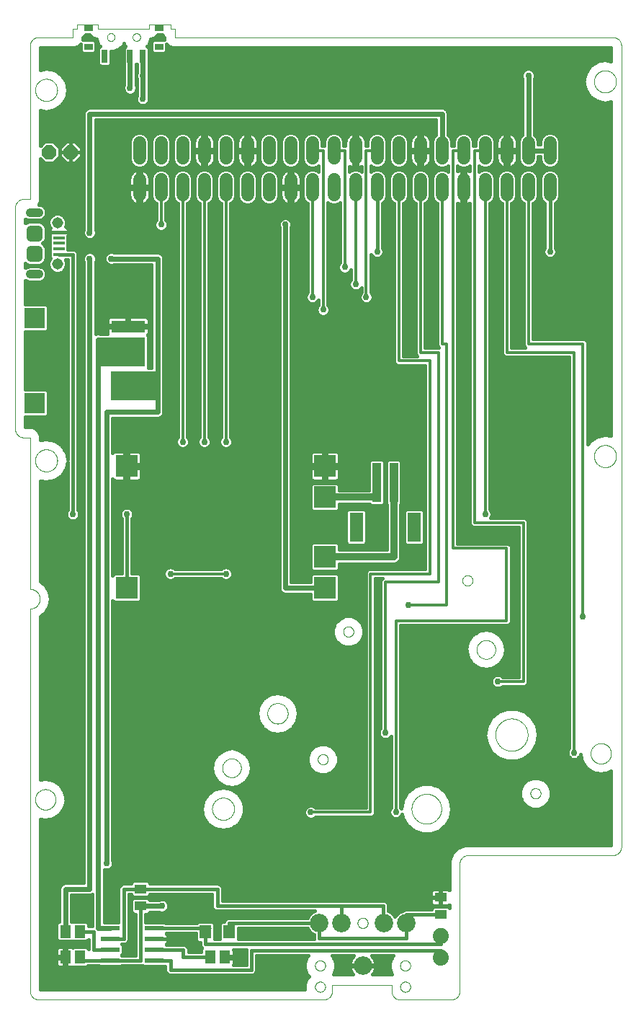
<source format=gbl>
G75*
%MOIN*%
%OFA0B0*%
%FSLAX25Y25*%
%IPPOS*%
%LPD*%
%AMOC8*
5,1,8,0,0,1.08239X$1,22.5*
%
%ADD10R,0.22441X0.13386*%
%ADD11R,0.22638X0.13386*%
%ADD12C,0.00000*%
%ADD13C,0.00039*%
%ADD14C,0.06000*%
%ADD15R,0.10000X0.10000*%
%ADD16OC8,0.06600*%
%ADD17R,0.03937X0.03150*%
%ADD18R,0.02756X0.05906*%
%ADD19R,0.08661X0.02362*%
%ADD20R,0.05118X0.05906*%
%ADD21R,0.15748X0.05512*%
%ADD22R,0.09449X0.09449*%
%ADD23C,0.07400*%
%ADD24R,0.03937X0.18110*%
%ADD25R,0.06299X0.13386*%
%ADD26C,0.03740*%
%ADD27R,0.05315X0.01575*%
%ADD28C,0.04000*%
%ADD29C,0.05150*%
%ADD30R,0.05512X0.06299*%
%ADD31R,0.05512X0.04331*%
%ADD32C,0.08600*%
%ADD33C,0.01600*%
%ADD34C,0.02978*%
%ADD35C,0.01200*%
%ADD36C,0.02400*%
%ADD37C,0.01000*%
%ADD38C,0.03200*%
D10*
X0062654Y0318551D03*
D11*
X0069446Y0302803D03*
D12*
X0020725Y0199850D02*
X0020725Y0023079D01*
X0020727Y0022955D01*
X0020733Y0022832D01*
X0020742Y0022708D01*
X0020756Y0022586D01*
X0020773Y0022463D01*
X0020795Y0022341D01*
X0020820Y0022220D01*
X0020849Y0022100D01*
X0020881Y0021981D01*
X0020918Y0021862D01*
X0020958Y0021745D01*
X0021001Y0021630D01*
X0021049Y0021515D01*
X0021100Y0021403D01*
X0021154Y0021292D01*
X0021212Y0021182D01*
X0021273Y0021075D01*
X0021338Y0020969D01*
X0021406Y0020866D01*
X0021477Y0020765D01*
X0021551Y0020666D01*
X0021628Y0020569D01*
X0021709Y0020475D01*
X0021792Y0020384D01*
X0021878Y0020295D01*
X0021967Y0020209D01*
X0022058Y0020126D01*
X0022152Y0020045D01*
X0022249Y0019968D01*
X0022348Y0019894D01*
X0022449Y0019823D01*
X0022552Y0019755D01*
X0022658Y0019690D01*
X0022765Y0019629D01*
X0022875Y0019571D01*
X0022986Y0019517D01*
X0023098Y0019466D01*
X0023213Y0019418D01*
X0023328Y0019375D01*
X0023445Y0019335D01*
X0023564Y0019298D01*
X0023683Y0019266D01*
X0023803Y0019237D01*
X0023924Y0019212D01*
X0024046Y0019190D01*
X0024169Y0019173D01*
X0024291Y0019159D01*
X0024415Y0019150D01*
X0024538Y0019144D01*
X0024662Y0019142D01*
X0156552Y0019142D01*
X0156676Y0019144D01*
X0156799Y0019150D01*
X0156923Y0019159D01*
X0157045Y0019173D01*
X0157168Y0019190D01*
X0157290Y0019212D01*
X0157411Y0019237D01*
X0157531Y0019266D01*
X0157650Y0019298D01*
X0157769Y0019335D01*
X0157886Y0019375D01*
X0158001Y0019418D01*
X0158116Y0019466D01*
X0158228Y0019517D01*
X0158339Y0019571D01*
X0158449Y0019629D01*
X0158556Y0019690D01*
X0158662Y0019755D01*
X0158765Y0019823D01*
X0158866Y0019894D01*
X0158965Y0019968D01*
X0159062Y0020045D01*
X0159156Y0020126D01*
X0159247Y0020209D01*
X0159336Y0020295D01*
X0159422Y0020384D01*
X0159505Y0020475D01*
X0159586Y0020569D01*
X0159663Y0020666D01*
X0159737Y0020765D01*
X0159808Y0020866D01*
X0159876Y0020969D01*
X0159941Y0021075D01*
X0160002Y0021182D01*
X0160060Y0021292D01*
X0160114Y0021403D01*
X0160165Y0021515D01*
X0160213Y0021630D01*
X0160256Y0021745D01*
X0160296Y0021862D01*
X0160333Y0021981D01*
X0160365Y0022100D01*
X0160394Y0022220D01*
X0160419Y0022341D01*
X0160441Y0022463D01*
X0160458Y0022586D01*
X0160472Y0022708D01*
X0160481Y0022832D01*
X0160487Y0022955D01*
X0160489Y0023079D01*
X0160489Y0026031D01*
X0188048Y0026031D01*
X0188048Y0023079D01*
X0188050Y0022955D01*
X0188056Y0022832D01*
X0188065Y0022708D01*
X0188079Y0022586D01*
X0188096Y0022463D01*
X0188118Y0022341D01*
X0188143Y0022220D01*
X0188172Y0022100D01*
X0188204Y0021981D01*
X0188241Y0021862D01*
X0188281Y0021745D01*
X0188324Y0021630D01*
X0188372Y0021515D01*
X0188423Y0021403D01*
X0188477Y0021292D01*
X0188535Y0021182D01*
X0188596Y0021075D01*
X0188661Y0020969D01*
X0188729Y0020866D01*
X0188800Y0020765D01*
X0188874Y0020666D01*
X0188951Y0020569D01*
X0189032Y0020475D01*
X0189115Y0020384D01*
X0189201Y0020295D01*
X0189290Y0020209D01*
X0189381Y0020126D01*
X0189475Y0020045D01*
X0189572Y0019968D01*
X0189671Y0019894D01*
X0189772Y0019823D01*
X0189875Y0019755D01*
X0189981Y0019690D01*
X0190088Y0019629D01*
X0190198Y0019571D01*
X0190309Y0019517D01*
X0190421Y0019466D01*
X0190536Y0019418D01*
X0190651Y0019375D01*
X0190768Y0019335D01*
X0190887Y0019298D01*
X0191006Y0019266D01*
X0191126Y0019237D01*
X0191247Y0019212D01*
X0191369Y0019190D01*
X0191492Y0019173D01*
X0191614Y0019159D01*
X0191738Y0019150D01*
X0191861Y0019144D01*
X0191985Y0019142D01*
X0215607Y0019142D01*
X0215731Y0019144D01*
X0215854Y0019150D01*
X0215978Y0019159D01*
X0216100Y0019173D01*
X0216223Y0019190D01*
X0216345Y0019212D01*
X0216466Y0019237D01*
X0216586Y0019266D01*
X0216705Y0019298D01*
X0216824Y0019335D01*
X0216941Y0019375D01*
X0217056Y0019418D01*
X0217171Y0019466D01*
X0217283Y0019517D01*
X0217394Y0019571D01*
X0217504Y0019629D01*
X0217611Y0019690D01*
X0217717Y0019755D01*
X0217820Y0019823D01*
X0217921Y0019894D01*
X0218020Y0019968D01*
X0218117Y0020045D01*
X0218211Y0020126D01*
X0218302Y0020209D01*
X0218391Y0020295D01*
X0218477Y0020384D01*
X0218560Y0020475D01*
X0218641Y0020569D01*
X0218718Y0020666D01*
X0218792Y0020765D01*
X0218863Y0020866D01*
X0218931Y0020969D01*
X0218996Y0021075D01*
X0219057Y0021182D01*
X0219115Y0021292D01*
X0219169Y0021403D01*
X0219220Y0021515D01*
X0219268Y0021630D01*
X0219311Y0021745D01*
X0219351Y0021862D01*
X0219388Y0021981D01*
X0219420Y0022100D01*
X0219449Y0022220D01*
X0219474Y0022341D01*
X0219496Y0022463D01*
X0219513Y0022586D01*
X0219527Y0022708D01*
X0219536Y0022832D01*
X0219542Y0022955D01*
X0219544Y0023079D01*
X0219544Y0081937D01*
X0219546Y0082061D01*
X0219552Y0082184D01*
X0219561Y0082308D01*
X0219575Y0082430D01*
X0219592Y0082553D01*
X0219614Y0082675D01*
X0219639Y0082796D01*
X0219668Y0082916D01*
X0219700Y0083035D01*
X0219737Y0083154D01*
X0219777Y0083271D01*
X0219820Y0083386D01*
X0219868Y0083501D01*
X0219919Y0083613D01*
X0219973Y0083724D01*
X0220031Y0083834D01*
X0220092Y0083941D01*
X0220157Y0084047D01*
X0220225Y0084150D01*
X0220296Y0084251D01*
X0220370Y0084350D01*
X0220447Y0084447D01*
X0220528Y0084541D01*
X0220611Y0084632D01*
X0220697Y0084721D01*
X0220786Y0084807D01*
X0220877Y0084890D01*
X0220971Y0084971D01*
X0221068Y0085048D01*
X0221167Y0085122D01*
X0221268Y0085193D01*
X0221371Y0085261D01*
X0221477Y0085326D01*
X0221584Y0085387D01*
X0221694Y0085445D01*
X0221805Y0085499D01*
X0221917Y0085550D01*
X0222032Y0085598D01*
X0222147Y0085641D01*
X0222264Y0085681D01*
X0222383Y0085718D01*
X0222502Y0085750D01*
X0222622Y0085779D01*
X0222743Y0085804D01*
X0222865Y0085826D01*
X0222988Y0085843D01*
X0223110Y0085857D01*
X0223234Y0085866D01*
X0223357Y0085872D01*
X0223481Y0085874D01*
X0290410Y0085874D01*
X0290534Y0085876D01*
X0290657Y0085882D01*
X0290781Y0085891D01*
X0290903Y0085905D01*
X0291026Y0085922D01*
X0291148Y0085944D01*
X0291269Y0085969D01*
X0291389Y0085998D01*
X0291508Y0086030D01*
X0291627Y0086067D01*
X0291744Y0086107D01*
X0291859Y0086150D01*
X0291974Y0086198D01*
X0292086Y0086249D01*
X0292197Y0086303D01*
X0292307Y0086361D01*
X0292414Y0086422D01*
X0292520Y0086487D01*
X0292623Y0086555D01*
X0292724Y0086626D01*
X0292823Y0086700D01*
X0292920Y0086777D01*
X0293014Y0086858D01*
X0293105Y0086941D01*
X0293194Y0087027D01*
X0293280Y0087116D01*
X0293363Y0087207D01*
X0293444Y0087301D01*
X0293521Y0087398D01*
X0293595Y0087497D01*
X0293666Y0087598D01*
X0293734Y0087701D01*
X0293799Y0087807D01*
X0293860Y0087914D01*
X0293918Y0088024D01*
X0293972Y0088135D01*
X0294023Y0088247D01*
X0294071Y0088362D01*
X0294114Y0088477D01*
X0294154Y0088594D01*
X0294191Y0088713D01*
X0294223Y0088832D01*
X0294252Y0088952D01*
X0294277Y0089073D01*
X0294299Y0089195D01*
X0294316Y0089318D01*
X0294330Y0089440D01*
X0294339Y0089564D01*
X0294345Y0089687D01*
X0294347Y0089811D01*
X0294347Y0460087D01*
X0294345Y0460211D01*
X0294339Y0460334D01*
X0294330Y0460458D01*
X0294316Y0460580D01*
X0294299Y0460703D01*
X0294277Y0460825D01*
X0294252Y0460946D01*
X0294223Y0461066D01*
X0294191Y0461185D01*
X0294154Y0461304D01*
X0294114Y0461421D01*
X0294071Y0461536D01*
X0294023Y0461651D01*
X0293972Y0461763D01*
X0293918Y0461874D01*
X0293860Y0461984D01*
X0293799Y0462091D01*
X0293734Y0462197D01*
X0293666Y0462300D01*
X0293595Y0462401D01*
X0293521Y0462500D01*
X0293444Y0462597D01*
X0293363Y0462691D01*
X0293280Y0462782D01*
X0293194Y0462871D01*
X0293105Y0462957D01*
X0293014Y0463040D01*
X0292920Y0463121D01*
X0292823Y0463198D01*
X0292724Y0463272D01*
X0292623Y0463343D01*
X0292520Y0463411D01*
X0292414Y0463476D01*
X0292307Y0463537D01*
X0292197Y0463595D01*
X0292086Y0463649D01*
X0291974Y0463700D01*
X0291859Y0463748D01*
X0291744Y0463791D01*
X0291627Y0463831D01*
X0291508Y0463868D01*
X0291389Y0463900D01*
X0291269Y0463929D01*
X0291148Y0463954D01*
X0291026Y0463976D01*
X0290903Y0463993D01*
X0290781Y0464007D01*
X0290657Y0464016D01*
X0290534Y0464022D01*
X0290410Y0464024D01*
X0087654Y0464024D01*
X0087654Y0467961D01*
X0085686Y0467961D01*
X0085686Y0469929D01*
X0075843Y0469929D01*
X0075843Y0467961D01*
X0052221Y0467961D01*
X0052221Y0469929D01*
X0042379Y0469929D01*
X0042379Y0467961D01*
X0040410Y0467961D01*
X0040410Y0464024D01*
X0024662Y0464024D01*
X0024538Y0464022D01*
X0024415Y0464016D01*
X0024291Y0464007D01*
X0024169Y0463993D01*
X0024046Y0463976D01*
X0023924Y0463954D01*
X0023803Y0463929D01*
X0023683Y0463900D01*
X0023564Y0463868D01*
X0023445Y0463831D01*
X0023328Y0463791D01*
X0023213Y0463748D01*
X0023098Y0463700D01*
X0022986Y0463649D01*
X0022875Y0463595D01*
X0022765Y0463537D01*
X0022658Y0463476D01*
X0022552Y0463411D01*
X0022449Y0463343D01*
X0022348Y0463272D01*
X0022249Y0463198D01*
X0022152Y0463121D01*
X0022058Y0463040D01*
X0021967Y0462957D01*
X0021878Y0462871D01*
X0021792Y0462782D01*
X0021709Y0462691D01*
X0021628Y0462597D01*
X0021551Y0462500D01*
X0021477Y0462401D01*
X0021406Y0462300D01*
X0021338Y0462197D01*
X0021273Y0462091D01*
X0021212Y0461984D01*
X0021154Y0461874D01*
X0021100Y0461763D01*
X0021049Y0461651D01*
X0021001Y0461536D01*
X0020958Y0461421D01*
X0020918Y0461304D01*
X0020881Y0461185D01*
X0020849Y0461066D01*
X0020820Y0460946D01*
X0020795Y0460825D01*
X0020773Y0460703D01*
X0020756Y0460580D01*
X0020742Y0460458D01*
X0020733Y0460334D01*
X0020727Y0460211D01*
X0020725Y0460087D01*
X0020725Y0389220D01*
X0017772Y0389220D01*
X0017648Y0389218D01*
X0017525Y0389212D01*
X0017401Y0389203D01*
X0017279Y0389189D01*
X0017156Y0389172D01*
X0017034Y0389150D01*
X0016913Y0389125D01*
X0016793Y0389096D01*
X0016674Y0389064D01*
X0016555Y0389027D01*
X0016438Y0388987D01*
X0016323Y0388944D01*
X0016208Y0388896D01*
X0016096Y0388845D01*
X0015985Y0388791D01*
X0015875Y0388733D01*
X0015768Y0388672D01*
X0015662Y0388607D01*
X0015559Y0388539D01*
X0015458Y0388468D01*
X0015359Y0388394D01*
X0015262Y0388317D01*
X0015168Y0388236D01*
X0015077Y0388153D01*
X0014988Y0388067D01*
X0014902Y0387978D01*
X0014819Y0387887D01*
X0014738Y0387793D01*
X0014661Y0387696D01*
X0014587Y0387597D01*
X0014516Y0387496D01*
X0014448Y0387393D01*
X0014383Y0387287D01*
X0014322Y0387180D01*
X0014264Y0387070D01*
X0014210Y0386959D01*
X0014159Y0386847D01*
X0014111Y0386732D01*
X0014068Y0386617D01*
X0014028Y0386500D01*
X0013991Y0386381D01*
X0013959Y0386262D01*
X0013930Y0386142D01*
X0013905Y0386021D01*
X0013883Y0385899D01*
X0013866Y0385776D01*
X0013852Y0385654D01*
X0013843Y0385530D01*
X0013837Y0385407D01*
X0013835Y0385283D01*
X0013835Y0282921D01*
X0013837Y0282797D01*
X0013843Y0282674D01*
X0013852Y0282550D01*
X0013866Y0282428D01*
X0013883Y0282305D01*
X0013905Y0282183D01*
X0013930Y0282062D01*
X0013959Y0281942D01*
X0013991Y0281823D01*
X0014028Y0281704D01*
X0014068Y0281587D01*
X0014111Y0281472D01*
X0014159Y0281357D01*
X0014210Y0281245D01*
X0014264Y0281134D01*
X0014322Y0281024D01*
X0014383Y0280917D01*
X0014448Y0280811D01*
X0014516Y0280708D01*
X0014587Y0280607D01*
X0014661Y0280508D01*
X0014738Y0280411D01*
X0014819Y0280317D01*
X0014902Y0280226D01*
X0014988Y0280137D01*
X0015077Y0280051D01*
X0015168Y0279968D01*
X0015262Y0279887D01*
X0015359Y0279810D01*
X0015458Y0279736D01*
X0015559Y0279665D01*
X0015662Y0279597D01*
X0015768Y0279532D01*
X0015875Y0279471D01*
X0015985Y0279413D01*
X0016096Y0279359D01*
X0016208Y0279308D01*
X0016323Y0279260D01*
X0016438Y0279217D01*
X0016555Y0279177D01*
X0016674Y0279140D01*
X0016793Y0279108D01*
X0016913Y0279079D01*
X0017034Y0279054D01*
X0017156Y0279032D01*
X0017279Y0279015D01*
X0017401Y0279001D01*
X0017525Y0278992D01*
X0017648Y0278986D01*
X0017772Y0278984D01*
X0020725Y0278984D01*
X0020725Y0208906D01*
X0020858Y0208904D01*
X0020991Y0208898D01*
X0021123Y0208888D01*
X0021256Y0208875D01*
X0021387Y0208857D01*
X0021519Y0208836D01*
X0021649Y0208811D01*
X0021779Y0208782D01*
X0021908Y0208749D01*
X0022035Y0208712D01*
X0022162Y0208672D01*
X0022288Y0208628D01*
X0022412Y0208580D01*
X0022534Y0208529D01*
X0022655Y0208474D01*
X0022775Y0208415D01*
X0022892Y0208354D01*
X0023008Y0208288D01*
X0023122Y0208220D01*
X0023234Y0208148D01*
X0023343Y0208072D01*
X0023451Y0207994D01*
X0023556Y0207912D01*
X0023658Y0207828D01*
X0023758Y0207740D01*
X0023856Y0207650D01*
X0023950Y0207556D01*
X0024042Y0207460D01*
X0024131Y0207361D01*
X0024217Y0207260D01*
X0024300Y0207156D01*
X0024380Y0207050D01*
X0024457Y0206942D01*
X0024531Y0206831D01*
X0024601Y0206718D01*
X0024668Y0206604D01*
X0024732Y0206487D01*
X0024792Y0206368D01*
X0024849Y0206248D01*
X0024902Y0206126D01*
X0024951Y0206003D01*
X0024997Y0205878D01*
X0025040Y0205752D01*
X0025078Y0205625D01*
X0025113Y0205496D01*
X0025144Y0205367D01*
X0025171Y0205237D01*
X0025194Y0205106D01*
X0025214Y0204975D01*
X0025229Y0204842D01*
X0025241Y0204710D01*
X0025249Y0204577D01*
X0025253Y0204444D01*
X0025253Y0204312D01*
X0025249Y0204179D01*
X0025241Y0204046D01*
X0025229Y0203914D01*
X0025214Y0203781D01*
X0025194Y0203650D01*
X0025171Y0203519D01*
X0025144Y0203389D01*
X0025113Y0203260D01*
X0025078Y0203131D01*
X0025040Y0203004D01*
X0024997Y0202878D01*
X0024951Y0202753D01*
X0024902Y0202630D01*
X0024849Y0202508D01*
X0024792Y0202388D01*
X0024732Y0202269D01*
X0024668Y0202152D01*
X0024601Y0202038D01*
X0024531Y0201925D01*
X0024457Y0201814D01*
X0024380Y0201706D01*
X0024300Y0201600D01*
X0024217Y0201496D01*
X0024131Y0201395D01*
X0024042Y0201296D01*
X0023950Y0201200D01*
X0023856Y0201106D01*
X0023758Y0201016D01*
X0023658Y0200928D01*
X0023556Y0200844D01*
X0023451Y0200762D01*
X0023343Y0200684D01*
X0023234Y0200608D01*
X0023122Y0200536D01*
X0023008Y0200468D01*
X0022892Y0200402D01*
X0022775Y0200341D01*
X0022655Y0200282D01*
X0022534Y0200227D01*
X0022412Y0200176D01*
X0022288Y0200128D01*
X0022162Y0200084D01*
X0022035Y0200044D01*
X0021908Y0200007D01*
X0021779Y0199974D01*
X0021649Y0199945D01*
X0021519Y0199920D01*
X0021387Y0199899D01*
X0021256Y0199881D01*
X0021123Y0199868D01*
X0020991Y0199858D01*
X0020858Y0199852D01*
X0020725Y0199850D01*
X0153875Y0130205D02*
X0153877Y0130302D01*
X0153883Y0130399D01*
X0153893Y0130495D01*
X0153907Y0130591D01*
X0153925Y0130687D01*
X0153946Y0130781D01*
X0153972Y0130875D01*
X0154001Y0130967D01*
X0154035Y0131058D01*
X0154071Y0131148D01*
X0154112Y0131236D01*
X0154156Y0131322D01*
X0154204Y0131407D01*
X0154255Y0131489D01*
X0154309Y0131570D01*
X0154367Y0131648D01*
X0154428Y0131723D01*
X0154491Y0131796D01*
X0154558Y0131867D01*
X0154628Y0131934D01*
X0154700Y0131999D01*
X0154775Y0132060D01*
X0154853Y0132119D01*
X0154932Y0132174D01*
X0155014Y0132226D01*
X0155098Y0132274D01*
X0155184Y0132319D01*
X0155272Y0132361D01*
X0155361Y0132399D01*
X0155452Y0132433D01*
X0155544Y0132463D01*
X0155637Y0132490D01*
X0155732Y0132512D01*
X0155827Y0132531D01*
X0155923Y0132546D01*
X0156019Y0132557D01*
X0156116Y0132564D01*
X0156213Y0132567D01*
X0156310Y0132566D01*
X0156407Y0132561D01*
X0156503Y0132552D01*
X0156599Y0132539D01*
X0156695Y0132522D01*
X0156790Y0132501D01*
X0156883Y0132477D01*
X0156976Y0132448D01*
X0157068Y0132416D01*
X0157158Y0132380D01*
X0157246Y0132341D01*
X0157333Y0132297D01*
X0157418Y0132251D01*
X0157501Y0132200D01*
X0157582Y0132147D01*
X0157660Y0132090D01*
X0157737Y0132030D01*
X0157810Y0131967D01*
X0157881Y0131901D01*
X0157949Y0131832D01*
X0158015Y0131760D01*
X0158077Y0131686D01*
X0158136Y0131609D01*
X0158192Y0131530D01*
X0158245Y0131448D01*
X0158295Y0131365D01*
X0158340Y0131279D01*
X0158383Y0131192D01*
X0158422Y0131103D01*
X0158457Y0131013D01*
X0158488Y0130921D01*
X0158515Y0130828D01*
X0158539Y0130734D01*
X0158559Y0130639D01*
X0158575Y0130543D01*
X0158587Y0130447D01*
X0158595Y0130350D01*
X0158599Y0130253D01*
X0158599Y0130157D01*
X0158595Y0130060D01*
X0158587Y0129963D01*
X0158575Y0129867D01*
X0158559Y0129771D01*
X0158539Y0129676D01*
X0158515Y0129582D01*
X0158488Y0129489D01*
X0158457Y0129397D01*
X0158422Y0129307D01*
X0158383Y0129218D01*
X0158340Y0129131D01*
X0158295Y0129045D01*
X0158245Y0128962D01*
X0158192Y0128880D01*
X0158136Y0128801D01*
X0158077Y0128724D01*
X0158015Y0128650D01*
X0157949Y0128578D01*
X0157881Y0128509D01*
X0157810Y0128443D01*
X0157737Y0128380D01*
X0157660Y0128320D01*
X0157582Y0128263D01*
X0157501Y0128210D01*
X0157418Y0128159D01*
X0157333Y0128113D01*
X0157246Y0128069D01*
X0157158Y0128030D01*
X0157068Y0127994D01*
X0156976Y0127962D01*
X0156883Y0127933D01*
X0156790Y0127909D01*
X0156695Y0127888D01*
X0156599Y0127871D01*
X0156503Y0127858D01*
X0156407Y0127849D01*
X0156310Y0127844D01*
X0156213Y0127843D01*
X0156116Y0127846D01*
X0156019Y0127853D01*
X0155923Y0127864D01*
X0155827Y0127879D01*
X0155732Y0127898D01*
X0155637Y0127920D01*
X0155544Y0127947D01*
X0155452Y0127977D01*
X0155361Y0128011D01*
X0155272Y0128049D01*
X0155184Y0128091D01*
X0155098Y0128136D01*
X0155014Y0128184D01*
X0154932Y0128236D01*
X0154853Y0128291D01*
X0154775Y0128350D01*
X0154700Y0128411D01*
X0154628Y0128476D01*
X0154558Y0128543D01*
X0154491Y0128614D01*
X0154428Y0128687D01*
X0154367Y0128762D01*
X0154309Y0128840D01*
X0154255Y0128921D01*
X0154204Y0129003D01*
X0154156Y0129088D01*
X0154112Y0129174D01*
X0154071Y0129262D01*
X0154035Y0129352D01*
X0154001Y0129443D01*
X0153972Y0129535D01*
X0153946Y0129629D01*
X0153925Y0129723D01*
X0153907Y0129819D01*
X0153893Y0129915D01*
X0153883Y0130011D01*
X0153877Y0130108D01*
X0153875Y0130205D01*
X0165686Y0189260D02*
X0165688Y0189357D01*
X0165694Y0189454D01*
X0165704Y0189550D01*
X0165718Y0189646D01*
X0165736Y0189742D01*
X0165757Y0189836D01*
X0165783Y0189930D01*
X0165812Y0190022D01*
X0165846Y0190113D01*
X0165882Y0190203D01*
X0165923Y0190291D01*
X0165967Y0190377D01*
X0166015Y0190462D01*
X0166066Y0190544D01*
X0166120Y0190625D01*
X0166178Y0190703D01*
X0166239Y0190778D01*
X0166302Y0190851D01*
X0166369Y0190922D01*
X0166439Y0190989D01*
X0166511Y0191054D01*
X0166586Y0191115D01*
X0166664Y0191174D01*
X0166743Y0191229D01*
X0166825Y0191281D01*
X0166909Y0191329D01*
X0166995Y0191374D01*
X0167083Y0191416D01*
X0167172Y0191454D01*
X0167263Y0191488D01*
X0167355Y0191518D01*
X0167448Y0191545D01*
X0167543Y0191567D01*
X0167638Y0191586D01*
X0167734Y0191601D01*
X0167830Y0191612D01*
X0167927Y0191619D01*
X0168024Y0191622D01*
X0168121Y0191621D01*
X0168218Y0191616D01*
X0168314Y0191607D01*
X0168410Y0191594D01*
X0168506Y0191577D01*
X0168601Y0191556D01*
X0168694Y0191532D01*
X0168787Y0191503D01*
X0168879Y0191471D01*
X0168969Y0191435D01*
X0169057Y0191396D01*
X0169144Y0191352D01*
X0169229Y0191306D01*
X0169312Y0191255D01*
X0169393Y0191202D01*
X0169471Y0191145D01*
X0169548Y0191085D01*
X0169621Y0191022D01*
X0169692Y0190956D01*
X0169760Y0190887D01*
X0169826Y0190815D01*
X0169888Y0190741D01*
X0169947Y0190664D01*
X0170003Y0190585D01*
X0170056Y0190503D01*
X0170106Y0190420D01*
X0170151Y0190334D01*
X0170194Y0190247D01*
X0170233Y0190158D01*
X0170268Y0190068D01*
X0170299Y0189976D01*
X0170326Y0189883D01*
X0170350Y0189789D01*
X0170370Y0189694D01*
X0170386Y0189598D01*
X0170398Y0189502D01*
X0170406Y0189405D01*
X0170410Y0189308D01*
X0170410Y0189212D01*
X0170406Y0189115D01*
X0170398Y0189018D01*
X0170386Y0188922D01*
X0170370Y0188826D01*
X0170350Y0188731D01*
X0170326Y0188637D01*
X0170299Y0188544D01*
X0170268Y0188452D01*
X0170233Y0188362D01*
X0170194Y0188273D01*
X0170151Y0188186D01*
X0170106Y0188100D01*
X0170056Y0188017D01*
X0170003Y0187935D01*
X0169947Y0187856D01*
X0169888Y0187779D01*
X0169826Y0187705D01*
X0169760Y0187633D01*
X0169692Y0187564D01*
X0169621Y0187498D01*
X0169548Y0187435D01*
X0169471Y0187375D01*
X0169393Y0187318D01*
X0169312Y0187265D01*
X0169229Y0187214D01*
X0169144Y0187168D01*
X0169057Y0187124D01*
X0168969Y0187085D01*
X0168879Y0187049D01*
X0168787Y0187017D01*
X0168694Y0186988D01*
X0168601Y0186964D01*
X0168506Y0186943D01*
X0168410Y0186926D01*
X0168314Y0186913D01*
X0168218Y0186904D01*
X0168121Y0186899D01*
X0168024Y0186898D01*
X0167927Y0186901D01*
X0167830Y0186908D01*
X0167734Y0186919D01*
X0167638Y0186934D01*
X0167543Y0186953D01*
X0167448Y0186975D01*
X0167355Y0187002D01*
X0167263Y0187032D01*
X0167172Y0187066D01*
X0167083Y0187104D01*
X0166995Y0187146D01*
X0166909Y0187191D01*
X0166825Y0187239D01*
X0166743Y0187291D01*
X0166664Y0187346D01*
X0166586Y0187405D01*
X0166511Y0187466D01*
X0166439Y0187531D01*
X0166369Y0187598D01*
X0166302Y0187669D01*
X0166239Y0187742D01*
X0166178Y0187817D01*
X0166120Y0187895D01*
X0166066Y0187976D01*
X0166015Y0188058D01*
X0165967Y0188143D01*
X0165923Y0188229D01*
X0165882Y0188317D01*
X0165846Y0188407D01*
X0165812Y0188498D01*
X0165783Y0188590D01*
X0165757Y0188684D01*
X0165736Y0188778D01*
X0165718Y0188874D01*
X0165704Y0188970D01*
X0165694Y0189066D01*
X0165688Y0189163D01*
X0165686Y0189260D01*
X0220804Y0212882D02*
X0220806Y0212979D01*
X0220812Y0213076D01*
X0220822Y0213172D01*
X0220836Y0213268D01*
X0220854Y0213364D01*
X0220875Y0213458D01*
X0220901Y0213552D01*
X0220930Y0213644D01*
X0220964Y0213735D01*
X0221000Y0213825D01*
X0221041Y0213913D01*
X0221085Y0213999D01*
X0221133Y0214084D01*
X0221184Y0214166D01*
X0221238Y0214247D01*
X0221296Y0214325D01*
X0221357Y0214400D01*
X0221420Y0214473D01*
X0221487Y0214544D01*
X0221557Y0214611D01*
X0221629Y0214676D01*
X0221704Y0214737D01*
X0221782Y0214796D01*
X0221861Y0214851D01*
X0221943Y0214903D01*
X0222027Y0214951D01*
X0222113Y0214996D01*
X0222201Y0215038D01*
X0222290Y0215076D01*
X0222381Y0215110D01*
X0222473Y0215140D01*
X0222566Y0215167D01*
X0222661Y0215189D01*
X0222756Y0215208D01*
X0222852Y0215223D01*
X0222948Y0215234D01*
X0223045Y0215241D01*
X0223142Y0215244D01*
X0223239Y0215243D01*
X0223336Y0215238D01*
X0223432Y0215229D01*
X0223528Y0215216D01*
X0223624Y0215199D01*
X0223719Y0215178D01*
X0223812Y0215154D01*
X0223905Y0215125D01*
X0223997Y0215093D01*
X0224087Y0215057D01*
X0224175Y0215018D01*
X0224262Y0214974D01*
X0224347Y0214928D01*
X0224430Y0214877D01*
X0224511Y0214824D01*
X0224589Y0214767D01*
X0224666Y0214707D01*
X0224739Y0214644D01*
X0224810Y0214578D01*
X0224878Y0214509D01*
X0224944Y0214437D01*
X0225006Y0214363D01*
X0225065Y0214286D01*
X0225121Y0214207D01*
X0225174Y0214125D01*
X0225224Y0214042D01*
X0225269Y0213956D01*
X0225312Y0213869D01*
X0225351Y0213780D01*
X0225386Y0213690D01*
X0225417Y0213598D01*
X0225444Y0213505D01*
X0225468Y0213411D01*
X0225488Y0213316D01*
X0225504Y0213220D01*
X0225516Y0213124D01*
X0225524Y0213027D01*
X0225528Y0212930D01*
X0225528Y0212834D01*
X0225524Y0212737D01*
X0225516Y0212640D01*
X0225504Y0212544D01*
X0225488Y0212448D01*
X0225468Y0212353D01*
X0225444Y0212259D01*
X0225417Y0212166D01*
X0225386Y0212074D01*
X0225351Y0211984D01*
X0225312Y0211895D01*
X0225269Y0211808D01*
X0225224Y0211722D01*
X0225174Y0211639D01*
X0225121Y0211557D01*
X0225065Y0211478D01*
X0225006Y0211401D01*
X0224944Y0211327D01*
X0224878Y0211255D01*
X0224810Y0211186D01*
X0224739Y0211120D01*
X0224666Y0211057D01*
X0224589Y0210997D01*
X0224511Y0210940D01*
X0224430Y0210887D01*
X0224347Y0210836D01*
X0224262Y0210790D01*
X0224175Y0210746D01*
X0224087Y0210707D01*
X0223997Y0210671D01*
X0223905Y0210639D01*
X0223812Y0210610D01*
X0223719Y0210586D01*
X0223624Y0210565D01*
X0223528Y0210548D01*
X0223432Y0210535D01*
X0223336Y0210526D01*
X0223239Y0210521D01*
X0223142Y0210520D01*
X0223045Y0210523D01*
X0222948Y0210530D01*
X0222852Y0210541D01*
X0222756Y0210556D01*
X0222661Y0210575D01*
X0222566Y0210597D01*
X0222473Y0210624D01*
X0222381Y0210654D01*
X0222290Y0210688D01*
X0222201Y0210726D01*
X0222113Y0210768D01*
X0222027Y0210813D01*
X0221943Y0210861D01*
X0221861Y0210913D01*
X0221782Y0210968D01*
X0221704Y0211027D01*
X0221629Y0211088D01*
X0221557Y0211153D01*
X0221487Y0211220D01*
X0221420Y0211291D01*
X0221357Y0211364D01*
X0221296Y0211439D01*
X0221238Y0211517D01*
X0221184Y0211598D01*
X0221133Y0211680D01*
X0221085Y0211765D01*
X0221041Y0211851D01*
X0221000Y0211939D01*
X0220964Y0212029D01*
X0220930Y0212120D01*
X0220901Y0212212D01*
X0220875Y0212306D01*
X0220854Y0212400D01*
X0220836Y0212496D01*
X0220822Y0212592D01*
X0220812Y0212688D01*
X0220806Y0212785D01*
X0220804Y0212882D01*
X0252300Y0114457D02*
X0252302Y0114554D01*
X0252308Y0114651D01*
X0252318Y0114747D01*
X0252332Y0114843D01*
X0252350Y0114939D01*
X0252371Y0115033D01*
X0252397Y0115127D01*
X0252426Y0115219D01*
X0252460Y0115310D01*
X0252496Y0115400D01*
X0252537Y0115488D01*
X0252581Y0115574D01*
X0252629Y0115659D01*
X0252680Y0115741D01*
X0252734Y0115822D01*
X0252792Y0115900D01*
X0252853Y0115975D01*
X0252916Y0116048D01*
X0252983Y0116119D01*
X0253053Y0116186D01*
X0253125Y0116251D01*
X0253200Y0116312D01*
X0253278Y0116371D01*
X0253357Y0116426D01*
X0253439Y0116478D01*
X0253523Y0116526D01*
X0253609Y0116571D01*
X0253697Y0116613D01*
X0253786Y0116651D01*
X0253877Y0116685D01*
X0253969Y0116715D01*
X0254062Y0116742D01*
X0254157Y0116764D01*
X0254252Y0116783D01*
X0254348Y0116798D01*
X0254444Y0116809D01*
X0254541Y0116816D01*
X0254638Y0116819D01*
X0254735Y0116818D01*
X0254832Y0116813D01*
X0254928Y0116804D01*
X0255024Y0116791D01*
X0255120Y0116774D01*
X0255215Y0116753D01*
X0255308Y0116729D01*
X0255401Y0116700D01*
X0255493Y0116668D01*
X0255583Y0116632D01*
X0255671Y0116593D01*
X0255758Y0116549D01*
X0255843Y0116503D01*
X0255926Y0116452D01*
X0256007Y0116399D01*
X0256085Y0116342D01*
X0256162Y0116282D01*
X0256235Y0116219D01*
X0256306Y0116153D01*
X0256374Y0116084D01*
X0256440Y0116012D01*
X0256502Y0115938D01*
X0256561Y0115861D01*
X0256617Y0115782D01*
X0256670Y0115700D01*
X0256720Y0115617D01*
X0256765Y0115531D01*
X0256808Y0115444D01*
X0256847Y0115355D01*
X0256882Y0115265D01*
X0256913Y0115173D01*
X0256940Y0115080D01*
X0256964Y0114986D01*
X0256984Y0114891D01*
X0257000Y0114795D01*
X0257012Y0114699D01*
X0257020Y0114602D01*
X0257024Y0114505D01*
X0257024Y0114409D01*
X0257020Y0114312D01*
X0257012Y0114215D01*
X0257000Y0114119D01*
X0256984Y0114023D01*
X0256964Y0113928D01*
X0256940Y0113834D01*
X0256913Y0113741D01*
X0256882Y0113649D01*
X0256847Y0113559D01*
X0256808Y0113470D01*
X0256765Y0113383D01*
X0256720Y0113297D01*
X0256670Y0113214D01*
X0256617Y0113132D01*
X0256561Y0113053D01*
X0256502Y0112976D01*
X0256440Y0112902D01*
X0256374Y0112830D01*
X0256306Y0112761D01*
X0256235Y0112695D01*
X0256162Y0112632D01*
X0256085Y0112572D01*
X0256007Y0112515D01*
X0255926Y0112462D01*
X0255843Y0112411D01*
X0255758Y0112365D01*
X0255671Y0112321D01*
X0255583Y0112282D01*
X0255493Y0112246D01*
X0255401Y0112214D01*
X0255308Y0112185D01*
X0255215Y0112161D01*
X0255120Y0112140D01*
X0255024Y0112123D01*
X0254928Y0112110D01*
X0254832Y0112101D01*
X0254735Y0112096D01*
X0254638Y0112095D01*
X0254541Y0112098D01*
X0254444Y0112105D01*
X0254348Y0112116D01*
X0254252Y0112131D01*
X0254157Y0112150D01*
X0254062Y0112172D01*
X0253969Y0112199D01*
X0253877Y0112229D01*
X0253786Y0112263D01*
X0253697Y0112301D01*
X0253609Y0112343D01*
X0253523Y0112388D01*
X0253439Y0112436D01*
X0253357Y0112488D01*
X0253278Y0112543D01*
X0253200Y0112602D01*
X0253125Y0112663D01*
X0253053Y0112728D01*
X0252983Y0112795D01*
X0252916Y0112866D01*
X0252853Y0112939D01*
X0252792Y0113014D01*
X0252734Y0113092D01*
X0252680Y0113173D01*
X0252629Y0113255D01*
X0252581Y0113340D01*
X0252537Y0113426D01*
X0252496Y0113514D01*
X0252460Y0113604D01*
X0252426Y0113695D01*
X0252397Y0113787D01*
X0252371Y0113881D01*
X0252350Y0113975D01*
X0252332Y0114071D01*
X0252318Y0114167D01*
X0252308Y0114263D01*
X0252302Y0114360D01*
X0252300Y0114457D01*
X0191985Y0034890D02*
X0191987Y0034987D01*
X0191993Y0035084D01*
X0192003Y0035180D01*
X0192017Y0035276D01*
X0192035Y0035372D01*
X0192056Y0035466D01*
X0192082Y0035560D01*
X0192111Y0035652D01*
X0192145Y0035743D01*
X0192181Y0035833D01*
X0192222Y0035921D01*
X0192266Y0036007D01*
X0192314Y0036092D01*
X0192365Y0036174D01*
X0192419Y0036255D01*
X0192477Y0036333D01*
X0192538Y0036408D01*
X0192601Y0036481D01*
X0192668Y0036552D01*
X0192738Y0036619D01*
X0192810Y0036684D01*
X0192885Y0036745D01*
X0192963Y0036804D01*
X0193042Y0036859D01*
X0193124Y0036911D01*
X0193208Y0036959D01*
X0193294Y0037004D01*
X0193382Y0037046D01*
X0193471Y0037084D01*
X0193562Y0037118D01*
X0193654Y0037148D01*
X0193747Y0037175D01*
X0193842Y0037197D01*
X0193937Y0037216D01*
X0194033Y0037231D01*
X0194129Y0037242D01*
X0194226Y0037249D01*
X0194323Y0037252D01*
X0194420Y0037251D01*
X0194517Y0037246D01*
X0194613Y0037237D01*
X0194709Y0037224D01*
X0194805Y0037207D01*
X0194900Y0037186D01*
X0194993Y0037162D01*
X0195086Y0037133D01*
X0195178Y0037101D01*
X0195268Y0037065D01*
X0195356Y0037026D01*
X0195443Y0036982D01*
X0195528Y0036936D01*
X0195611Y0036885D01*
X0195692Y0036832D01*
X0195770Y0036775D01*
X0195847Y0036715D01*
X0195920Y0036652D01*
X0195991Y0036586D01*
X0196059Y0036517D01*
X0196125Y0036445D01*
X0196187Y0036371D01*
X0196246Y0036294D01*
X0196302Y0036215D01*
X0196355Y0036133D01*
X0196405Y0036050D01*
X0196450Y0035964D01*
X0196493Y0035877D01*
X0196532Y0035788D01*
X0196567Y0035698D01*
X0196598Y0035606D01*
X0196625Y0035513D01*
X0196649Y0035419D01*
X0196669Y0035324D01*
X0196685Y0035228D01*
X0196697Y0035132D01*
X0196705Y0035035D01*
X0196709Y0034938D01*
X0196709Y0034842D01*
X0196705Y0034745D01*
X0196697Y0034648D01*
X0196685Y0034552D01*
X0196669Y0034456D01*
X0196649Y0034361D01*
X0196625Y0034267D01*
X0196598Y0034174D01*
X0196567Y0034082D01*
X0196532Y0033992D01*
X0196493Y0033903D01*
X0196450Y0033816D01*
X0196405Y0033730D01*
X0196355Y0033647D01*
X0196302Y0033565D01*
X0196246Y0033486D01*
X0196187Y0033409D01*
X0196125Y0033335D01*
X0196059Y0033263D01*
X0195991Y0033194D01*
X0195920Y0033128D01*
X0195847Y0033065D01*
X0195770Y0033005D01*
X0195692Y0032948D01*
X0195611Y0032895D01*
X0195528Y0032844D01*
X0195443Y0032798D01*
X0195356Y0032754D01*
X0195268Y0032715D01*
X0195178Y0032679D01*
X0195086Y0032647D01*
X0194993Y0032618D01*
X0194900Y0032594D01*
X0194805Y0032573D01*
X0194709Y0032556D01*
X0194613Y0032543D01*
X0194517Y0032534D01*
X0194420Y0032529D01*
X0194323Y0032528D01*
X0194226Y0032531D01*
X0194129Y0032538D01*
X0194033Y0032549D01*
X0193937Y0032564D01*
X0193842Y0032583D01*
X0193747Y0032605D01*
X0193654Y0032632D01*
X0193562Y0032662D01*
X0193471Y0032696D01*
X0193382Y0032734D01*
X0193294Y0032776D01*
X0193208Y0032821D01*
X0193124Y0032869D01*
X0193042Y0032921D01*
X0192963Y0032976D01*
X0192885Y0033035D01*
X0192810Y0033096D01*
X0192738Y0033161D01*
X0192668Y0033228D01*
X0192601Y0033299D01*
X0192538Y0033372D01*
X0192477Y0033447D01*
X0192419Y0033525D01*
X0192365Y0033606D01*
X0192314Y0033688D01*
X0192266Y0033773D01*
X0192222Y0033859D01*
X0192181Y0033947D01*
X0192145Y0034037D01*
X0192111Y0034128D01*
X0192082Y0034220D01*
X0192056Y0034314D01*
X0192035Y0034408D01*
X0192017Y0034504D01*
X0192003Y0034600D01*
X0191993Y0034696D01*
X0191987Y0034793D01*
X0191985Y0034890D01*
X0191985Y0025047D02*
X0191987Y0025144D01*
X0191993Y0025241D01*
X0192003Y0025337D01*
X0192017Y0025433D01*
X0192035Y0025529D01*
X0192056Y0025623D01*
X0192082Y0025717D01*
X0192111Y0025809D01*
X0192145Y0025900D01*
X0192181Y0025990D01*
X0192222Y0026078D01*
X0192266Y0026164D01*
X0192314Y0026249D01*
X0192365Y0026331D01*
X0192419Y0026412D01*
X0192477Y0026490D01*
X0192538Y0026565D01*
X0192601Y0026638D01*
X0192668Y0026709D01*
X0192738Y0026776D01*
X0192810Y0026841D01*
X0192885Y0026902D01*
X0192963Y0026961D01*
X0193042Y0027016D01*
X0193124Y0027068D01*
X0193208Y0027116D01*
X0193294Y0027161D01*
X0193382Y0027203D01*
X0193471Y0027241D01*
X0193562Y0027275D01*
X0193654Y0027305D01*
X0193747Y0027332D01*
X0193842Y0027354D01*
X0193937Y0027373D01*
X0194033Y0027388D01*
X0194129Y0027399D01*
X0194226Y0027406D01*
X0194323Y0027409D01*
X0194420Y0027408D01*
X0194517Y0027403D01*
X0194613Y0027394D01*
X0194709Y0027381D01*
X0194805Y0027364D01*
X0194900Y0027343D01*
X0194993Y0027319D01*
X0195086Y0027290D01*
X0195178Y0027258D01*
X0195268Y0027222D01*
X0195356Y0027183D01*
X0195443Y0027139D01*
X0195528Y0027093D01*
X0195611Y0027042D01*
X0195692Y0026989D01*
X0195770Y0026932D01*
X0195847Y0026872D01*
X0195920Y0026809D01*
X0195991Y0026743D01*
X0196059Y0026674D01*
X0196125Y0026602D01*
X0196187Y0026528D01*
X0196246Y0026451D01*
X0196302Y0026372D01*
X0196355Y0026290D01*
X0196405Y0026207D01*
X0196450Y0026121D01*
X0196493Y0026034D01*
X0196532Y0025945D01*
X0196567Y0025855D01*
X0196598Y0025763D01*
X0196625Y0025670D01*
X0196649Y0025576D01*
X0196669Y0025481D01*
X0196685Y0025385D01*
X0196697Y0025289D01*
X0196705Y0025192D01*
X0196709Y0025095D01*
X0196709Y0024999D01*
X0196705Y0024902D01*
X0196697Y0024805D01*
X0196685Y0024709D01*
X0196669Y0024613D01*
X0196649Y0024518D01*
X0196625Y0024424D01*
X0196598Y0024331D01*
X0196567Y0024239D01*
X0196532Y0024149D01*
X0196493Y0024060D01*
X0196450Y0023973D01*
X0196405Y0023887D01*
X0196355Y0023804D01*
X0196302Y0023722D01*
X0196246Y0023643D01*
X0196187Y0023566D01*
X0196125Y0023492D01*
X0196059Y0023420D01*
X0195991Y0023351D01*
X0195920Y0023285D01*
X0195847Y0023222D01*
X0195770Y0023162D01*
X0195692Y0023105D01*
X0195611Y0023052D01*
X0195528Y0023001D01*
X0195443Y0022955D01*
X0195356Y0022911D01*
X0195268Y0022872D01*
X0195178Y0022836D01*
X0195086Y0022804D01*
X0194993Y0022775D01*
X0194900Y0022751D01*
X0194805Y0022730D01*
X0194709Y0022713D01*
X0194613Y0022700D01*
X0194517Y0022691D01*
X0194420Y0022686D01*
X0194323Y0022685D01*
X0194226Y0022688D01*
X0194129Y0022695D01*
X0194033Y0022706D01*
X0193937Y0022721D01*
X0193842Y0022740D01*
X0193747Y0022762D01*
X0193654Y0022789D01*
X0193562Y0022819D01*
X0193471Y0022853D01*
X0193382Y0022891D01*
X0193294Y0022933D01*
X0193208Y0022978D01*
X0193124Y0023026D01*
X0193042Y0023078D01*
X0192963Y0023133D01*
X0192885Y0023192D01*
X0192810Y0023253D01*
X0192738Y0023318D01*
X0192668Y0023385D01*
X0192601Y0023456D01*
X0192538Y0023529D01*
X0192477Y0023604D01*
X0192419Y0023682D01*
X0192365Y0023763D01*
X0192314Y0023845D01*
X0192266Y0023930D01*
X0192222Y0024016D01*
X0192181Y0024104D01*
X0192145Y0024194D01*
X0192111Y0024285D01*
X0192082Y0024377D01*
X0192056Y0024471D01*
X0192035Y0024565D01*
X0192017Y0024661D01*
X0192003Y0024757D01*
X0191993Y0024853D01*
X0191987Y0024950D01*
X0191985Y0025047D01*
X0172300Y0054575D02*
X0172302Y0054672D01*
X0172308Y0054769D01*
X0172318Y0054865D01*
X0172332Y0054961D01*
X0172350Y0055057D01*
X0172371Y0055151D01*
X0172397Y0055245D01*
X0172426Y0055337D01*
X0172460Y0055428D01*
X0172496Y0055518D01*
X0172537Y0055606D01*
X0172581Y0055692D01*
X0172629Y0055777D01*
X0172680Y0055859D01*
X0172734Y0055940D01*
X0172792Y0056018D01*
X0172853Y0056093D01*
X0172916Y0056166D01*
X0172983Y0056237D01*
X0173053Y0056304D01*
X0173125Y0056369D01*
X0173200Y0056430D01*
X0173278Y0056489D01*
X0173357Y0056544D01*
X0173439Y0056596D01*
X0173523Y0056644D01*
X0173609Y0056689D01*
X0173697Y0056731D01*
X0173786Y0056769D01*
X0173877Y0056803D01*
X0173969Y0056833D01*
X0174062Y0056860D01*
X0174157Y0056882D01*
X0174252Y0056901D01*
X0174348Y0056916D01*
X0174444Y0056927D01*
X0174541Y0056934D01*
X0174638Y0056937D01*
X0174735Y0056936D01*
X0174832Y0056931D01*
X0174928Y0056922D01*
X0175024Y0056909D01*
X0175120Y0056892D01*
X0175215Y0056871D01*
X0175308Y0056847D01*
X0175401Y0056818D01*
X0175493Y0056786D01*
X0175583Y0056750D01*
X0175671Y0056711D01*
X0175758Y0056667D01*
X0175843Y0056621D01*
X0175926Y0056570D01*
X0176007Y0056517D01*
X0176085Y0056460D01*
X0176162Y0056400D01*
X0176235Y0056337D01*
X0176306Y0056271D01*
X0176374Y0056202D01*
X0176440Y0056130D01*
X0176502Y0056056D01*
X0176561Y0055979D01*
X0176617Y0055900D01*
X0176670Y0055818D01*
X0176720Y0055735D01*
X0176765Y0055649D01*
X0176808Y0055562D01*
X0176847Y0055473D01*
X0176882Y0055383D01*
X0176913Y0055291D01*
X0176940Y0055198D01*
X0176964Y0055104D01*
X0176984Y0055009D01*
X0177000Y0054913D01*
X0177012Y0054817D01*
X0177020Y0054720D01*
X0177024Y0054623D01*
X0177024Y0054527D01*
X0177020Y0054430D01*
X0177012Y0054333D01*
X0177000Y0054237D01*
X0176984Y0054141D01*
X0176964Y0054046D01*
X0176940Y0053952D01*
X0176913Y0053859D01*
X0176882Y0053767D01*
X0176847Y0053677D01*
X0176808Y0053588D01*
X0176765Y0053501D01*
X0176720Y0053415D01*
X0176670Y0053332D01*
X0176617Y0053250D01*
X0176561Y0053171D01*
X0176502Y0053094D01*
X0176440Y0053020D01*
X0176374Y0052948D01*
X0176306Y0052879D01*
X0176235Y0052813D01*
X0176162Y0052750D01*
X0176085Y0052690D01*
X0176007Y0052633D01*
X0175926Y0052580D01*
X0175843Y0052529D01*
X0175758Y0052483D01*
X0175671Y0052439D01*
X0175583Y0052400D01*
X0175493Y0052364D01*
X0175401Y0052332D01*
X0175308Y0052303D01*
X0175215Y0052279D01*
X0175120Y0052258D01*
X0175024Y0052241D01*
X0174928Y0052228D01*
X0174832Y0052219D01*
X0174735Y0052214D01*
X0174638Y0052213D01*
X0174541Y0052216D01*
X0174444Y0052223D01*
X0174348Y0052234D01*
X0174252Y0052249D01*
X0174157Y0052268D01*
X0174062Y0052290D01*
X0173969Y0052317D01*
X0173877Y0052347D01*
X0173786Y0052381D01*
X0173697Y0052419D01*
X0173609Y0052461D01*
X0173523Y0052506D01*
X0173439Y0052554D01*
X0173357Y0052606D01*
X0173278Y0052661D01*
X0173200Y0052720D01*
X0173125Y0052781D01*
X0173053Y0052846D01*
X0172983Y0052913D01*
X0172916Y0052984D01*
X0172853Y0053057D01*
X0172792Y0053132D01*
X0172734Y0053210D01*
X0172680Y0053291D01*
X0172629Y0053373D01*
X0172581Y0053458D01*
X0172537Y0053544D01*
X0172496Y0053632D01*
X0172460Y0053722D01*
X0172426Y0053813D01*
X0172397Y0053905D01*
X0172371Y0053999D01*
X0172350Y0054093D01*
X0172332Y0054189D01*
X0172318Y0054285D01*
X0172308Y0054381D01*
X0172302Y0054478D01*
X0172300Y0054575D01*
X0152615Y0034890D02*
X0152617Y0034987D01*
X0152623Y0035084D01*
X0152633Y0035180D01*
X0152647Y0035276D01*
X0152665Y0035372D01*
X0152686Y0035466D01*
X0152712Y0035560D01*
X0152741Y0035652D01*
X0152775Y0035743D01*
X0152811Y0035833D01*
X0152852Y0035921D01*
X0152896Y0036007D01*
X0152944Y0036092D01*
X0152995Y0036174D01*
X0153049Y0036255D01*
X0153107Y0036333D01*
X0153168Y0036408D01*
X0153231Y0036481D01*
X0153298Y0036552D01*
X0153368Y0036619D01*
X0153440Y0036684D01*
X0153515Y0036745D01*
X0153593Y0036804D01*
X0153672Y0036859D01*
X0153754Y0036911D01*
X0153838Y0036959D01*
X0153924Y0037004D01*
X0154012Y0037046D01*
X0154101Y0037084D01*
X0154192Y0037118D01*
X0154284Y0037148D01*
X0154377Y0037175D01*
X0154472Y0037197D01*
X0154567Y0037216D01*
X0154663Y0037231D01*
X0154759Y0037242D01*
X0154856Y0037249D01*
X0154953Y0037252D01*
X0155050Y0037251D01*
X0155147Y0037246D01*
X0155243Y0037237D01*
X0155339Y0037224D01*
X0155435Y0037207D01*
X0155530Y0037186D01*
X0155623Y0037162D01*
X0155716Y0037133D01*
X0155808Y0037101D01*
X0155898Y0037065D01*
X0155986Y0037026D01*
X0156073Y0036982D01*
X0156158Y0036936D01*
X0156241Y0036885D01*
X0156322Y0036832D01*
X0156400Y0036775D01*
X0156477Y0036715D01*
X0156550Y0036652D01*
X0156621Y0036586D01*
X0156689Y0036517D01*
X0156755Y0036445D01*
X0156817Y0036371D01*
X0156876Y0036294D01*
X0156932Y0036215D01*
X0156985Y0036133D01*
X0157035Y0036050D01*
X0157080Y0035964D01*
X0157123Y0035877D01*
X0157162Y0035788D01*
X0157197Y0035698D01*
X0157228Y0035606D01*
X0157255Y0035513D01*
X0157279Y0035419D01*
X0157299Y0035324D01*
X0157315Y0035228D01*
X0157327Y0035132D01*
X0157335Y0035035D01*
X0157339Y0034938D01*
X0157339Y0034842D01*
X0157335Y0034745D01*
X0157327Y0034648D01*
X0157315Y0034552D01*
X0157299Y0034456D01*
X0157279Y0034361D01*
X0157255Y0034267D01*
X0157228Y0034174D01*
X0157197Y0034082D01*
X0157162Y0033992D01*
X0157123Y0033903D01*
X0157080Y0033816D01*
X0157035Y0033730D01*
X0156985Y0033647D01*
X0156932Y0033565D01*
X0156876Y0033486D01*
X0156817Y0033409D01*
X0156755Y0033335D01*
X0156689Y0033263D01*
X0156621Y0033194D01*
X0156550Y0033128D01*
X0156477Y0033065D01*
X0156400Y0033005D01*
X0156322Y0032948D01*
X0156241Y0032895D01*
X0156158Y0032844D01*
X0156073Y0032798D01*
X0155986Y0032754D01*
X0155898Y0032715D01*
X0155808Y0032679D01*
X0155716Y0032647D01*
X0155623Y0032618D01*
X0155530Y0032594D01*
X0155435Y0032573D01*
X0155339Y0032556D01*
X0155243Y0032543D01*
X0155147Y0032534D01*
X0155050Y0032529D01*
X0154953Y0032528D01*
X0154856Y0032531D01*
X0154759Y0032538D01*
X0154663Y0032549D01*
X0154567Y0032564D01*
X0154472Y0032583D01*
X0154377Y0032605D01*
X0154284Y0032632D01*
X0154192Y0032662D01*
X0154101Y0032696D01*
X0154012Y0032734D01*
X0153924Y0032776D01*
X0153838Y0032821D01*
X0153754Y0032869D01*
X0153672Y0032921D01*
X0153593Y0032976D01*
X0153515Y0033035D01*
X0153440Y0033096D01*
X0153368Y0033161D01*
X0153298Y0033228D01*
X0153231Y0033299D01*
X0153168Y0033372D01*
X0153107Y0033447D01*
X0153049Y0033525D01*
X0152995Y0033606D01*
X0152944Y0033688D01*
X0152896Y0033773D01*
X0152852Y0033859D01*
X0152811Y0033947D01*
X0152775Y0034037D01*
X0152741Y0034128D01*
X0152712Y0034220D01*
X0152686Y0034314D01*
X0152665Y0034408D01*
X0152647Y0034504D01*
X0152633Y0034600D01*
X0152623Y0034696D01*
X0152617Y0034793D01*
X0152615Y0034890D01*
X0152615Y0025047D02*
X0152617Y0025144D01*
X0152623Y0025241D01*
X0152633Y0025337D01*
X0152647Y0025433D01*
X0152665Y0025529D01*
X0152686Y0025623D01*
X0152712Y0025717D01*
X0152741Y0025809D01*
X0152775Y0025900D01*
X0152811Y0025990D01*
X0152852Y0026078D01*
X0152896Y0026164D01*
X0152944Y0026249D01*
X0152995Y0026331D01*
X0153049Y0026412D01*
X0153107Y0026490D01*
X0153168Y0026565D01*
X0153231Y0026638D01*
X0153298Y0026709D01*
X0153368Y0026776D01*
X0153440Y0026841D01*
X0153515Y0026902D01*
X0153593Y0026961D01*
X0153672Y0027016D01*
X0153754Y0027068D01*
X0153838Y0027116D01*
X0153924Y0027161D01*
X0154012Y0027203D01*
X0154101Y0027241D01*
X0154192Y0027275D01*
X0154284Y0027305D01*
X0154377Y0027332D01*
X0154472Y0027354D01*
X0154567Y0027373D01*
X0154663Y0027388D01*
X0154759Y0027399D01*
X0154856Y0027406D01*
X0154953Y0027409D01*
X0155050Y0027408D01*
X0155147Y0027403D01*
X0155243Y0027394D01*
X0155339Y0027381D01*
X0155435Y0027364D01*
X0155530Y0027343D01*
X0155623Y0027319D01*
X0155716Y0027290D01*
X0155808Y0027258D01*
X0155898Y0027222D01*
X0155986Y0027183D01*
X0156073Y0027139D01*
X0156158Y0027093D01*
X0156241Y0027042D01*
X0156322Y0026989D01*
X0156400Y0026932D01*
X0156477Y0026872D01*
X0156550Y0026809D01*
X0156621Y0026743D01*
X0156689Y0026674D01*
X0156755Y0026602D01*
X0156817Y0026528D01*
X0156876Y0026451D01*
X0156932Y0026372D01*
X0156985Y0026290D01*
X0157035Y0026207D01*
X0157080Y0026121D01*
X0157123Y0026034D01*
X0157162Y0025945D01*
X0157197Y0025855D01*
X0157228Y0025763D01*
X0157255Y0025670D01*
X0157279Y0025576D01*
X0157299Y0025481D01*
X0157315Y0025385D01*
X0157327Y0025289D01*
X0157335Y0025192D01*
X0157339Y0025095D01*
X0157339Y0024999D01*
X0157335Y0024902D01*
X0157327Y0024805D01*
X0157315Y0024709D01*
X0157299Y0024613D01*
X0157279Y0024518D01*
X0157255Y0024424D01*
X0157228Y0024331D01*
X0157197Y0024239D01*
X0157162Y0024149D01*
X0157123Y0024060D01*
X0157080Y0023973D01*
X0157035Y0023887D01*
X0156985Y0023804D01*
X0156932Y0023722D01*
X0156876Y0023643D01*
X0156817Y0023566D01*
X0156755Y0023492D01*
X0156689Y0023420D01*
X0156621Y0023351D01*
X0156550Y0023285D01*
X0156477Y0023222D01*
X0156400Y0023162D01*
X0156322Y0023105D01*
X0156241Y0023052D01*
X0156158Y0023001D01*
X0156073Y0022955D01*
X0155986Y0022911D01*
X0155898Y0022872D01*
X0155808Y0022836D01*
X0155716Y0022804D01*
X0155623Y0022775D01*
X0155530Y0022751D01*
X0155435Y0022730D01*
X0155339Y0022713D01*
X0155243Y0022700D01*
X0155147Y0022691D01*
X0155050Y0022686D01*
X0154953Y0022685D01*
X0154856Y0022688D01*
X0154759Y0022695D01*
X0154663Y0022706D01*
X0154567Y0022721D01*
X0154472Y0022740D01*
X0154377Y0022762D01*
X0154284Y0022789D01*
X0154192Y0022819D01*
X0154101Y0022853D01*
X0154012Y0022891D01*
X0153924Y0022933D01*
X0153838Y0022978D01*
X0153754Y0023026D01*
X0153672Y0023078D01*
X0153593Y0023133D01*
X0153515Y0023192D01*
X0153440Y0023253D01*
X0153368Y0023318D01*
X0153298Y0023385D01*
X0153231Y0023456D01*
X0153168Y0023529D01*
X0153107Y0023604D01*
X0153049Y0023682D01*
X0152995Y0023763D01*
X0152944Y0023845D01*
X0152896Y0023930D01*
X0152852Y0024016D01*
X0152811Y0024104D01*
X0152775Y0024194D01*
X0152741Y0024285D01*
X0152712Y0024377D01*
X0152686Y0024471D01*
X0152665Y0024565D01*
X0152647Y0024661D01*
X0152633Y0024757D01*
X0152623Y0024853D01*
X0152617Y0024950D01*
X0152615Y0025047D01*
X0068166Y0464024D02*
X0068168Y0464108D01*
X0068174Y0464191D01*
X0068184Y0464274D01*
X0068198Y0464357D01*
X0068215Y0464439D01*
X0068237Y0464520D01*
X0068262Y0464599D01*
X0068291Y0464678D01*
X0068324Y0464755D01*
X0068360Y0464830D01*
X0068400Y0464904D01*
X0068443Y0464976D01*
X0068490Y0465045D01*
X0068540Y0465112D01*
X0068593Y0465177D01*
X0068649Y0465239D01*
X0068707Y0465299D01*
X0068769Y0465356D01*
X0068833Y0465409D01*
X0068900Y0465460D01*
X0068969Y0465507D01*
X0069040Y0465552D01*
X0069113Y0465592D01*
X0069188Y0465629D01*
X0069265Y0465663D01*
X0069343Y0465693D01*
X0069422Y0465719D01*
X0069503Y0465742D01*
X0069585Y0465760D01*
X0069667Y0465775D01*
X0069750Y0465786D01*
X0069833Y0465793D01*
X0069917Y0465796D01*
X0070001Y0465795D01*
X0070084Y0465790D01*
X0070168Y0465781D01*
X0070250Y0465768D01*
X0070332Y0465752D01*
X0070413Y0465731D01*
X0070494Y0465707D01*
X0070572Y0465679D01*
X0070650Y0465647D01*
X0070726Y0465611D01*
X0070800Y0465572D01*
X0070872Y0465530D01*
X0070942Y0465484D01*
X0071010Y0465435D01*
X0071075Y0465383D01*
X0071138Y0465328D01*
X0071198Y0465270D01*
X0071256Y0465209D01*
X0071310Y0465145D01*
X0071362Y0465079D01*
X0071410Y0465011D01*
X0071455Y0464940D01*
X0071496Y0464867D01*
X0071535Y0464793D01*
X0071569Y0464717D01*
X0071600Y0464639D01*
X0071627Y0464560D01*
X0071651Y0464479D01*
X0071670Y0464398D01*
X0071686Y0464316D01*
X0071698Y0464233D01*
X0071706Y0464149D01*
X0071710Y0464066D01*
X0071710Y0463982D01*
X0071706Y0463899D01*
X0071698Y0463815D01*
X0071686Y0463732D01*
X0071670Y0463650D01*
X0071651Y0463569D01*
X0071627Y0463488D01*
X0071600Y0463409D01*
X0071569Y0463331D01*
X0071535Y0463255D01*
X0071496Y0463181D01*
X0071455Y0463108D01*
X0071410Y0463037D01*
X0071362Y0462969D01*
X0071310Y0462903D01*
X0071256Y0462839D01*
X0071198Y0462778D01*
X0071138Y0462720D01*
X0071075Y0462665D01*
X0071010Y0462613D01*
X0070942Y0462564D01*
X0070872Y0462518D01*
X0070800Y0462476D01*
X0070726Y0462437D01*
X0070650Y0462401D01*
X0070572Y0462369D01*
X0070494Y0462341D01*
X0070413Y0462317D01*
X0070332Y0462296D01*
X0070250Y0462280D01*
X0070168Y0462267D01*
X0070084Y0462258D01*
X0070001Y0462253D01*
X0069917Y0462252D01*
X0069833Y0462255D01*
X0069750Y0462262D01*
X0069667Y0462273D01*
X0069585Y0462288D01*
X0069503Y0462306D01*
X0069422Y0462329D01*
X0069343Y0462355D01*
X0069265Y0462385D01*
X0069188Y0462419D01*
X0069113Y0462456D01*
X0069040Y0462496D01*
X0068969Y0462541D01*
X0068900Y0462588D01*
X0068833Y0462639D01*
X0068769Y0462692D01*
X0068707Y0462749D01*
X0068649Y0462809D01*
X0068593Y0462871D01*
X0068540Y0462936D01*
X0068490Y0463003D01*
X0068443Y0463072D01*
X0068400Y0463144D01*
X0068360Y0463218D01*
X0068324Y0463293D01*
X0068291Y0463370D01*
X0068262Y0463449D01*
X0068237Y0463528D01*
X0068215Y0463609D01*
X0068198Y0463691D01*
X0068184Y0463774D01*
X0068174Y0463857D01*
X0068168Y0463940D01*
X0068166Y0464024D01*
X0056355Y0464024D02*
X0056357Y0464108D01*
X0056363Y0464191D01*
X0056373Y0464274D01*
X0056387Y0464357D01*
X0056404Y0464439D01*
X0056426Y0464520D01*
X0056451Y0464599D01*
X0056480Y0464678D01*
X0056513Y0464755D01*
X0056549Y0464830D01*
X0056589Y0464904D01*
X0056632Y0464976D01*
X0056679Y0465045D01*
X0056729Y0465112D01*
X0056782Y0465177D01*
X0056838Y0465239D01*
X0056896Y0465299D01*
X0056958Y0465356D01*
X0057022Y0465409D01*
X0057089Y0465460D01*
X0057158Y0465507D01*
X0057229Y0465552D01*
X0057302Y0465592D01*
X0057377Y0465629D01*
X0057454Y0465663D01*
X0057532Y0465693D01*
X0057611Y0465719D01*
X0057692Y0465742D01*
X0057774Y0465760D01*
X0057856Y0465775D01*
X0057939Y0465786D01*
X0058022Y0465793D01*
X0058106Y0465796D01*
X0058190Y0465795D01*
X0058273Y0465790D01*
X0058357Y0465781D01*
X0058439Y0465768D01*
X0058521Y0465752D01*
X0058602Y0465731D01*
X0058683Y0465707D01*
X0058761Y0465679D01*
X0058839Y0465647D01*
X0058915Y0465611D01*
X0058989Y0465572D01*
X0059061Y0465530D01*
X0059131Y0465484D01*
X0059199Y0465435D01*
X0059264Y0465383D01*
X0059327Y0465328D01*
X0059387Y0465270D01*
X0059445Y0465209D01*
X0059499Y0465145D01*
X0059551Y0465079D01*
X0059599Y0465011D01*
X0059644Y0464940D01*
X0059685Y0464867D01*
X0059724Y0464793D01*
X0059758Y0464717D01*
X0059789Y0464639D01*
X0059816Y0464560D01*
X0059840Y0464479D01*
X0059859Y0464398D01*
X0059875Y0464316D01*
X0059887Y0464233D01*
X0059895Y0464149D01*
X0059899Y0464066D01*
X0059899Y0463982D01*
X0059895Y0463899D01*
X0059887Y0463815D01*
X0059875Y0463732D01*
X0059859Y0463650D01*
X0059840Y0463569D01*
X0059816Y0463488D01*
X0059789Y0463409D01*
X0059758Y0463331D01*
X0059724Y0463255D01*
X0059685Y0463181D01*
X0059644Y0463108D01*
X0059599Y0463037D01*
X0059551Y0462969D01*
X0059499Y0462903D01*
X0059445Y0462839D01*
X0059387Y0462778D01*
X0059327Y0462720D01*
X0059264Y0462665D01*
X0059199Y0462613D01*
X0059131Y0462564D01*
X0059061Y0462518D01*
X0058989Y0462476D01*
X0058915Y0462437D01*
X0058839Y0462401D01*
X0058761Y0462369D01*
X0058683Y0462341D01*
X0058602Y0462317D01*
X0058521Y0462296D01*
X0058439Y0462280D01*
X0058357Y0462267D01*
X0058273Y0462258D01*
X0058190Y0462253D01*
X0058106Y0462252D01*
X0058022Y0462255D01*
X0057939Y0462262D01*
X0057856Y0462273D01*
X0057774Y0462288D01*
X0057692Y0462306D01*
X0057611Y0462329D01*
X0057532Y0462355D01*
X0057454Y0462385D01*
X0057377Y0462419D01*
X0057302Y0462456D01*
X0057229Y0462496D01*
X0057158Y0462541D01*
X0057089Y0462588D01*
X0057022Y0462639D01*
X0056958Y0462692D01*
X0056896Y0462749D01*
X0056838Y0462809D01*
X0056782Y0462871D01*
X0056729Y0462936D01*
X0056679Y0463003D01*
X0056632Y0463072D01*
X0056589Y0463144D01*
X0056549Y0463218D01*
X0056513Y0463293D01*
X0056480Y0463370D01*
X0056451Y0463449D01*
X0056426Y0463528D01*
X0056404Y0463609D01*
X0056387Y0463691D01*
X0056373Y0463774D01*
X0056363Y0463857D01*
X0056357Y0463940D01*
X0056355Y0464024D01*
D13*
X0023087Y0439614D02*
X0023089Y0439757D01*
X0023095Y0439900D01*
X0023105Y0440042D01*
X0023119Y0440184D01*
X0023137Y0440326D01*
X0023159Y0440468D01*
X0023184Y0440608D01*
X0023214Y0440748D01*
X0023248Y0440887D01*
X0023285Y0441025D01*
X0023327Y0441162D01*
X0023372Y0441297D01*
X0023421Y0441431D01*
X0023473Y0441564D01*
X0023529Y0441696D01*
X0023589Y0441825D01*
X0023653Y0441953D01*
X0023720Y0442080D01*
X0023791Y0442204D01*
X0023865Y0442326D01*
X0023942Y0442446D01*
X0024023Y0442564D01*
X0024107Y0442680D01*
X0024194Y0442793D01*
X0024284Y0442904D01*
X0024378Y0443012D01*
X0024474Y0443118D01*
X0024573Y0443220D01*
X0024676Y0443320D01*
X0024780Y0443417D01*
X0024888Y0443512D01*
X0024998Y0443603D01*
X0025111Y0443691D01*
X0025226Y0443775D01*
X0025343Y0443857D01*
X0025463Y0443935D01*
X0025584Y0444010D01*
X0025708Y0444082D01*
X0025834Y0444150D01*
X0025961Y0444214D01*
X0026091Y0444275D01*
X0026222Y0444332D01*
X0026354Y0444386D01*
X0026488Y0444435D01*
X0026623Y0444482D01*
X0026760Y0444524D01*
X0026898Y0444562D01*
X0027036Y0444597D01*
X0027176Y0444627D01*
X0027316Y0444654D01*
X0027457Y0444677D01*
X0027599Y0444696D01*
X0027741Y0444711D01*
X0027884Y0444722D01*
X0028026Y0444729D01*
X0028169Y0444732D01*
X0028312Y0444731D01*
X0028455Y0444726D01*
X0028598Y0444717D01*
X0028740Y0444704D01*
X0028882Y0444687D01*
X0029023Y0444666D01*
X0029164Y0444641D01*
X0029304Y0444613D01*
X0029443Y0444580D01*
X0029581Y0444543D01*
X0029718Y0444503D01*
X0029854Y0444459D01*
X0029989Y0444411D01*
X0030122Y0444359D01*
X0030254Y0444304D01*
X0030384Y0444245D01*
X0030513Y0444182D01*
X0030639Y0444116D01*
X0030764Y0444046D01*
X0030887Y0443973D01*
X0031007Y0443897D01*
X0031126Y0443817D01*
X0031242Y0443733D01*
X0031356Y0443647D01*
X0031467Y0443557D01*
X0031576Y0443465D01*
X0031682Y0443369D01*
X0031786Y0443271D01*
X0031887Y0443169D01*
X0031984Y0443065D01*
X0032079Y0442958D01*
X0032171Y0442849D01*
X0032260Y0442737D01*
X0032346Y0442622D01*
X0032428Y0442506D01*
X0032507Y0442386D01*
X0032583Y0442265D01*
X0032655Y0442142D01*
X0032724Y0442017D01*
X0032789Y0441890D01*
X0032851Y0441761D01*
X0032909Y0441630D01*
X0032964Y0441498D01*
X0033014Y0441364D01*
X0033061Y0441229D01*
X0033105Y0441093D01*
X0033144Y0440956D01*
X0033179Y0440817D01*
X0033211Y0440678D01*
X0033239Y0440538D01*
X0033263Y0440397D01*
X0033283Y0440255D01*
X0033299Y0440113D01*
X0033311Y0439971D01*
X0033319Y0439828D01*
X0033323Y0439685D01*
X0033323Y0439543D01*
X0033319Y0439400D01*
X0033311Y0439257D01*
X0033299Y0439115D01*
X0033283Y0438973D01*
X0033263Y0438831D01*
X0033239Y0438690D01*
X0033211Y0438550D01*
X0033179Y0438411D01*
X0033144Y0438272D01*
X0033105Y0438135D01*
X0033061Y0437999D01*
X0033014Y0437864D01*
X0032964Y0437730D01*
X0032909Y0437598D01*
X0032851Y0437467D01*
X0032789Y0437338D01*
X0032724Y0437211D01*
X0032655Y0437086D01*
X0032583Y0436963D01*
X0032507Y0436842D01*
X0032428Y0436722D01*
X0032346Y0436606D01*
X0032260Y0436491D01*
X0032171Y0436379D01*
X0032079Y0436270D01*
X0031984Y0436163D01*
X0031887Y0436059D01*
X0031786Y0435957D01*
X0031682Y0435859D01*
X0031576Y0435763D01*
X0031467Y0435671D01*
X0031356Y0435581D01*
X0031242Y0435495D01*
X0031126Y0435411D01*
X0031007Y0435331D01*
X0030887Y0435255D01*
X0030764Y0435182D01*
X0030639Y0435112D01*
X0030513Y0435046D01*
X0030384Y0434983D01*
X0030254Y0434924D01*
X0030122Y0434869D01*
X0029989Y0434817D01*
X0029854Y0434769D01*
X0029718Y0434725D01*
X0029581Y0434685D01*
X0029443Y0434648D01*
X0029304Y0434615D01*
X0029164Y0434587D01*
X0029023Y0434562D01*
X0028882Y0434541D01*
X0028740Y0434524D01*
X0028598Y0434511D01*
X0028455Y0434502D01*
X0028312Y0434497D01*
X0028169Y0434496D01*
X0028026Y0434499D01*
X0027884Y0434506D01*
X0027741Y0434517D01*
X0027599Y0434532D01*
X0027457Y0434551D01*
X0027316Y0434574D01*
X0027176Y0434601D01*
X0027036Y0434631D01*
X0026898Y0434666D01*
X0026760Y0434704D01*
X0026623Y0434746D01*
X0026488Y0434793D01*
X0026354Y0434842D01*
X0026222Y0434896D01*
X0026091Y0434953D01*
X0025961Y0435014D01*
X0025834Y0435078D01*
X0025708Y0435146D01*
X0025584Y0435218D01*
X0025463Y0435293D01*
X0025343Y0435371D01*
X0025226Y0435453D01*
X0025111Y0435537D01*
X0024998Y0435625D01*
X0024888Y0435716D01*
X0024780Y0435811D01*
X0024676Y0435908D01*
X0024573Y0436008D01*
X0024474Y0436110D01*
X0024378Y0436216D01*
X0024284Y0436324D01*
X0024194Y0436435D01*
X0024107Y0436548D01*
X0024023Y0436664D01*
X0023942Y0436782D01*
X0023865Y0436902D01*
X0023791Y0437024D01*
X0023720Y0437148D01*
X0023653Y0437275D01*
X0023589Y0437403D01*
X0023529Y0437532D01*
X0023473Y0437664D01*
X0023421Y0437797D01*
X0023372Y0437931D01*
X0023327Y0438066D01*
X0023285Y0438203D01*
X0023248Y0438341D01*
X0023214Y0438480D01*
X0023184Y0438620D01*
X0023159Y0438760D01*
X0023137Y0438902D01*
X0023119Y0439044D01*
X0023105Y0439186D01*
X0023095Y0439328D01*
X0023089Y0439471D01*
X0023087Y0439614D01*
X0023087Y0268354D02*
X0023089Y0268497D01*
X0023095Y0268640D01*
X0023105Y0268782D01*
X0023119Y0268924D01*
X0023137Y0269066D01*
X0023159Y0269208D01*
X0023184Y0269348D01*
X0023214Y0269488D01*
X0023248Y0269627D01*
X0023285Y0269765D01*
X0023327Y0269902D01*
X0023372Y0270037D01*
X0023421Y0270171D01*
X0023473Y0270304D01*
X0023529Y0270436D01*
X0023589Y0270565D01*
X0023653Y0270693D01*
X0023720Y0270820D01*
X0023791Y0270944D01*
X0023865Y0271066D01*
X0023942Y0271186D01*
X0024023Y0271304D01*
X0024107Y0271420D01*
X0024194Y0271533D01*
X0024284Y0271644D01*
X0024378Y0271752D01*
X0024474Y0271858D01*
X0024573Y0271960D01*
X0024676Y0272060D01*
X0024780Y0272157D01*
X0024888Y0272252D01*
X0024998Y0272343D01*
X0025111Y0272431D01*
X0025226Y0272515D01*
X0025343Y0272597D01*
X0025463Y0272675D01*
X0025584Y0272750D01*
X0025708Y0272822D01*
X0025834Y0272890D01*
X0025961Y0272954D01*
X0026091Y0273015D01*
X0026222Y0273072D01*
X0026354Y0273126D01*
X0026488Y0273175D01*
X0026623Y0273222D01*
X0026760Y0273264D01*
X0026898Y0273302D01*
X0027036Y0273337D01*
X0027176Y0273367D01*
X0027316Y0273394D01*
X0027457Y0273417D01*
X0027599Y0273436D01*
X0027741Y0273451D01*
X0027884Y0273462D01*
X0028026Y0273469D01*
X0028169Y0273472D01*
X0028312Y0273471D01*
X0028455Y0273466D01*
X0028598Y0273457D01*
X0028740Y0273444D01*
X0028882Y0273427D01*
X0029023Y0273406D01*
X0029164Y0273381D01*
X0029304Y0273353D01*
X0029443Y0273320D01*
X0029581Y0273283D01*
X0029718Y0273243D01*
X0029854Y0273199D01*
X0029989Y0273151D01*
X0030122Y0273099D01*
X0030254Y0273044D01*
X0030384Y0272985D01*
X0030513Y0272922D01*
X0030639Y0272856D01*
X0030764Y0272786D01*
X0030887Y0272713D01*
X0031007Y0272637D01*
X0031126Y0272557D01*
X0031242Y0272473D01*
X0031356Y0272387D01*
X0031467Y0272297D01*
X0031576Y0272205D01*
X0031682Y0272109D01*
X0031786Y0272011D01*
X0031887Y0271909D01*
X0031984Y0271805D01*
X0032079Y0271698D01*
X0032171Y0271589D01*
X0032260Y0271477D01*
X0032346Y0271362D01*
X0032428Y0271246D01*
X0032507Y0271126D01*
X0032583Y0271005D01*
X0032655Y0270882D01*
X0032724Y0270757D01*
X0032789Y0270630D01*
X0032851Y0270501D01*
X0032909Y0270370D01*
X0032964Y0270238D01*
X0033014Y0270104D01*
X0033061Y0269969D01*
X0033105Y0269833D01*
X0033144Y0269696D01*
X0033179Y0269557D01*
X0033211Y0269418D01*
X0033239Y0269278D01*
X0033263Y0269137D01*
X0033283Y0268995D01*
X0033299Y0268853D01*
X0033311Y0268711D01*
X0033319Y0268568D01*
X0033323Y0268425D01*
X0033323Y0268283D01*
X0033319Y0268140D01*
X0033311Y0267997D01*
X0033299Y0267855D01*
X0033283Y0267713D01*
X0033263Y0267571D01*
X0033239Y0267430D01*
X0033211Y0267290D01*
X0033179Y0267151D01*
X0033144Y0267012D01*
X0033105Y0266875D01*
X0033061Y0266739D01*
X0033014Y0266604D01*
X0032964Y0266470D01*
X0032909Y0266338D01*
X0032851Y0266207D01*
X0032789Y0266078D01*
X0032724Y0265951D01*
X0032655Y0265826D01*
X0032583Y0265703D01*
X0032507Y0265582D01*
X0032428Y0265462D01*
X0032346Y0265346D01*
X0032260Y0265231D01*
X0032171Y0265119D01*
X0032079Y0265010D01*
X0031984Y0264903D01*
X0031887Y0264799D01*
X0031786Y0264697D01*
X0031682Y0264599D01*
X0031576Y0264503D01*
X0031467Y0264411D01*
X0031356Y0264321D01*
X0031242Y0264235D01*
X0031126Y0264151D01*
X0031007Y0264071D01*
X0030887Y0263995D01*
X0030764Y0263922D01*
X0030639Y0263852D01*
X0030513Y0263786D01*
X0030384Y0263723D01*
X0030254Y0263664D01*
X0030122Y0263609D01*
X0029989Y0263557D01*
X0029854Y0263509D01*
X0029718Y0263465D01*
X0029581Y0263425D01*
X0029443Y0263388D01*
X0029304Y0263355D01*
X0029164Y0263327D01*
X0029023Y0263302D01*
X0028882Y0263281D01*
X0028740Y0263264D01*
X0028598Y0263251D01*
X0028455Y0263242D01*
X0028312Y0263237D01*
X0028169Y0263236D01*
X0028026Y0263239D01*
X0027884Y0263246D01*
X0027741Y0263257D01*
X0027599Y0263272D01*
X0027457Y0263291D01*
X0027316Y0263314D01*
X0027176Y0263341D01*
X0027036Y0263371D01*
X0026898Y0263406D01*
X0026760Y0263444D01*
X0026623Y0263486D01*
X0026488Y0263533D01*
X0026354Y0263582D01*
X0026222Y0263636D01*
X0026091Y0263693D01*
X0025961Y0263754D01*
X0025834Y0263818D01*
X0025708Y0263886D01*
X0025584Y0263958D01*
X0025463Y0264033D01*
X0025343Y0264111D01*
X0025226Y0264193D01*
X0025111Y0264277D01*
X0024998Y0264365D01*
X0024888Y0264456D01*
X0024780Y0264551D01*
X0024676Y0264648D01*
X0024573Y0264748D01*
X0024474Y0264850D01*
X0024378Y0264956D01*
X0024284Y0265064D01*
X0024194Y0265175D01*
X0024107Y0265288D01*
X0024023Y0265404D01*
X0023942Y0265522D01*
X0023865Y0265642D01*
X0023791Y0265764D01*
X0023720Y0265888D01*
X0023653Y0266015D01*
X0023589Y0266143D01*
X0023529Y0266272D01*
X0023473Y0266404D01*
X0023421Y0266537D01*
X0023372Y0266671D01*
X0023327Y0266806D01*
X0023285Y0266943D01*
X0023248Y0267081D01*
X0023214Y0267220D01*
X0023184Y0267360D01*
X0023159Y0267500D01*
X0023137Y0267642D01*
X0023119Y0267784D01*
X0023105Y0267926D01*
X0023095Y0268068D01*
X0023089Y0268211D01*
X0023087Y0268354D01*
X0109701Y0126228D02*
X0109703Y0126359D01*
X0109709Y0126491D01*
X0109719Y0126622D01*
X0109733Y0126753D01*
X0109751Y0126883D01*
X0109773Y0127012D01*
X0109798Y0127141D01*
X0109828Y0127269D01*
X0109862Y0127396D01*
X0109899Y0127523D01*
X0109940Y0127647D01*
X0109985Y0127771D01*
X0110034Y0127893D01*
X0110086Y0128014D01*
X0110142Y0128132D01*
X0110202Y0128250D01*
X0110265Y0128365D01*
X0110332Y0128478D01*
X0110402Y0128590D01*
X0110475Y0128699D01*
X0110551Y0128805D01*
X0110631Y0128910D01*
X0110714Y0129012D01*
X0110800Y0129111D01*
X0110889Y0129208D01*
X0110981Y0129302D01*
X0111076Y0129393D01*
X0111173Y0129482D01*
X0111273Y0129567D01*
X0111376Y0129649D01*
X0111481Y0129728D01*
X0111588Y0129804D01*
X0111698Y0129876D01*
X0111810Y0129945D01*
X0111924Y0130011D01*
X0112039Y0130073D01*
X0112157Y0130132D01*
X0112276Y0130187D01*
X0112397Y0130239D01*
X0112520Y0130286D01*
X0112644Y0130330D01*
X0112769Y0130371D01*
X0112895Y0130407D01*
X0113023Y0130440D01*
X0113151Y0130468D01*
X0113280Y0130493D01*
X0113410Y0130514D01*
X0113540Y0130531D01*
X0113671Y0130544D01*
X0113802Y0130553D01*
X0113933Y0130558D01*
X0114065Y0130559D01*
X0114196Y0130556D01*
X0114328Y0130549D01*
X0114459Y0130538D01*
X0114589Y0130523D01*
X0114719Y0130504D01*
X0114849Y0130481D01*
X0114977Y0130455D01*
X0115105Y0130424D01*
X0115232Y0130389D01*
X0115358Y0130351D01*
X0115482Y0130309D01*
X0115606Y0130263D01*
X0115727Y0130213D01*
X0115847Y0130160D01*
X0115966Y0130103D01*
X0116083Y0130043D01*
X0116197Y0129979D01*
X0116310Y0129911D01*
X0116421Y0129840D01*
X0116530Y0129766D01*
X0116636Y0129689D01*
X0116740Y0129608D01*
X0116841Y0129525D01*
X0116940Y0129438D01*
X0117036Y0129348D01*
X0117129Y0129255D01*
X0117220Y0129160D01*
X0117307Y0129062D01*
X0117392Y0128961D01*
X0117473Y0128858D01*
X0117551Y0128752D01*
X0117626Y0128644D01*
X0117698Y0128534D01*
X0117766Y0128422D01*
X0117831Y0128308D01*
X0117892Y0128191D01*
X0117950Y0128073D01*
X0118004Y0127953D01*
X0118055Y0127832D01*
X0118102Y0127709D01*
X0118145Y0127585D01*
X0118184Y0127460D01*
X0118220Y0127333D01*
X0118251Y0127205D01*
X0118279Y0127077D01*
X0118303Y0126948D01*
X0118323Y0126818D01*
X0118339Y0126687D01*
X0118351Y0126556D01*
X0118359Y0126425D01*
X0118363Y0126294D01*
X0118363Y0126162D01*
X0118359Y0126031D01*
X0118351Y0125900D01*
X0118339Y0125769D01*
X0118323Y0125638D01*
X0118303Y0125508D01*
X0118279Y0125379D01*
X0118251Y0125251D01*
X0118220Y0125123D01*
X0118184Y0124996D01*
X0118145Y0124871D01*
X0118102Y0124747D01*
X0118055Y0124624D01*
X0118004Y0124503D01*
X0117950Y0124383D01*
X0117892Y0124265D01*
X0117831Y0124148D01*
X0117766Y0124034D01*
X0117698Y0123922D01*
X0117626Y0123812D01*
X0117551Y0123704D01*
X0117473Y0123598D01*
X0117392Y0123495D01*
X0117307Y0123394D01*
X0117220Y0123296D01*
X0117129Y0123201D01*
X0117036Y0123108D01*
X0116940Y0123018D01*
X0116841Y0122931D01*
X0116740Y0122848D01*
X0116636Y0122767D01*
X0116530Y0122690D01*
X0116421Y0122616D01*
X0116310Y0122545D01*
X0116198Y0122477D01*
X0116083Y0122413D01*
X0115966Y0122353D01*
X0115847Y0122296D01*
X0115727Y0122243D01*
X0115606Y0122193D01*
X0115482Y0122147D01*
X0115358Y0122105D01*
X0115232Y0122067D01*
X0115105Y0122032D01*
X0114977Y0122001D01*
X0114849Y0121975D01*
X0114719Y0121952D01*
X0114589Y0121933D01*
X0114459Y0121918D01*
X0114328Y0121907D01*
X0114196Y0121900D01*
X0114065Y0121897D01*
X0113933Y0121898D01*
X0113802Y0121903D01*
X0113671Y0121912D01*
X0113540Y0121925D01*
X0113410Y0121942D01*
X0113280Y0121963D01*
X0113151Y0121988D01*
X0113023Y0122016D01*
X0112895Y0122049D01*
X0112769Y0122085D01*
X0112644Y0122126D01*
X0112520Y0122170D01*
X0112397Y0122217D01*
X0112276Y0122269D01*
X0112157Y0122324D01*
X0112039Y0122383D01*
X0111924Y0122445D01*
X0111810Y0122511D01*
X0111698Y0122580D01*
X0111588Y0122652D01*
X0111481Y0122728D01*
X0111376Y0122807D01*
X0111273Y0122889D01*
X0111173Y0122974D01*
X0111076Y0123063D01*
X0110981Y0123154D01*
X0110889Y0123248D01*
X0110800Y0123345D01*
X0110714Y0123444D01*
X0110631Y0123546D01*
X0110551Y0123651D01*
X0110475Y0123757D01*
X0110402Y0123866D01*
X0110332Y0123978D01*
X0110265Y0124091D01*
X0110202Y0124206D01*
X0110142Y0124324D01*
X0110086Y0124442D01*
X0110034Y0124563D01*
X0109985Y0124685D01*
X0109940Y0124809D01*
X0109899Y0124933D01*
X0109862Y0125060D01*
X0109828Y0125187D01*
X0109798Y0125315D01*
X0109773Y0125444D01*
X0109751Y0125573D01*
X0109733Y0125703D01*
X0109719Y0125834D01*
X0109709Y0125965D01*
X0109703Y0126097D01*
X0109701Y0126228D01*
X0104977Y0107331D02*
X0104979Y0107474D01*
X0104985Y0107617D01*
X0104995Y0107759D01*
X0105009Y0107901D01*
X0105027Y0108043D01*
X0105049Y0108185D01*
X0105074Y0108325D01*
X0105104Y0108465D01*
X0105138Y0108604D01*
X0105175Y0108742D01*
X0105217Y0108879D01*
X0105262Y0109014D01*
X0105311Y0109148D01*
X0105363Y0109281D01*
X0105419Y0109413D01*
X0105479Y0109542D01*
X0105543Y0109670D01*
X0105610Y0109797D01*
X0105681Y0109921D01*
X0105755Y0110043D01*
X0105832Y0110163D01*
X0105913Y0110281D01*
X0105997Y0110397D01*
X0106084Y0110510D01*
X0106174Y0110621D01*
X0106268Y0110729D01*
X0106364Y0110835D01*
X0106463Y0110937D01*
X0106566Y0111037D01*
X0106670Y0111134D01*
X0106778Y0111229D01*
X0106888Y0111320D01*
X0107001Y0111408D01*
X0107116Y0111492D01*
X0107233Y0111574D01*
X0107353Y0111652D01*
X0107474Y0111727D01*
X0107598Y0111799D01*
X0107724Y0111867D01*
X0107851Y0111931D01*
X0107981Y0111992D01*
X0108112Y0112049D01*
X0108244Y0112103D01*
X0108378Y0112152D01*
X0108513Y0112199D01*
X0108650Y0112241D01*
X0108788Y0112279D01*
X0108926Y0112314D01*
X0109066Y0112344D01*
X0109206Y0112371D01*
X0109347Y0112394D01*
X0109489Y0112413D01*
X0109631Y0112428D01*
X0109774Y0112439D01*
X0109916Y0112446D01*
X0110059Y0112449D01*
X0110202Y0112448D01*
X0110345Y0112443D01*
X0110488Y0112434D01*
X0110630Y0112421D01*
X0110772Y0112404D01*
X0110913Y0112383D01*
X0111054Y0112358D01*
X0111194Y0112330D01*
X0111333Y0112297D01*
X0111471Y0112260D01*
X0111608Y0112220D01*
X0111744Y0112176D01*
X0111879Y0112128D01*
X0112012Y0112076D01*
X0112144Y0112021D01*
X0112274Y0111962D01*
X0112403Y0111899D01*
X0112529Y0111833D01*
X0112654Y0111763D01*
X0112777Y0111690D01*
X0112897Y0111614D01*
X0113016Y0111534D01*
X0113132Y0111450D01*
X0113246Y0111364D01*
X0113357Y0111274D01*
X0113466Y0111182D01*
X0113572Y0111086D01*
X0113676Y0110988D01*
X0113777Y0110886D01*
X0113874Y0110782D01*
X0113969Y0110675D01*
X0114061Y0110566D01*
X0114150Y0110454D01*
X0114236Y0110339D01*
X0114318Y0110223D01*
X0114397Y0110103D01*
X0114473Y0109982D01*
X0114545Y0109859D01*
X0114614Y0109734D01*
X0114679Y0109607D01*
X0114741Y0109478D01*
X0114799Y0109347D01*
X0114854Y0109215D01*
X0114904Y0109081D01*
X0114951Y0108946D01*
X0114995Y0108810D01*
X0115034Y0108673D01*
X0115069Y0108534D01*
X0115101Y0108395D01*
X0115129Y0108255D01*
X0115153Y0108114D01*
X0115173Y0107972D01*
X0115189Y0107830D01*
X0115201Y0107688D01*
X0115209Y0107545D01*
X0115213Y0107402D01*
X0115213Y0107260D01*
X0115209Y0107117D01*
X0115201Y0106974D01*
X0115189Y0106832D01*
X0115173Y0106690D01*
X0115153Y0106548D01*
X0115129Y0106407D01*
X0115101Y0106267D01*
X0115069Y0106128D01*
X0115034Y0105989D01*
X0114995Y0105852D01*
X0114951Y0105716D01*
X0114904Y0105581D01*
X0114854Y0105447D01*
X0114799Y0105315D01*
X0114741Y0105184D01*
X0114679Y0105055D01*
X0114614Y0104928D01*
X0114545Y0104803D01*
X0114473Y0104680D01*
X0114397Y0104559D01*
X0114318Y0104439D01*
X0114236Y0104323D01*
X0114150Y0104208D01*
X0114061Y0104096D01*
X0113969Y0103987D01*
X0113874Y0103880D01*
X0113777Y0103776D01*
X0113676Y0103674D01*
X0113572Y0103576D01*
X0113466Y0103480D01*
X0113357Y0103388D01*
X0113246Y0103298D01*
X0113132Y0103212D01*
X0113016Y0103128D01*
X0112897Y0103048D01*
X0112777Y0102972D01*
X0112654Y0102899D01*
X0112529Y0102829D01*
X0112403Y0102763D01*
X0112274Y0102700D01*
X0112144Y0102641D01*
X0112012Y0102586D01*
X0111879Y0102534D01*
X0111744Y0102486D01*
X0111608Y0102442D01*
X0111471Y0102402D01*
X0111333Y0102365D01*
X0111194Y0102332D01*
X0111054Y0102304D01*
X0110913Y0102279D01*
X0110772Y0102258D01*
X0110630Y0102241D01*
X0110488Y0102228D01*
X0110345Y0102219D01*
X0110202Y0102214D01*
X0110059Y0102213D01*
X0109916Y0102216D01*
X0109774Y0102223D01*
X0109631Y0102234D01*
X0109489Y0102249D01*
X0109347Y0102268D01*
X0109206Y0102291D01*
X0109066Y0102318D01*
X0108926Y0102348D01*
X0108788Y0102383D01*
X0108650Y0102421D01*
X0108513Y0102463D01*
X0108378Y0102510D01*
X0108244Y0102559D01*
X0108112Y0102613D01*
X0107981Y0102670D01*
X0107851Y0102731D01*
X0107724Y0102795D01*
X0107598Y0102863D01*
X0107474Y0102935D01*
X0107353Y0103010D01*
X0107233Y0103088D01*
X0107116Y0103170D01*
X0107001Y0103254D01*
X0106888Y0103342D01*
X0106778Y0103433D01*
X0106670Y0103528D01*
X0106566Y0103625D01*
X0106463Y0103725D01*
X0106364Y0103827D01*
X0106268Y0103933D01*
X0106174Y0104041D01*
X0106084Y0104152D01*
X0105997Y0104265D01*
X0105913Y0104381D01*
X0105832Y0104499D01*
X0105755Y0104619D01*
X0105681Y0104741D01*
X0105610Y0104865D01*
X0105543Y0104992D01*
X0105479Y0105120D01*
X0105419Y0105249D01*
X0105363Y0105381D01*
X0105311Y0105514D01*
X0105262Y0105648D01*
X0105217Y0105783D01*
X0105175Y0105920D01*
X0105138Y0106058D01*
X0105104Y0106197D01*
X0105074Y0106337D01*
X0105049Y0106477D01*
X0105027Y0106619D01*
X0105009Y0106761D01*
X0104995Y0106903D01*
X0104985Y0107045D01*
X0104979Y0107188D01*
X0104977Y0107331D01*
X0130568Y0151425D02*
X0130570Y0151562D01*
X0130576Y0151700D01*
X0130586Y0151837D01*
X0130600Y0151973D01*
X0130618Y0152110D01*
X0130640Y0152245D01*
X0130666Y0152380D01*
X0130695Y0152514D01*
X0130729Y0152648D01*
X0130766Y0152780D01*
X0130808Y0152911D01*
X0130853Y0153041D01*
X0130902Y0153169D01*
X0130954Y0153296D01*
X0131011Y0153421D01*
X0131070Y0153545D01*
X0131134Y0153667D01*
X0131201Y0153787D01*
X0131271Y0153905D01*
X0131345Y0154021D01*
X0131422Y0154135D01*
X0131503Y0154246D01*
X0131586Y0154355D01*
X0131673Y0154462D01*
X0131763Y0154565D01*
X0131856Y0154667D01*
X0131952Y0154765D01*
X0132050Y0154861D01*
X0132152Y0154954D01*
X0132255Y0155044D01*
X0132362Y0155131D01*
X0132471Y0155214D01*
X0132582Y0155295D01*
X0132696Y0155372D01*
X0132812Y0155446D01*
X0132930Y0155516D01*
X0133050Y0155583D01*
X0133172Y0155647D01*
X0133296Y0155706D01*
X0133421Y0155763D01*
X0133548Y0155815D01*
X0133676Y0155864D01*
X0133806Y0155909D01*
X0133937Y0155951D01*
X0134069Y0155988D01*
X0134203Y0156022D01*
X0134337Y0156051D01*
X0134472Y0156077D01*
X0134607Y0156099D01*
X0134744Y0156117D01*
X0134880Y0156131D01*
X0135017Y0156141D01*
X0135155Y0156147D01*
X0135292Y0156149D01*
X0135429Y0156147D01*
X0135567Y0156141D01*
X0135704Y0156131D01*
X0135840Y0156117D01*
X0135977Y0156099D01*
X0136112Y0156077D01*
X0136247Y0156051D01*
X0136381Y0156022D01*
X0136515Y0155988D01*
X0136647Y0155951D01*
X0136778Y0155909D01*
X0136908Y0155864D01*
X0137036Y0155815D01*
X0137163Y0155763D01*
X0137288Y0155706D01*
X0137412Y0155647D01*
X0137534Y0155583D01*
X0137654Y0155516D01*
X0137772Y0155446D01*
X0137888Y0155372D01*
X0138002Y0155295D01*
X0138113Y0155214D01*
X0138222Y0155131D01*
X0138329Y0155044D01*
X0138432Y0154954D01*
X0138534Y0154861D01*
X0138632Y0154765D01*
X0138728Y0154667D01*
X0138821Y0154565D01*
X0138911Y0154462D01*
X0138998Y0154355D01*
X0139081Y0154246D01*
X0139162Y0154135D01*
X0139239Y0154021D01*
X0139313Y0153905D01*
X0139383Y0153787D01*
X0139450Y0153667D01*
X0139514Y0153545D01*
X0139573Y0153421D01*
X0139630Y0153296D01*
X0139682Y0153169D01*
X0139731Y0153041D01*
X0139776Y0152911D01*
X0139818Y0152780D01*
X0139855Y0152648D01*
X0139889Y0152514D01*
X0139918Y0152380D01*
X0139944Y0152245D01*
X0139966Y0152110D01*
X0139984Y0151973D01*
X0139998Y0151837D01*
X0140008Y0151700D01*
X0140014Y0151562D01*
X0140016Y0151425D01*
X0140014Y0151288D01*
X0140008Y0151150D01*
X0139998Y0151013D01*
X0139984Y0150877D01*
X0139966Y0150740D01*
X0139944Y0150605D01*
X0139918Y0150470D01*
X0139889Y0150336D01*
X0139855Y0150202D01*
X0139818Y0150070D01*
X0139776Y0149939D01*
X0139731Y0149809D01*
X0139682Y0149681D01*
X0139630Y0149554D01*
X0139573Y0149429D01*
X0139514Y0149305D01*
X0139450Y0149183D01*
X0139383Y0149063D01*
X0139313Y0148945D01*
X0139239Y0148829D01*
X0139162Y0148715D01*
X0139081Y0148604D01*
X0138998Y0148495D01*
X0138911Y0148388D01*
X0138821Y0148285D01*
X0138728Y0148183D01*
X0138632Y0148085D01*
X0138534Y0147989D01*
X0138432Y0147896D01*
X0138329Y0147806D01*
X0138222Y0147719D01*
X0138113Y0147636D01*
X0138002Y0147555D01*
X0137888Y0147478D01*
X0137772Y0147404D01*
X0137654Y0147334D01*
X0137534Y0147267D01*
X0137412Y0147203D01*
X0137288Y0147144D01*
X0137163Y0147087D01*
X0137036Y0147035D01*
X0136908Y0146986D01*
X0136778Y0146941D01*
X0136647Y0146899D01*
X0136515Y0146862D01*
X0136381Y0146828D01*
X0136247Y0146799D01*
X0136112Y0146773D01*
X0135977Y0146751D01*
X0135840Y0146733D01*
X0135704Y0146719D01*
X0135567Y0146709D01*
X0135429Y0146703D01*
X0135292Y0146701D01*
X0135155Y0146703D01*
X0135017Y0146709D01*
X0134880Y0146719D01*
X0134744Y0146733D01*
X0134607Y0146751D01*
X0134472Y0146773D01*
X0134337Y0146799D01*
X0134203Y0146828D01*
X0134069Y0146862D01*
X0133937Y0146899D01*
X0133806Y0146941D01*
X0133676Y0146986D01*
X0133548Y0147035D01*
X0133421Y0147087D01*
X0133296Y0147144D01*
X0133172Y0147203D01*
X0133050Y0147267D01*
X0132930Y0147334D01*
X0132812Y0147404D01*
X0132696Y0147478D01*
X0132582Y0147555D01*
X0132471Y0147636D01*
X0132362Y0147719D01*
X0132255Y0147806D01*
X0132152Y0147896D01*
X0132050Y0147989D01*
X0131952Y0148085D01*
X0131856Y0148183D01*
X0131763Y0148285D01*
X0131673Y0148388D01*
X0131586Y0148495D01*
X0131503Y0148604D01*
X0131422Y0148715D01*
X0131345Y0148829D01*
X0131271Y0148945D01*
X0131201Y0149063D01*
X0131134Y0149183D01*
X0131070Y0149305D01*
X0131011Y0149429D01*
X0130954Y0149554D01*
X0130902Y0149681D01*
X0130853Y0149809D01*
X0130808Y0149939D01*
X0130766Y0150070D01*
X0130729Y0150202D01*
X0130695Y0150336D01*
X0130666Y0150470D01*
X0130640Y0150605D01*
X0130618Y0150740D01*
X0130600Y0150877D01*
X0130586Y0151013D01*
X0130576Y0151150D01*
X0130570Y0151288D01*
X0130568Y0151425D01*
X0197300Y0107331D02*
X0197302Y0107500D01*
X0197308Y0107669D01*
X0197319Y0107838D01*
X0197333Y0108006D01*
X0197352Y0108174D01*
X0197375Y0108342D01*
X0197401Y0108509D01*
X0197432Y0108675D01*
X0197467Y0108841D01*
X0197506Y0109005D01*
X0197550Y0109169D01*
X0197597Y0109331D01*
X0197648Y0109492D01*
X0197703Y0109652D01*
X0197762Y0109811D01*
X0197824Y0109968D01*
X0197891Y0110123D01*
X0197962Y0110277D01*
X0198036Y0110429D01*
X0198114Y0110579D01*
X0198195Y0110727D01*
X0198280Y0110873D01*
X0198369Y0111017D01*
X0198461Y0111159D01*
X0198557Y0111298D01*
X0198656Y0111435D01*
X0198758Y0111570D01*
X0198864Y0111702D01*
X0198973Y0111831D01*
X0199085Y0111958D01*
X0199200Y0112082D01*
X0199318Y0112203D01*
X0199439Y0112321D01*
X0199563Y0112436D01*
X0199690Y0112548D01*
X0199819Y0112657D01*
X0199951Y0112763D01*
X0200086Y0112865D01*
X0200223Y0112964D01*
X0200362Y0113060D01*
X0200504Y0113152D01*
X0200648Y0113241D01*
X0200794Y0113326D01*
X0200942Y0113407D01*
X0201092Y0113485D01*
X0201244Y0113559D01*
X0201398Y0113630D01*
X0201553Y0113697D01*
X0201710Y0113759D01*
X0201869Y0113818D01*
X0202029Y0113873D01*
X0202190Y0113924D01*
X0202352Y0113971D01*
X0202516Y0114015D01*
X0202680Y0114054D01*
X0202846Y0114089D01*
X0203012Y0114120D01*
X0203179Y0114146D01*
X0203347Y0114169D01*
X0203515Y0114188D01*
X0203683Y0114202D01*
X0203852Y0114213D01*
X0204021Y0114219D01*
X0204190Y0114221D01*
X0204359Y0114219D01*
X0204528Y0114213D01*
X0204697Y0114202D01*
X0204865Y0114188D01*
X0205033Y0114169D01*
X0205201Y0114146D01*
X0205368Y0114120D01*
X0205534Y0114089D01*
X0205700Y0114054D01*
X0205864Y0114015D01*
X0206028Y0113971D01*
X0206190Y0113924D01*
X0206351Y0113873D01*
X0206511Y0113818D01*
X0206670Y0113759D01*
X0206827Y0113697D01*
X0206982Y0113630D01*
X0207136Y0113559D01*
X0207288Y0113485D01*
X0207438Y0113407D01*
X0207586Y0113326D01*
X0207732Y0113241D01*
X0207876Y0113152D01*
X0208018Y0113060D01*
X0208157Y0112964D01*
X0208294Y0112865D01*
X0208429Y0112763D01*
X0208561Y0112657D01*
X0208690Y0112548D01*
X0208817Y0112436D01*
X0208941Y0112321D01*
X0209062Y0112203D01*
X0209180Y0112082D01*
X0209295Y0111958D01*
X0209407Y0111831D01*
X0209516Y0111702D01*
X0209622Y0111570D01*
X0209724Y0111435D01*
X0209823Y0111298D01*
X0209919Y0111159D01*
X0210011Y0111017D01*
X0210100Y0110873D01*
X0210185Y0110727D01*
X0210266Y0110579D01*
X0210344Y0110429D01*
X0210418Y0110277D01*
X0210489Y0110123D01*
X0210556Y0109968D01*
X0210618Y0109811D01*
X0210677Y0109652D01*
X0210732Y0109492D01*
X0210783Y0109331D01*
X0210830Y0109169D01*
X0210874Y0109005D01*
X0210913Y0108841D01*
X0210948Y0108675D01*
X0210979Y0108509D01*
X0211005Y0108342D01*
X0211028Y0108174D01*
X0211047Y0108006D01*
X0211061Y0107838D01*
X0211072Y0107669D01*
X0211078Y0107500D01*
X0211080Y0107331D01*
X0211078Y0107162D01*
X0211072Y0106993D01*
X0211061Y0106824D01*
X0211047Y0106656D01*
X0211028Y0106488D01*
X0211005Y0106320D01*
X0210979Y0106153D01*
X0210948Y0105987D01*
X0210913Y0105821D01*
X0210874Y0105657D01*
X0210830Y0105493D01*
X0210783Y0105331D01*
X0210732Y0105170D01*
X0210677Y0105010D01*
X0210618Y0104851D01*
X0210556Y0104694D01*
X0210489Y0104539D01*
X0210418Y0104385D01*
X0210344Y0104233D01*
X0210266Y0104083D01*
X0210185Y0103935D01*
X0210100Y0103789D01*
X0210011Y0103645D01*
X0209919Y0103503D01*
X0209823Y0103364D01*
X0209724Y0103227D01*
X0209622Y0103092D01*
X0209516Y0102960D01*
X0209407Y0102831D01*
X0209295Y0102704D01*
X0209180Y0102580D01*
X0209062Y0102459D01*
X0208941Y0102341D01*
X0208817Y0102226D01*
X0208690Y0102114D01*
X0208561Y0102005D01*
X0208429Y0101899D01*
X0208294Y0101797D01*
X0208157Y0101698D01*
X0208018Y0101602D01*
X0207876Y0101510D01*
X0207732Y0101421D01*
X0207586Y0101336D01*
X0207438Y0101255D01*
X0207288Y0101177D01*
X0207136Y0101103D01*
X0206982Y0101032D01*
X0206827Y0100965D01*
X0206670Y0100903D01*
X0206511Y0100844D01*
X0206351Y0100789D01*
X0206190Y0100738D01*
X0206028Y0100691D01*
X0205864Y0100647D01*
X0205700Y0100608D01*
X0205534Y0100573D01*
X0205368Y0100542D01*
X0205201Y0100516D01*
X0205033Y0100493D01*
X0204865Y0100474D01*
X0204697Y0100460D01*
X0204528Y0100449D01*
X0204359Y0100443D01*
X0204190Y0100441D01*
X0204021Y0100443D01*
X0203852Y0100449D01*
X0203683Y0100460D01*
X0203515Y0100474D01*
X0203347Y0100493D01*
X0203179Y0100516D01*
X0203012Y0100542D01*
X0202846Y0100573D01*
X0202680Y0100608D01*
X0202516Y0100647D01*
X0202352Y0100691D01*
X0202190Y0100738D01*
X0202029Y0100789D01*
X0201869Y0100844D01*
X0201710Y0100903D01*
X0201553Y0100965D01*
X0201398Y0101032D01*
X0201244Y0101103D01*
X0201092Y0101177D01*
X0200942Y0101255D01*
X0200794Y0101336D01*
X0200648Y0101421D01*
X0200504Y0101510D01*
X0200362Y0101602D01*
X0200223Y0101698D01*
X0200086Y0101797D01*
X0199951Y0101899D01*
X0199819Y0102005D01*
X0199690Y0102114D01*
X0199563Y0102226D01*
X0199439Y0102341D01*
X0199318Y0102459D01*
X0199200Y0102580D01*
X0199085Y0102704D01*
X0198973Y0102831D01*
X0198864Y0102960D01*
X0198758Y0103092D01*
X0198656Y0103227D01*
X0198557Y0103364D01*
X0198461Y0103503D01*
X0198369Y0103645D01*
X0198280Y0103789D01*
X0198195Y0103935D01*
X0198114Y0104083D01*
X0198036Y0104233D01*
X0197962Y0104385D01*
X0197891Y0104539D01*
X0197824Y0104694D01*
X0197762Y0104851D01*
X0197703Y0105010D01*
X0197648Y0105170D01*
X0197597Y0105331D01*
X0197550Y0105493D01*
X0197506Y0105657D01*
X0197467Y0105821D01*
X0197432Y0105987D01*
X0197401Y0106153D01*
X0197375Y0106320D01*
X0197352Y0106488D01*
X0197333Y0106656D01*
X0197319Y0106824D01*
X0197308Y0106993D01*
X0197302Y0107162D01*
X0197300Y0107331D01*
X0227418Y0180953D02*
X0227420Y0181084D01*
X0227426Y0181216D01*
X0227436Y0181347D01*
X0227450Y0181478D01*
X0227468Y0181608D01*
X0227490Y0181737D01*
X0227515Y0181866D01*
X0227545Y0181994D01*
X0227579Y0182121D01*
X0227616Y0182248D01*
X0227657Y0182372D01*
X0227702Y0182496D01*
X0227751Y0182618D01*
X0227803Y0182739D01*
X0227859Y0182857D01*
X0227919Y0182975D01*
X0227982Y0183090D01*
X0228049Y0183203D01*
X0228119Y0183315D01*
X0228192Y0183424D01*
X0228268Y0183530D01*
X0228348Y0183635D01*
X0228431Y0183737D01*
X0228517Y0183836D01*
X0228606Y0183933D01*
X0228698Y0184027D01*
X0228793Y0184118D01*
X0228890Y0184207D01*
X0228990Y0184292D01*
X0229093Y0184374D01*
X0229198Y0184453D01*
X0229305Y0184529D01*
X0229415Y0184601D01*
X0229527Y0184670D01*
X0229641Y0184736D01*
X0229756Y0184798D01*
X0229874Y0184857D01*
X0229993Y0184912D01*
X0230114Y0184964D01*
X0230237Y0185011D01*
X0230361Y0185055D01*
X0230486Y0185096D01*
X0230612Y0185132D01*
X0230740Y0185165D01*
X0230868Y0185193D01*
X0230997Y0185218D01*
X0231127Y0185239D01*
X0231257Y0185256D01*
X0231388Y0185269D01*
X0231519Y0185278D01*
X0231650Y0185283D01*
X0231782Y0185284D01*
X0231913Y0185281D01*
X0232045Y0185274D01*
X0232176Y0185263D01*
X0232306Y0185248D01*
X0232436Y0185229D01*
X0232566Y0185206D01*
X0232694Y0185180D01*
X0232822Y0185149D01*
X0232949Y0185114D01*
X0233075Y0185076D01*
X0233199Y0185034D01*
X0233323Y0184988D01*
X0233444Y0184938D01*
X0233564Y0184885D01*
X0233683Y0184828D01*
X0233800Y0184768D01*
X0233914Y0184704D01*
X0234027Y0184636D01*
X0234138Y0184565D01*
X0234247Y0184491D01*
X0234353Y0184414D01*
X0234457Y0184333D01*
X0234558Y0184250D01*
X0234657Y0184163D01*
X0234753Y0184073D01*
X0234846Y0183980D01*
X0234937Y0183885D01*
X0235024Y0183787D01*
X0235109Y0183686D01*
X0235190Y0183583D01*
X0235268Y0183477D01*
X0235343Y0183369D01*
X0235415Y0183259D01*
X0235483Y0183147D01*
X0235548Y0183033D01*
X0235609Y0182916D01*
X0235667Y0182798D01*
X0235721Y0182678D01*
X0235772Y0182557D01*
X0235819Y0182434D01*
X0235862Y0182310D01*
X0235901Y0182185D01*
X0235937Y0182058D01*
X0235968Y0181930D01*
X0235996Y0181802D01*
X0236020Y0181673D01*
X0236040Y0181543D01*
X0236056Y0181412D01*
X0236068Y0181281D01*
X0236076Y0181150D01*
X0236080Y0181019D01*
X0236080Y0180887D01*
X0236076Y0180756D01*
X0236068Y0180625D01*
X0236056Y0180494D01*
X0236040Y0180363D01*
X0236020Y0180233D01*
X0235996Y0180104D01*
X0235968Y0179976D01*
X0235937Y0179848D01*
X0235901Y0179721D01*
X0235862Y0179596D01*
X0235819Y0179472D01*
X0235772Y0179349D01*
X0235721Y0179228D01*
X0235667Y0179108D01*
X0235609Y0178990D01*
X0235548Y0178873D01*
X0235483Y0178759D01*
X0235415Y0178647D01*
X0235343Y0178537D01*
X0235268Y0178429D01*
X0235190Y0178323D01*
X0235109Y0178220D01*
X0235024Y0178119D01*
X0234937Y0178021D01*
X0234846Y0177926D01*
X0234753Y0177833D01*
X0234657Y0177743D01*
X0234558Y0177656D01*
X0234457Y0177573D01*
X0234353Y0177492D01*
X0234247Y0177415D01*
X0234138Y0177341D01*
X0234027Y0177270D01*
X0233915Y0177202D01*
X0233800Y0177138D01*
X0233683Y0177078D01*
X0233564Y0177021D01*
X0233444Y0176968D01*
X0233323Y0176918D01*
X0233199Y0176872D01*
X0233075Y0176830D01*
X0232949Y0176792D01*
X0232822Y0176757D01*
X0232694Y0176726D01*
X0232566Y0176700D01*
X0232436Y0176677D01*
X0232306Y0176658D01*
X0232176Y0176643D01*
X0232045Y0176632D01*
X0231913Y0176625D01*
X0231782Y0176622D01*
X0231650Y0176623D01*
X0231519Y0176628D01*
X0231388Y0176637D01*
X0231257Y0176650D01*
X0231127Y0176667D01*
X0230997Y0176688D01*
X0230868Y0176713D01*
X0230740Y0176741D01*
X0230612Y0176774D01*
X0230486Y0176810D01*
X0230361Y0176851D01*
X0230237Y0176895D01*
X0230114Y0176942D01*
X0229993Y0176994D01*
X0229874Y0177049D01*
X0229756Y0177108D01*
X0229641Y0177170D01*
X0229527Y0177236D01*
X0229415Y0177305D01*
X0229305Y0177377D01*
X0229198Y0177453D01*
X0229093Y0177532D01*
X0228990Y0177614D01*
X0228890Y0177699D01*
X0228793Y0177788D01*
X0228698Y0177879D01*
X0228606Y0177973D01*
X0228517Y0178070D01*
X0228431Y0178169D01*
X0228348Y0178271D01*
X0228268Y0178376D01*
X0228192Y0178482D01*
X0228119Y0178591D01*
X0228049Y0178703D01*
X0227982Y0178816D01*
X0227919Y0178931D01*
X0227859Y0179049D01*
X0227803Y0179167D01*
X0227751Y0179288D01*
X0227702Y0179410D01*
X0227657Y0179534D01*
X0227616Y0179658D01*
X0227579Y0179785D01*
X0227545Y0179912D01*
X0227515Y0180040D01*
X0227490Y0180169D01*
X0227468Y0180298D01*
X0227450Y0180428D01*
X0227436Y0180559D01*
X0227426Y0180690D01*
X0227420Y0180822D01*
X0227418Y0180953D01*
X0236080Y0141583D02*
X0236082Y0141767D01*
X0236089Y0141950D01*
X0236100Y0142133D01*
X0236116Y0142316D01*
X0236136Y0142499D01*
X0236161Y0142681D01*
X0236190Y0142862D01*
X0236224Y0143042D01*
X0236262Y0143222D01*
X0236304Y0143400D01*
X0236351Y0143578D01*
X0236402Y0143754D01*
X0236458Y0143929D01*
X0236517Y0144103D01*
X0236581Y0144275D01*
X0236649Y0144445D01*
X0236722Y0144614D01*
X0236798Y0144781D01*
X0236879Y0144946D01*
X0236963Y0145109D01*
X0237052Y0145270D01*
X0237144Y0145428D01*
X0237240Y0145585D01*
X0237341Y0145739D01*
X0237444Y0145890D01*
X0237552Y0146039D01*
X0237663Y0146185D01*
X0237778Y0146328D01*
X0237896Y0146469D01*
X0238018Y0146606D01*
X0238143Y0146741D01*
X0238271Y0146872D01*
X0238402Y0147000D01*
X0238537Y0147125D01*
X0238674Y0147247D01*
X0238815Y0147365D01*
X0238958Y0147480D01*
X0239104Y0147591D01*
X0239253Y0147699D01*
X0239404Y0147802D01*
X0239558Y0147903D01*
X0239715Y0147999D01*
X0239873Y0148091D01*
X0240034Y0148180D01*
X0240197Y0148264D01*
X0240362Y0148345D01*
X0240529Y0148421D01*
X0240698Y0148494D01*
X0240868Y0148562D01*
X0241040Y0148626D01*
X0241214Y0148685D01*
X0241389Y0148741D01*
X0241565Y0148792D01*
X0241743Y0148839D01*
X0241921Y0148881D01*
X0242101Y0148919D01*
X0242281Y0148953D01*
X0242462Y0148982D01*
X0242644Y0149007D01*
X0242827Y0149027D01*
X0243010Y0149043D01*
X0243193Y0149054D01*
X0243376Y0149061D01*
X0243560Y0149063D01*
X0243744Y0149061D01*
X0243927Y0149054D01*
X0244110Y0149043D01*
X0244293Y0149027D01*
X0244476Y0149007D01*
X0244658Y0148982D01*
X0244839Y0148953D01*
X0245019Y0148919D01*
X0245199Y0148881D01*
X0245377Y0148839D01*
X0245555Y0148792D01*
X0245731Y0148741D01*
X0245906Y0148685D01*
X0246080Y0148626D01*
X0246252Y0148562D01*
X0246422Y0148494D01*
X0246591Y0148421D01*
X0246758Y0148345D01*
X0246923Y0148264D01*
X0247086Y0148180D01*
X0247247Y0148091D01*
X0247405Y0147999D01*
X0247562Y0147903D01*
X0247716Y0147802D01*
X0247867Y0147699D01*
X0248016Y0147591D01*
X0248162Y0147480D01*
X0248305Y0147365D01*
X0248446Y0147247D01*
X0248583Y0147125D01*
X0248718Y0147000D01*
X0248849Y0146872D01*
X0248977Y0146741D01*
X0249102Y0146606D01*
X0249224Y0146469D01*
X0249342Y0146328D01*
X0249457Y0146185D01*
X0249568Y0146039D01*
X0249676Y0145890D01*
X0249779Y0145739D01*
X0249880Y0145585D01*
X0249976Y0145428D01*
X0250068Y0145270D01*
X0250157Y0145109D01*
X0250241Y0144946D01*
X0250322Y0144781D01*
X0250398Y0144614D01*
X0250471Y0144445D01*
X0250539Y0144275D01*
X0250603Y0144103D01*
X0250662Y0143929D01*
X0250718Y0143754D01*
X0250769Y0143578D01*
X0250816Y0143400D01*
X0250858Y0143222D01*
X0250896Y0143042D01*
X0250930Y0142862D01*
X0250959Y0142681D01*
X0250984Y0142499D01*
X0251004Y0142316D01*
X0251020Y0142133D01*
X0251031Y0141950D01*
X0251038Y0141767D01*
X0251040Y0141583D01*
X0251038Y0141399D01*
X0251031Y0141216D01*
X0251020Y0141033D01*
X0251004Y0140850D01*
X0250984Y0140667D01*
X0250959Y0140485D01*
X0250930Y0140304D01*
X0250896Y0140124D01*
X0250858Y0139944D01*
X0250816Y0139766D01*
X0250769Y0139588D01*
X0250718Y0139412D01*
X0250662Y0139237D01*
X0250603Y0139063D01*
X0250539Y0138891D01*
X0250471Y0138721D01*
X0250398Y0138552D01*
X0250322Y0138385D01*
X0250241Y0138220D01*
X0250157Y0138057D01*
X0250068Y0137896D01*
X0249976Y0137738D01*
X0249880Y0137581D01*
X0249779Y0137427D01*
X0249676Y0137276D01*
X0249568Y0137127D01*
X0249457Y0136981D01*
X0249342Y0136838D01*
X0249224Y0136697D01*
X0249102Y0136560D01*
X0248977Y0136425D01*
X0248849Y0136294D01*
X0248718Y0136166D01*
X0248583Y0136041D01*
X0248446Y0135919D01*
X0248305Y0135801D01*
X0248162Y0135686D01*
X0248016Y0135575D01*
X0247867Y0135467D01*
X0247716Y0135364D01*
X0247562Y0135263D01*
X0247405Y0135167D01*
X0247247Y0135075D01*
X0247086Y0134986D01*
X0246923Y0134902D01*
X0246758Y0134821D01*
X0246591Y0134745D01*
X0246422Y0134672D01*
X0246252Y0134604D01*
X0246080Y0134540D01*
X0245906Y0134481D01*
X0245731Y0134425D01*
X0245555Y0134374D01*
X0245377Y0134327D01*
X0245199Y0134285D01*
X0245019Y0134247D01*
X0244839Y0134213D01*
X0244658Y0134184D01*
X0244476Y0134159D01*
X0244293Y0134139D01*
X0244110Y0134123D01*
X0243927Y0134112D01*
X0243744Y0134105D01*
X0243560Y0134103D01*
X0243376Y0134105D01*
X0243193Y0134112D01*
X0243010Y0134123D01*
X0242827Y0134139D01*
X0242644Y0134159D01*
X0242462Y0134184D01*
X0242281Y0134213D01*
X0242101Y0134247D01*
X0241921Y0134285D01*
X0241743Y0134327D01*
X0241565Y0134374D01*
X0241389Y0134425D01*
X0241214Y0134481D01*
X0241040Y0134540D01*
X0240868Y0134604D01*
X0240698Y0134672D01*
X0240529Y0134745D01*
X0240362Y0134821D01*
X0240197Y0134902D01*
X0240034Y0134986D01*
X0239873Y0135075D01*
X0239715Y0135167D01*
X0239558Y0135263D01*
X0239404Y0135364D01*
X0239253Y0135467D01*
X0239104Y0135575D01*
X0238958Y0135686D01*
X0238815Y0135801D01*
X0238674Y0135919D01*
X0238537Y0136041D01*
X0238402Y0136166D01*
X0238271Y0136294D01*
X0238143Y0136425D01*
X0238018Y0136560D01*
X0237896Y0136697D01*
X0237778Y0136838D01*
X0237663Y0136981D01*
X0237552Y0137127D01*
X0237444Y0137276D01*
X0237341Y0137427D01*
X0237240Y0137581D01*
X0237144Y0137738D01*
X0237052Y0137896D01*
X0236963Y0138057D01*
X0236879Y0138220D01*
X0236798Y0138385D01*
X0236722Y0138552D01*
X0236649Y0138721D01*
X0236581Y0138891D01*
X0236517Y0139063D01*
X0236458Y0139237D01*
X0236402Y0139412D01*
X0236351Y0139588D01*
X0236304Y0139766D01*
X0236262Y0139944D01*
X0236224Y0140124D01*
X0236190Y0140304D01*
X0236161Y0140485D01*
X0236136Y0140667D01*
X0236116Y0140850D01*
X0236100Y0141033D01*
X0236089Y0141216D01*
X0236082Y0141399D01*
X0236080Y0141583D01*
X0280174Y0132921D02*
X0280176Y0133058D01*
X0280182Y0133196D01*
X0280192Y0133333D01*
X0280206Y0133469D01*
X0280224Y0133606D01*
X0280246Y0133741D01*
X0280272Y0133876D01*
X0280301Y0134010D01*
X0280335Y0134144D01*
X0280372Y0134276D01*
X0280414Y0134407D01*
X0280459Y0134537D01*
X0280508Y0134665D01*
X0280560Y0134792D01*
X0280617Y0134917D01*
X0280676Y0135041D01*
X0280740Y0135163D01*
X0280807Y0135283D01*
X0280877Y0135401D01*
X0280951Y0135517D01*
X0281028Y0135631D01*
X0281109Y0135742D01*
X0281192Y0135851D01*
X0281279Y0135958D01*
X0281369Y0136061D01*
X0281462Y0136163D01*
X0281558Y0136261D01*
X0281656Y0136357D01*
X0281758Y0136450D01*
X0281861Y0136540D01*
X0281968Y0136627D01*
X0282077Y0136710D01*
X0282188Y0136791D01*
X0282302Y0136868D01*
X0282418Y0136942D01*
X0282536Y0137012D01*
X0282656Y0137079D01*
X0282778Y0137143D01*
X0282902Y0137202D01*
X0283027Y0137259D01*
X0283154Y0137311D01*
X0283282Y0137360D01*
X0283412Y0137405D01*
X0283543Y0137447D01*
X0283675Y0137484D01*
X0283809Y0137518D01*
X0283943Y0137547D01*
X0284078Y0137573D01*
X0284213Y0137595D01*
X0284350Y0137613D01*
X0284486Y0137627D01*
X0284623Y0137637D01*
X0284761Y0137643D01*
X0284898Y0137645D01*
X0285035Y0137643D01*
X0285173Y0137637D01*
X0285310Y0137627D01*
X0285446Y0137613D01*
X0285583Y0137595D01*
X0285718Y0137573D01*
X0285853Y0137547D01*
X0285987Y0137518D01*
X0286121Y0137484D01*
X0286253Y0137447D01*
X0286384Y0137405D01*
X0286514Y0137360D01*
X0286642Y0137311D01*
X0286769Y0137259D01*
X0286894Y0137202D01*
X0287018Y0137143D01*
X0287140Y0137079D01*
X0287260Y0137012D01*
X0287378Y0136942D01*
X0287494Y0136868D01*
X0287608Y0136791D01*
X0287719Y0136710D01*
X0287828Y0136627D01*
X0287935Y0136540D01*
X0288038Y0136450D01*
X0288140Y0136357D01*
X0288238Y0136261D01*
X0288334Y0136163D01*
X0288427Y0136061D01*
X0288517Y0135958D01*
X0288604Y0135851D01*
X0288687Y0135742D01*
X0288768Y0135631D01*
X0288845Y0135517D01*
X0288919Y0135401D01*
X0288989Y0135283D01*
X0289056Y0135163D01*
X0289120Y0135041D01*
X0289179Y0134917D01*
X0289236Y0134792D01*
X0289288Y0134665D01*
X0289337Y0134537D01*
X0289382Y0134407D01*
X0289424Y0134276D01*
X0289461Y0134144D01*
X0289495Y0134010D01*
X0289524Y0133876D01*
X0289550Y0133741D01*
X0289572Y0133606D01*
X0289590Y0133469D01*
X0289604Y0133333D01*
X0289614Y0133196D01*
X0289620Y0133058D01*
X0289622Y0132921D01*
X0289620Y0132784D01*
X0289614Y0132646D01*
X0289604Y0132509D01*
X0289590Y0132373D01*
X0289572Y0132236D01*
X0289550Y0132101D01*
X0289524Y0131966D01*
X0289495Y0131832D01*
X0289461Y0131698D01*
X0289424Y0131566D01*
X0289382Y0131435D01*
X0289337Y0131305D01*
X0289288Y0131177D01*
X0289236Y0131050D01*
X0289179Y0130925D01*
X0289120Y0130801D01*
X0289056Y0130679D01*
X0288989Y0130559D01*
X0288919Y0130441D01*
X0288845Y0130325D01*
X0288768Y0130211D01*
X0288687Y0130100D01*
X0288604Y0129991D01*
X0288517Y0129884D01*
X0288427Y0129781D01*
X0288334Y0129679D01*
X0288238Y0129581D01*
X0288140Y0129485D01*
X0288038Y0129392D01*
X0287935Y0129302D01*
X0287828Y0129215D01*
X0287719Y0129132D01*
X0287608Y0129051D01*
X0287494Y0128974D01*
X0287378Y0128900D01*
X0287260Y0128830D01*
X0287140Y0128763D01*
X0287018Y0128699D01*
X0286894Y0128640D01*
X0286769Y0128583D01*
X0286642Y0128531D01*
X0286514Y0128482D01*
X0286384Y0128437D01*
X0286253Y0128395D01*
X0286121Y0128358D01*
X0285987Y0128324D01*
X0285853Y0128295D01*
X0285718Y0128269D01*
X0285583Y0128247D01*
X0285446Y0128229D01*
X0285310Y0128215D01*
X0285173Y0128205D01*
X0285035Y0128199D01*
X0284898Y0128197D01*
X0284761Y0128199D01*
X0284623Y0128205D01*
X0284486Y0128215D01*
X0284350Y0128229D01*
X0284213Y0128247D01*
X0284078Y0128269D01*
X0283943Y0128295D01*
X0283809Y0128324D01*
X0283675Y0128358D01*
X0283543Y0128395D01*
X0283412Y0128437D01*
X0283282Y0128482D01*
X0283154Y0128531D01*
X0283027Y0128583D01*
X0282902Y0128640D01*
X0282778Y0128699D01*
X0282656Y0128763D01*
X0282536Y0128830D01*
X0282418Y0128900D01*
X0282302Y0128974D01*
X0282188Y0129051D01*
X0282077Y0129132D01*
X0281968Y0129215D01*
X0281861Y0129302D01*
X0281758Y0129392D01*
X0281656Y0129485D01*
X0281558Y0129581D01*
X0281462Y0129679D01*
X0281369Y0129781D01*
X0281279Y0129884D01*
X0281192Y0129991D01*
X0281109Y0130100D01*
X0281028Y0130211D01*
X0280951Y0130325D01*
X0280877Y0130441D01*
X0280807Y0130559D01*
X0280740Y0130679D01*
X0280676Y0130801D01*
X0280617Y0130925D01*
X0280560Y0131050D01*
X0280508Y0131177D01*
X0280459Y0131305D01*
X0280414Y0131435D01*
X0280372Y0131566D01*
X0280335Y0131698D01*
X0280301Y0131832D01*
X0280272Y0131966D01*
X0280246Y0132101D01*
X0280224Y0132236D01*
X0280206Y0132373D01*
X0280192Y0132509D01*
X0280182Y0132646D01*
X0280176Y0132784D01*
X0280174Y0132921D01*
X0281749Y0270323D02*
X0281751Y0270466D01*
X0281757Y0270609D01*
X0281767Y0270751D01*
X0281781Y0270893D01*
X0281799Y0271035D01*
X0281821Y0271177D01*
X0281846Y0271317D01*
X0281876Y0271457D01*
X0281910Y0271596D01*
X0281947Y0271734D01*
X0281989Y0271871D01*
X0282034Y0272006D01*
X0282083Y0272140D01*
X0282135Y0272273D01*
X0282191Y0272405D01*
X0282251Y0272534D01*
X0282315Y0272662D01*
X0282382Y0272789D01*
X0282453Y0272913D01*
X0282527Y0273035D01*
X0282604Y0273155D01*
X0282685Y0273273D01*
X0282769Y0273389D01*
X0282856Y0273502D01*
X0282946Y0273613D01*
X0283040Y0273721D01*
X0283136Y0273827D01*
X0283235Y0273929D01*
X0283338Y0274029D01*
X0283442Y0274126D01*
X0283550Y0274221D01*
X0283660Y0274312D01*
X0283773Y0274400D01*
X0283888Y0274484D01*
X0284005Y0274566D01*
X0284125Y0274644D01*
X0284246Y0274719D01*
X0284370Y0274791D01*
X0284496Y0274859D01*
X0284623Y0274923D01*
X0284753Y0274984D01*
X0284884Y0275041D01*
X0285016Y0275095D01*
X0285150Y0275144D01*
X0285285Y0275191D01*
X0285422Y0275233D01*
X0285560Y0275271D01*
X0285698Y0275306D01*
X0285838Y0275336D01*
X0285978Y0275363D01*
X0286119Y0275386D01*
X0286261Y0275405D01*
X0286403Y0275420D01*
X0286546Y0275431D01*
X0286688Y0275438D01*
X0286831Y0275441D01*
X0286974Y0275440D01*
X0287117Y0275435D01*
X0287260Y0275426D01*
X0287402Y0275413D01*
X0287544Y0275396D01*
X0287685Y0275375D01*
X0287826Y0275350D01*
X0287966Y0275322D01*
X0288105Y0275289D01*
X0288243Y0275252D01*
X0288380Y0275212D01*
X0288516Y0275168D01*
X0288651Y0275120D01*
X0288784Y0275068D01*
X0288916Y0275013D01*
X0289046Y0274954D01*
X0289175Y0274891D01*
X0289301Y0274825D01*
X0289426Y0274755D01*
X0289549Y0274682D01*
X0289669Y0274606D01*
X0289788Y0274526D01*
X0289904Y0274442D01*
X0290018Y0274356D01*
X0290129Y0274266D01*
X0290238Y0274174D01*
X0290344Y0274078D01*
X0290448Y0273980D01*
X0290549Y0273878D01*
X0290646Y0273774D01*
X0290741Y0273667D01*
X0290833Y0273558D01*
X0290922Y0273446D01*
X0291008Y0273331D01*
X0291090Y0273215D01*
X0291169Y0273095D01*
X0291245Y0272974D01*
X0291317Y0272851D01*
X0291386Y0272726D01*
X0291451Y0272599D01*
X0291513Y0272470D01*
X0291571Y0272339D01*
X0291626Y0272207D01*
X0291676Y0272073D01*
X0291723Y0271938D01*
X0291767Y0271802D01*
X0291806Y0271665D01*
X0291841Y0271526D01*
X0291873Y0271387D01*
X0291901Y0271247D01*
X0291925Y0271106D01*
X0291945Y0270964D01*
X0291961Y0270822D01*
X0291973Y0270680D01*
X0291981Y0270537D01*
X0291985Y0270394D01*
X0291985Y0270252D01*
X0291981Y0270109D01*
X0291973Y0269966D01*
X0291961Y0269824D01*
X0291945Y0269682D01*
X0291925Y0269540D01*
X0291901Y0269399D01*
X0291873Y0269259D01*
X0291841Y0269120D01*
X0291806Y0268981D01*
X0291767Y0268844D01*
X0291723Y0268708D01*
X0291676Y0268573D01*
X0291626Y0268439D01*
X0291571Y0268307D01*
X0291513Y0268176D01*
X0291451Y0268047D01*
X0291386Y0267920D01*
X0291317Y0267795D01*
X0291245Y0267672D01*
X0291169Y0267551D01*
X0291090Y0267431D01*
X0291008Y0267315D01*
X0290922Y0267200D01*
X0290833Y0267088D01*
X0290741Y0266979D01*
X0290646Y0266872D01*
X0290549Y0266768D01*
X0290448Y0266666D01*
X0290344Y0266568D01*
X0290238Y0266472D01*
X0290129Y0266380D01*
X0290018Y0266290D01*
X0289904Y0266204D01*
X0289788Y0266120D01*
X0289669Y0266040D01*
X0289549Y0265964D01*
X0289426Y0265891D01*
X0289301Y0265821D01*
X0289175Y0265755D01*
X0289046Y0265692D01*
X0288916Y0265633D01*
X0288784Y0265578D01*
X0288651Y0265526D01*
X0288516Y0265478D01*
X0288380Y0265434D01*
X0288243Y0265394D01*
X0288105Y0265357D01*
X0287966Y0265324D01*
X0287826Y0265296D01*
X0287685Y0265271D01*
X0287544Y0265250D01*
X0287402Y0265233D01*
X0287260Y0265220D01*
X0287117Y0265211D01*
X0286974Y0265206D01*
X0286831Y0265205D01*
X0286688Y0265208D01*
X0286546Y0265215D01*
X0286403Y0265226D01*
X0286261Y0265241D01*
X0286119Y0265260D01*
X0285978Y0265283D01*
X0285838Y0265310D01*
X0285698Y0265340D01*
X0285560Y0265375D01*
X0285422Y0265413D01*
X0285285Y0265455D01*
X0285150Y0265502D01*
X0285016Y0265551D01*
X0284884Y0265605D01*
X0284753Y0265662D01*
X0284623Y0265723D01*
X0284496Y0265787D01*
X0284370Y0265855D01*
X0284246Y0265927D01*
X0284125Y0266002D01*
X0284005Y0266080D01*
X0283888Y0266162D01*
X0283773Y0266246D01*
X0283660Y0266334D01*
X0283550Y0266425D01*
X0283442Y0266520D01*
X0283338Y0266617D01*
X0283235Y0266717D01*
X0283136Y0266819D01*
X0283040Y0266925D01*
X0282946Y0267033D01*
X0282856Y0267144D01*
X0282769Y0267257D01*
X0282685Y0267373D01*
X0282604Y0267491D01*
X0282527Y0267611D01*
X0282453Y0267733D01*
X0282382Y0267857D01*
X0282315Y0267984D01*
X0282251Y0268112D01*
X0282191Y0268241D01*
X0282135Y0268373D01*
X0282083Y0268506D01*
X0282034Y0268640D01*
X0281989Y0268775D01*
X0281947Y0268912D01*
X0281910Y0269050D01*
X0281876Y0269189D01*
X0281846Y0269329D01*
X0281821Y0269469D01*
X0281799Y0269611D01*
X0281781Y0269753D01*
X0281767Y0269895D01*
X0281757Y0270037D01*
X0281751Y0270180D01*
X0281749Y0270323D01*
X0281749Y0443551D02*
X0281751Y0443694D01*
X0281757Y0443837D01*
X0281767Y0443979D01*
X0281781Y0444121D01*
X0281799Y0444263D01*
X0281821Y0444405D01*
X0281846Y0444545D01*
X0281876Y0444685D01*
X0281910Y0444824D01*
X0281947Y0444962D01*
X0281989Y0445099D01*
X0282034Y0445234D01*
X0282083Y0445368D01*
X0282135Y0445501D01*
X0282191Y0445633D01*
X0282251Y0445762D01*
X0282315Y0445890D01*
X0282382Y0446017D01*
X0282453Y0446141D01*
X0282527Y0446263D01*
X0282604Y0446383D01*
X0282685Y0446501D01*
X0282769Y0446617D01*
X0282856Y0446730D01*
X0282946Y0446841D01*
X0283040Y0446949D01*
X0283136Y0447055D01*
X0283235Y0447157D01*
X0283338Y0447257D01*
X0283442Y0447354D01*
X0283550Y0447449D01*
X0283660Y0447540D01*
X0283773Y0447628D01*
X0283888Y0447712D01*
X0284005Y0447794D01*
X0284125Y0447872D01*
X0284246Y0447947D01*
X0284370Y0448019D01*
X0284496Y0448087D01*
X0284623Y0448151D01*
X0284753Y0448212D01*
X0284884Y0448269D01*
X0285016Y0448323D01*
X0285150Y0448372D01*
X0285285Y0448419D01*
X0285422Y0448461D01*
X0285560Y0448499D01*
X0285698Y0448534D01*
X0285838Y0448564D01*
X0285978Y0448591D01*
X0286119Y0448614D01*
X0286261Y0448633D01*
X0286403Y0448648D01*
X0286546Y0448659D01*
X0286688Y0448666D01*
X0286831Y0448669D01*
X0286974Y0448668D01*
X0287117Y0448663D01*
X0287260Y0448654D01*
X0287402Y0448641D01*
X0287544Y0448624D01*
X0287685Y0448603D01*
X0287826Y0448578D01*
X0287966Y0448550D01*
X0288105Y0448517D01*
X0288243Y0448480D01*
X0288380Y0448440D01*
X0288516Y0448396D01*
X0288651Y0448348D01*
X0288784Y0448296D01*
X0288916Y0448241D01*
X0289046Y0448182D01*
X0289175Y0448119D01*
X0289301Y0448053D01*
X0289426Y0447983D01*
X0289549Y0447910D01*
X0289669Y0447834D01*
X0289788Y0447754D01*
X0289904Y0447670D01*
X0290018Y0447584D01*
X0290129Y0447494D01*
X0290238Y0447402D01*
X0290344Y0447306D01*
X0290448Y0447208D01*
X0290549Y0447106D01*
X0290646Y0447002D01*
X0290741Y0446895D01*
X0290833Y0446786D01*
X0290922Y0446674D01*
X0291008Y0446559D01*
X0291090Y0446443D01*
X0291169Y0446323D01*
X0291245Y0446202D01*
X0291317Y0446079D01*
X0291386Y0445954D01*
X0291451Y0445827D01*
X0291513Y0445698D01*
X0291571Y0445567D01*
X0291626Y0445435D01*
X0291676Y0445301D01*
X0291723Y0445166D01*
X0291767Y0445030D01*
X0291806Y0444893D01*
X0291841Y0444754D01*
X0291873Y0444615D01*
X0291901Y0444475D01*
X0291925Y0444334D01*
X0291945Y0444192D01*
X0291961Y0444050D01*
X0291973Y0443908D01*
X0291981Y0443765D01*
X0291985Y0443622D01*
X0291985Y0443480D01*
X0291981Y0443337D01*
X0291973Y0443194D01*
X0291961Y0443052D01*
X0291945Y0442910D01*
X0291925Y0442768D01*
X0291901Y0442627D01*
X0291873Y0442487D01*
X0291841Y0442348D01*
X0291806Y0442209D01*
X0291767Y0442072D01*
X0291723Y0441936D01*
X0291676Y0441801D01*
X0291626Y0441667D01*
X0291571Y0441535D01*
X0291513Y0441404D01*
X0291451Y0441275D01*
X0291386Y0441148D01*
X0291317Y0441023D01*
X0291245Y0440900D01*
X0291169Y0440779D01*
X0291090Y0440659D01*
X0291008Y0440543D01*
X0290922Y0440428D01*
X0290833Y0440316D01*
X0290741Y0440207D01*
X0290646Y0440100D01*
X0290549Y0439996D01*
X0290448Y0439894D01*
X0290344Y0439796D01*
X0290238Y0439700D01*
X0290129Y0439608D01*
X0290018Y0439518D01*
X0289904Y0439432D01*
X0289788Y0439348D01*
X0289669Y0439268D01*
X0289549Y0439192D01*
X0289426Y0439119D01*
X0289301Y0439049D01*
X0289175Y0438983D01*
X0289046Y0438920D01*
X0288916Y0438861D01*
X0288784Y0438806D01*
X0288651Y0438754D01*
X0288516Y0438706D01*
X0288380Y0438662D01*
X0288243Y0438622D01*
X0288105Y0438585D01*
X0287966Y0438552D01*
X0287826Y0438524D01*
X0287685Y0438499D01*
X0287544Y0438478D01*
X0287402Y0438461D01*
X0287260Y0438448D01*
X0287117Y0438439D01*
X0286974Y0438434D01*
X0286831Y0438433D01*
X0286688Y0438436D01*
X0286546Y0438443D01*
X0286403Y0438454D01*
X0286261Y0438469D01*
X0286119Y0438488D01*
X0285978Y0438511D01*
X0285838Y0438538D01*
X0285698Y0438568D01*
X0285560Y0438603D01*
X0285422Y0438641D01*
X0285285Y0438683D01*
X0285150Y0438730D01*
X0285016Y0438779D01*
X0284884Y0438833D01*
X0284753Y0438890D01*
X0284623Y0438951D01*
X0284496Y0439015D01*
X0284370Y0439083D01*
X0284246Y0439155D01*
X0284125Y0439230D01*
X0284005Y0439308D01*
X0283888Y0439390D01*
X0283773Y0439474D01*
X0283660Y0439562D01*
X0283550Y0439653D01*
X0283442Y0439748D01*
X0283338Y0439845D01*
X0283235Y0439945D01*
X0283136Y0440047D01*
X0283040Y0440153D01*
X0282946Y0440261D01*
X0282856Y0440372D01*
X0282769Y0440485D01*
X0282685Y0440601D01*
X0282604Y0440719D01*
X0282527Y0440839D01*
X0282453Y0440961D01*
X0282382Y0441085D01*
X0282315Y0441212D01*
X0282251Y0441340D01*
X0282191Y0441469D01*
X0282135Y0441601D01*
X0282083Y0441734D01*
X0282034Y0441868D01*
X0281989Y0442003D01*
X0281947Y0442140D01*
X0281910Y0442278D01*
X0281876Y0442417D01*
X0281846Y0442557D01*
X0281821Y0442697D01*
X0281799Y0442839D01*
X0281781Y0442981D01*
X0281767Y0443123D01*
X0281757Y0443265D01*
X0281751Y0443408D01*
X0281749Y0443551D01*
X0023088Y0111661D02*
X0023090Y0111798D01*
X0023096Y0111936D01*
X0023106Y0112073D01*
X0023120Y0112209D01*
X0023138Y0112346D01*
X0023160Y0112481D01*
X0023186Y0112616D01*
X0023215Y0112750D01*
X0023249Y0112884D01*
X0023286Y0113016D01*
X0023328Y0113147D01*
X0023373Y0113277D01*
X0023422Y0113405D01*
X0023474Y0113532D01*
X0023531Y0113657D01*
X0023590Y0113781D01*
X0023654Y0113903D01*
X0023721Y0114023D01*
X0023791Y0114141D01*
X0023865Y0114257D01*
X0023942Y0114371D01*
X0024023Y0114482D01*
X0024106Y0114591D01*
X0024193Y0114698D01*
X0024283Y0114801D01*
X0024376Y0114903D01*
X0024472Y0115001D01*
X0024570Y0115097D01*
X0024672Y0115190D01*
X0024775Y0115280D01*
X0024882Y0115367D01*
X0024991Y0115450D01*
X0025102Y0115531D01*
X0025216Y0115608D01*
X0025332Y0115682D01*
X0025450Y0115752D01*
X0025570Y0115819D01*
X0025692Y0115883D01*
X0025816Y0115942D01*
X0025941Y0115999D01*
X0026068Y0116051D01*
X0026196Y0116100D01*
X0026326Y0116145D01*
X0026457Y0116187D01*
X0026589Y0116224D01*
X0026723Y0116258D01*
X0026857Y0116287D01*
X0026992Y0116313D01*
X0027127Y0116335D01*
X0027264Y0116353D01*
X0027400Y0116367D01*
X0027537Y0116377D01*
X0027675Y0116383D01*
X0027812Y0116385D01*
X0027949Y0116383D01*
X0028087Y0116377D01*
X0028224Y0116367D01*
X0028360Y0116353D01*
X0028497Y0116335D01*
X0028632Y0116313D01*
X0028767Y0116287D01*
X0028901Y0116258D01*
X0029035Y0116224D01*
X0029167Y0116187D01*
X0029298Y0116145D01*
X0029428Y0116100D01*
X0029556Y0116051D01*
X0029683Y0115999D01*
X0029808Y0115942D01*
X0029932Y0115883D01*
X0030054Y0115819D01*
X0030174Y0115752D01*
X0030292Y0115682D01*
X0030408Y0115608D01*
X0030522Y0115531D01*
X0030633Y0115450D01*
X0030742Y0115367D01*
X0030849Y0115280D01*
X0030952Y0115190D01*
X0031054Y0115097D01*
X0031152Y0115001D01*
X0031248Y0114903D01*
X0031341Y0114801D01*
X0031431Y0114698D01*
X0031518Y0114591D01*
X0031601Y0114482D01*
X0031682Y0114371D01*
X0031759Y0114257D01*
X0031833Y0114141D01*
X0031903Y0114023D01*
X0031970Y0113903D01*
X0032034Y0113781D01*
X0032093Y0113657D01*
X0032150Y0113532D01*
X0032202Y0113405D01*
X0032251Y0113277D01*
X0032296Y0113147D01*
X0032338Y0113016D01*
X0032375Y0112884D01*
X0032409Y0112750D01*
X0032438Y0112616D01*
X0032464Y0112481D01*
X0032486Y0112346D01*
X0032504Y0112209D01*
X0032518Y0112073D01*
X0032528Y0111936D01*
X0032534Y0111798D01*
X0032536Y0111661D01*
X0032534Y0111524D01*
X0032528Y0111386D01*
X0032518Y0111249D01*
X0032504Y0111113D01*
X0032486Y0110976D01*
X0032464Y0110841D01*
X0032438Y0110706D01*
X0032409Y0110572D01*
X0032375Y0110438D01*
X0032338Y0110306D01*
X0032296Y0110175D01*
X0032251Y0110045D01*
X0032202Y0109917D01*
X0032150Y0109790D01*
X0032093Y0109665D01*
X0032034Y0109541D01*
X0031970Y0109419D01*
X0031903Y0109299D01*
X0031833Y0109181D01*
X0031759Y0109065D01*
X0031682Y0108951D01*
X0031601Y0108840D01*
X0031518Y0108731D01*
X0031431Y0108624D01*
X0031341Y0108521D01*
X0031248Y0108419D01*
X0031152Y0108321D01*
X0031054Y0108225D01*
X0030952Y0108132D01*
X0030849Y0108042D01*
X0030742Y0107955D01*
X0030633Y0107872D01*
X0030522Y0107791D01*
X0030408Y0107714D01*
X0030292Y0107640D01*
X0030174Y0107570D01*
X0030054Y0107503D01*
X0029932Y0107439D01*
X0029808Y0107380D01*
X0029683Y0107323D01*
X0029556Y0107271D01*
X0029428Y0107222D01*
X0029298Y0107177D01*
X0029167Y0107135D01*
X0029035Y0107098D01*
X0028901Y0107064D01*
X0028767Y0107035D01*
X0028632Y0107009D01*
X0028497Y0106987D01*
X0028360Y0106969D01*
X0028224Y0106955D01*
X0028087Y0106945D01*
X0027949Y0106939D01*
X0027812Y0106937D01*
X0027675Y0106939D01*
X0027537Y0106945D01*
X0027400Y0106955D01*
X0027264Y0106969D01*
X0027127Y0106987D01*
X0026992Y0107009D01*
X0026857Y0107035D01*
X0026723Y0107064D01*
X0026589Y0107098D01*
X0026457Y0107135D01*
X0026326Y0107177D01*
X0026196Y0107222D01*
X0026068Y0107271D01*
X0025941Y0107323D01*
X0025816Y0107380D01*
X0025692Y0107439D01*
X0025570Y0107503D01*
X0025450Y0107570D01*
X0025332Y0107640D01*
X0025216Y0107714D01*
X0025102Y0107791D01*
X0024991Y0107872D01*
X0024882Y0107955D01*
X0024775Y0108042D01*
X0024672Y0108132D01*
X0024570Y0108225D01*
X0024472Y0108321D01*
X0024376Y0108419D01*
X0024283Y0108521D01*
X0024193Y0108624D01*
X0024106Y0108731D01*
X0024023Y0108840D01*
X0023942Y0108951D01*
X0023865Y0109065D01*
X0023791Y0109181D01*
X0023721Y0109299D01*
X0023654Y0109419D01*
X0023590Y0109541D01*
X0023531Y0109665D01*
X0023474Y0109790D01*
X0023422Y0109917D01*
X0023373Y0110045D01*
X0023328Y0110175D01*
X0023286Y0110306D01*
X0023249Y0110438D01*
X0023215Y0110572D01*
X0023186Y0110706D01*
X0023160Y0110841D01*
X0023138Y0110976D01*
X0023120Y0111113D01*
X0023106Y0111249D01*
X0023096Y0111386D01*
X0023090Y0111524D01*
X0023088Y0111661D01*
D14*
X0071347Y0391169D02*
X0071347Y0398169D01*
X0071347Y0408169D02*
X0071347Y0415169D01*
X0081347Y0415169D02*
X0081347Y0408169D01*
X0081347Y0398169D02*
X0081347Y0391169D01*
X0091347Y0391169D02*
X0091347Y0398169D01*
X0091347Y0408169D02*
X0091347Y0415169D01*
X0101347Y0415169D02*
X0101347Y0408169D01*
X0111347Y0408169D02*
X0111347Y0415169D01*
X0121347Y0415169D02*
X0121347Y0408169D01*
X0131347Y0408169D02*
X0131347Y0415169D01*
X0141347Y0415169D02*
X0141347Y0408169D01*
X0141347Y0398169D02*
X0141347Y0391169D01*
X0131347Y0391169D02*
X0131347Y0398169D01*
X0121347Y0398169D02*
X0121347Y0391169D01*
X0111347Y0391169D02*
X0111347Y0398169D01*
X0101347Y0398169D02*
X0101347Y0391169D01*
X0151347Y0391169D02*
X0151347Y0398169D01*
X0151347Y0408169D02*
X0151347Y0415169D01*
X0161347Y0415169D02*
X0161347Y0408169D01*
X0171347Y0408169D02*
X0171347Y0415169D01*
X0181347Y0415169D02*
X0181347Y0408169D01*
X0191347Y0408169D02*
X0191347Y0415169D01*
X0201347Y0415169D02*
X0201347Y0408169D01*
X0211347Y0408169D02*
X0211347Y0415169D01*
X0221347Y0415169D02*
X0221347Y0408169D01*
X0231347Y0408169D02*
X0231347Y0415169D01*
X0241347Y0415169D02*
X0241347Y0408169D01*
X0251347Y0408169D02*
X0251347Y0415169D01*
X0261347Y0415169D02*
X0261347Y0408169D01*
X0261347Y0398169D02*
X0261347Y0391169D01*
X0251347Y0391169D02*
X0251347Y0398169D01*
X0241347Y0398169D02*
X0241347Y0391169D01*
X0231347Y0391169D02*
X0231347Y0398169D01*
X0221347Y0398169D02*
X0221347Y0391169D01*
X0211347Y0391169D02*
X0211347Y0398169D01*
X0201347Y0398169D02*
X0201347Y0391169D01*
X0191347Y0391169D02*
X0191347Y0398169D01*
X0181347Y0398169D02*
X0181347Y0391169D01*
X0171347Y0391169D02*
X0171347Y0398169D01*
X0161347Y0398169D02*
X0161347Y0391169D01*
D15*
X0157142Y0265795D03*
X0157142Y0251425D03*
X0157142Y0223866D03*
X0157142Y0209496D03*
X0065410Y0209496D03*
X0065410Y0265795D03*
D16*
X0039505Y0410874D03*
X0029505Y0410874D03*
D17*
X0047694Y0459693D03*
X0047694Y0468354D03*
X0080371Y0468354D03*
X0080371Y0459693D03*
D18*
X0072890Y0455165D03*
X0066985Y0455165D03*
X0055174Y0455165D03*
D19*
X0057733Y0052232D03*
X0057733Y0047232D03*
X0057733Y0042232D03*
X0057733Y0037232D03*
X0078205Y0037232D03*
X0078205Y0042232D03*
X0078205Y0047232D03*
X0078205Y0052232D03*
D20*
X0103993Y0038827D03*
X0110686Y0038827D03*
X0043757Y0038827D03*
X0037064Y0038827D03*
X0037064Y0050638D03*
X0043757Y0050638D03*
D21*
X0066001Y0298866D03*
X0066001Y0306740D03*
X0066001Y0314614D03*
X0066001Y0322488D03*
X0066001Y0330362D03*
D22*
X0022694Y0334299D03*
X0022694Y0294929D03*
D23*
X0210686Y0048669D03*
X0210686Y0038669D03*
D24*
X0189032Y0258118D03*
X0181158Y0258118D03*
D25*
X0171709Y0237646D03*
X0198481Y0237646D03*
D26*
X0024564Y0362154D02*
X0020824Y0362154D01*
X0020824Y0365894D01*
X0024564Y0365894D01*
X0024564Y0362154D01*
X0024564Y0365893D02*
X0020824Y0365893D01*
X0020824Y0371602D02*
X0024564Y0371602D01*
X0020824Y0371602D02*
X0020824Y0375342D01*
X0024564Y0375342D01*
X0024564Y0371602D01*
X0024564Y0375341D02*
X0020824Y0375341D01*
D27*
X0034012Y0373866D03*
X0034012Y0371307D03*
X0034012Y0368748D03*
X0034012Y0366189D03*
X0034012Y0363630D03*
D28*
X0024694Y0354476D02*
X0020694Y0354476D01*
X0020694Y0383020D02*
X0024694Y0383020D01*
D29*
X0033442Y0378295D03*
X0033442Y0359201D03*
D30*
X0101827Y0050441D03*
X0112851Y0050441D03*
D31*
X0071906Y0062449D03*
X0071906Y0070323D03*
X0210686Y0066386D03*
X0210686Y0058512D03*
D32*
X0194741Y0054575D03*
X0184505Y0054575D03*
X0174662Y0034890D03*
X0164820Y0054575D03*
X0154583Y0054575D03*
D33*
X0154583Y0047685D01*
X0194741Y0047685D01*
X0194741Y0054575D01*
X0194741Y0058512D01*
X0210686Y0058512D01*
X0210968Y0062420D02*
X0213679Y0062420D01*
X0214136Y0062543D01*
X0214547Y0062780D01*
X0214744Y0062977D01*
X0214744Y0061638D01*
X0214104Y0062277D01*
X0207267Y0062277D01*
X0206330Y0061340D01*
X0206330Y0060912D01*
X0194263Y0060912D01*
X0193381Y0060546D01*
X0193128Y0060293D01*
X0191399Y0059577D01*
X0189739Y0057917D01*
X0189623Y0057636D01*
X0189506Y0057917D01*
X0187847Y0059577D01*
X0186511Y0060130D01*
X0186511Y0062926D01*
X0186145Y0063808D01*
X0185470Y0064483D01*
X0184588Y0064849D01*
X0109739Y0064849D01*
X0109739Y0070800D01*
X0109374Y0071682D01*
X0108699Y0072357D01*
X0107817Y0072723D01*
X0076262Y0072723D01*
X0076262Y0073151D01*
X0075325Y0074088D01*
X0068487Y0074088D01*
X0067550Y0073151D01*
X0067550Y0072723D01*
X0063555Y0072723D01*
X0062673Y0072357D01*
X0061998Y0071682D01*
X0061632Y0070800D01*
X0061632Y0055013D01*
X0058335Y0055013D01*
X0058290Y0055032D01*
X0055021Y0055032D01*
X0055021Y0079261D01*
X0055544Y0079045D01*
X0056773Y0079045D01*
X0057908Y0079515D01*
X0058777Y0080384D01*
X0059247Y0081519D01*
X0059247Y0082748D01*
X0058958Y0083446D01*
X0058958Y0203685D01*
X0059747Y0202896D01*
X0071073Y0202896D01*
X0072010Y0203833D01*
X0072010Y0215159D01*
X0071073Y0216096D01*
X0067810Y0216096D01*
X0067810Y0241583D01*
X0068029Y0241801D01*
X0068499Y0242937D01*
X0068499Y0244166D01*
X0068029Y0245301D01*
X0067160Y0246170D01*
X0066025Y0246640D01*
X0064796Y0246640D01*
X0063660Y0246170D01*
X0062791Y0245301D01*
X0062321Y0244166D01*
X0062321Y0242937D01*
X0062791Y0241801D01*
X0063010Y0241583D01*
X0063010Y0216096D01*
X0059747Y0216096D01*
X0058958Y0215307D01*
X0058958Y0259710D01*
X0058970Y0259690D01*
X0059305Y0259355D01*
X0059715Y0259118D01*
X0060173Y0258995D01*
X0064610Y0258995D01*
X0064610Y0264995D01*
X0066210Y0264995D01*
X0066210Y0258995D01*
X0070647Y0258995D01*
X0071105Y0259118D01*
X0071515Y0259355D01*
X0071850Y0259690D01*
X0072087Y0260100D01*
X0072210Y0260558D01*
X0072210Y0264995D01*
X0066210Y0264995D01*
X0066210Y0266595D01*
X0072210Y0266595D01*
X0072210Y0271032D01*
X0072087Y0271490D01*
X0071850Y0271900D01*
X0071515Y0272236D01*
X0071105Y0272473D01*
X0070647Y0272595D01*
X0066210Y0272595D01*
X0066210Y0266595D01*
X0064610Y0266595D01*
X0064610Y0272595D01*
X0060173Y0272595D01*
X0059715Y0272473D01*
X0059305Y0272236D01*
X0058970Y0271900D01*
X0058958Y0271880D01*
X0058958Y0287995D01*
X0080337Y0287995D01*
X0081366Y0288422D01*
X0082154Y0289209D01*
X0082580Y0290238D01*
X0082580Y0362218D01*
X0082154Y0363247D01*
X0081366Y0364035D01*
X0080337Y0364461D01*
X0059439Y0364461D01*
X0058741Y0364750D01*
X0057512Y0364750D01*
X0056377Y0364280D01*
X0055508Y0363411D01*
X0055038Y0362276D01*
X0055038Y0361047D01*
X0055508Y0359912D01*
X0056377Y0359043D01*
X0057512Y0358572D01*
X0058741Y0358572D01*
X0059439Y0358861D01*
X0076980Y0358861D01*
X0076980Y0311096D01*
X0075375Y0311096D01*
X0075475Y0311196D01*
X0075475Y0325907D01*
X0075098Y0326284D01*
X0075315Y0326501D01*
X0075552Y0326912D01*
X0075675Y0327369D01*
X0075675Y0329784D01*
X0066579Y0329784D01*
X0066579Y0330940D01*
X0075675Y0330940D01*
X0075675Y0333355D01*
X0075552Y0333813D01*
X0075315Y0334223D01*
X0074980Y0334558D01*
X0074569Y0334795D01*
X0074112Y0334918D01*
X0066579Y0334918D01*
X0066579Y0330940D01*
X0065423Y0330940D01*
X0065423Y0334918D01*
X0057890Y0334918D01*
X0057432Y0334795D01*
X0057021Y0334558D01*
X0056686Y0334223D01*
X0056449Y0333813D01*
X0056327Y0333355D01*
X0056327Y0330940D01*
X0065423Y0330940D01*
X0065423Y0329784D01*
X0056327Y0329784D01*
X0056327Y0327369D01*
X0056449Y0326912D01*
X0056488Y0326844D01*
X0053299Y0326844D01*
X0052778Y0327060D01*
X0051664Y0327060D01*
X0051143Y0326844D01*
X0051084Y0326844D01*
X0051084Y0360349D01*
X0051373Y0361047D01*
X0051373Y0362276D01*
X0050903Y0363411D01*
X0050034Y0364280D01*
X0048899Y0364750D01*
X0047670Y0364750D01*
X0046534Y0364280D01*
X0045665Y0363411D01*
X0045195Y0362276D01*
X0045195Y0361047D01*
X0045484Y0360349D01*
X0045484Y0073123D01*
X0036507Y0073123D01*
X0035478Y0072697D01*
X0034690Y0071909D01*
X0034264Y0070880D01*
X0034264Y0055191D01*
X0033842Y0055191D01*
X0032905Y0054253D01*
X0032905Y0047022D01*
X0033842Y0046085D01*
X0040285Y0046085D01*
X0040410Y0046210D01*
X0040535Y0046085D01*
X0046978Y0046085D01*
X0047853Y0046959D01*
X0047853Y0042505D01*
X0046978Y0043380D01*
X0040535Y0043380D01*
X0040504Y0043349D01*
X0040317Y0043457D01*
X0039860Y0043580D01*
X0037543Y0043580D01*
X0037543Y0039306D01*
X0036584Y0039306D01*
X0036584Y0038347D01*
X0037543Y0038347D01*
X0037543Y0034074D01*
X0039860Y0034074D01*
X0040317Y0034197D01*
X0040504Y0034305D01*
X0040535Y0034274D01*
X0046978Y0034274D01*
X0047537Y0034832D01*
X0052358Y0034832D01*
X0052739Y0034451D01*
X0062726Y0034451D01*
X0063107Y0034832D01*
X0072384Y0034832D01*
X0072700Y0034963D01*
X0073212Y0034451D01*
X0083199Y0034451D01*
X0083286Y0034538D01*
X0083286Y0032444D01*
X0083651Y0031562D01*
X0084326Y0030887D01*
X0085208Y0030521D01*
X0123565Y0030521D01*
X0124447Y0030887D01*
X0125122Y0031562D01*
X0125487Y0032444D01*
X0125487Y0039380D01*
X0149338Y0039380D01*
X0148905Y0038947D01*
X0147815Y0036314D01*
X0147815Y0033465D01*
X0148905Y0030833D01*
X0149769Y0029969D01*
X0148905Y0029104D01*
X0147815Y0026472D01*
X0147815Y0023942D01*
X0025525Y0023942D01*
X0025525Y0102572D01*
X0027812Y0102117D01*
X0031464Y0102844D01*
X0034560Y0104913D01*
X0036629Y0108009D01*
X0037356Y0111661D01*
X0036629Y0115314D01*
X0034560Y0118410D01*
X0031464Y0120479D01*
X0027812Y0121205D01*
X0025525Y0120751D01*
X0025525Y0196229D01*
X0027981Y0198290D01*
X0029625Y0201139D01*
X0030196Y0204378D01*
X0029625Y0207617D01*
X0027981Y0210466D01*
X0025525Y0212527D01*
X0025525Y0258950D01*
X0028205Y0258417D01*
X0032008Y0259173D01*
X0035232Y0261327D01*
X0035232Y0261327D01*
X0037387Y0264551D01*
X0038010Y0267685D01*
X0038010Y0245520D01*
X0037791Y0245301D01*
X0037321Y0244166D01*
X0037321Y0242937D01*
X0037791Y0241801D01*
X0038660Y0240932D01*
X0039796Y0240462D01*
X0041025Y0240462D01*
X0042160Y0240932D01*
X0043029Y0241801D01*
X0043499Y0242937D01*
X0043499Y0244166D01*
X0043029Y0245301D01*
X0042810Y0245520D01*
X0042810Y0364107D01*
X0042445Y0364989D01*
X0041770Y0365665D01*
X0040887Y0366030D01*
X0038270Y0366030D01*
X0038270Y0372250D01*
X0038347Y0372384D01*
X0038470Y0372842D01*
X0038470Y0373866D01*
X0034013Y0373866D01*
X0034013Y0373866D01*
X0038470Y0373866D01*
X0038470Y0374891D01*
X0038347Y0375348D01*
X0038110Y0375759D01*
X0037775Y0376094D01*
X0037365Y0376331D01*
X0037168Y0376383D01*
X0037616Y0377465D01*
X0037616Y0379126D01*
X0036981Y0380660D01*
X0035806Y0381834D01*
X0034272Y0382470D01*
X0032611Y0382470D01*
X0031077Y0381834D01*
X0029902Y0380660D01*
X0029267Y0379126D01*
X0029267Y0377465D01*
X0029902Y0375930D01*
X0029994Y0375838D01*
X0029915Y0375759D01*
X0029678Y0375348D01*
X0029555Y0374891D01*
X0029555Y0373866D01*
X0029555Y0372842D01*
X0029678Y0372384D01*
X0029755Y0372250D01*
X0029755Y0362180D01*
X0030136Y0361799D01*
X0029902Y0361566D01*
X0029267Y0360031D01*
X0029267Y0358370D01*
X0029902Y0356836D01*
X0031077Y0355662D01*
X0032611Y0355026D01*
X0034272Y0355026D01*
X0035806Y0355662D01*
X0036981Y0356836D01*
X0037616Y0358370D01*
X0037616Y0360031D01*
X0037120Y0361230D01*
X0038010Y0361230D01*
X0038010Y0269023D01*
X0037387Y0272157D01*
X0037387Y0272157D01*
X0035232Y0275381D01*
X0032008Y0277536D01*
X0028205Y0278292D01*
X0025525Y0277759D01*
X0025525Y0279939D01*
X0024794Y0281703D01*
X0023444Y0283053D01*
X0021680Y0283784D01*
X0018635Y0283784D01*
X0018635Y0288605D01*
X0028081Y0288605D01*
X0029018Y0289542D01*
X0029018Y0300316D01*
X0028081Y0301254D01*
X0018635Y0301254D01*
X0018635Y0327975D01*
X0028081Y0327975D01*
X0029018Y0328912D01*
X0029018Y0339686D01*
X0028081Y0340624D01*
X0018635Y0340624D01*
X0018635Y0351443D01*
X0018654Y0351424D01*
X0019977Y0350876D01*
X0025410Y0350876D01*
X0026733Y0351424D01*
X0027745Y0352437D01*
X0028294Y0353760D01*
X0028294Y0355192D01*
X0027745Y0356516D01*
X0026733Y0357528D01*
X0025410Y0358076D01*
X0019977Y0358076D01*
X0018654Y0357528D01*
X0018635Y0357509D01*
X0018635Y0359434D01*
X0018858Y0359212D01*
X0020133Y0358683D01*
X0025254Y0358683D01*
X0026529Y0359212D01*
X0027505Y0360188D01*
X0028034Y0361463D01*
X0028034Y0366584D01*
X0027505Y0367859D01*
X0026617Y0368748D01*
X0027505Y0369637D01*
X0028034Y0370912D01*
X0028034Y0376033D01*
X0027505Y0377308D01*
X0026529Y0378284D01*
X0025254Y0378813D01*
X0020133Y0378813D01*
X0018858Y0378284D01*
X0018635Y0378062D01*
X0018635Y0379987D01*
X0018654Y0379968D01*
X0019977Y0379420D01*
X0025410Y0379420D01*
X0026733Y0379968D01*
X0027745Y0380980D01*
X0028294Y0382304D01*
X0028294Y0383736D01*
X0027745Y0385059D01*
X0026733Y0386072D01*
X0025410Y0386620D01*
X0024843Y0386620D01*
X0025525Y0388266D01*
X0025525Y0407924D01*
X0027475Y0405974D01*
X0031534Y0405974D01*
X0034405Y0408844D01*
X0034405Y0412904D01*
X0031534Y0415774D01*
X0027475Y0415774D01*
X0025525Y0413824D01*
X0025525Y0430210D01*
X0028205Y0429676D01*
X0028205Y0429676D01*
X0032008Y0430433D01*
X0032008Y0430433D01*
X0035232Y0432587D01*
X0037387Y0435811D01*
X0038143Y0439614D01*
X0038143Y0439614D01*
X0037387Y0443417D01*
X0037387Y0443417D01*
X0035232Y0446641D01*
X0032008Y0448795D01*
X0028205Y0449552D01*
X0025525Y0449019D01*
X0025525Y0459224D01*
X0041365Y0459224D01*
X0043129Y0459954D01*
X0044125Y0460950D01*
X0044125Y0457455D01*
X0045062Y0456518D01*
X0050325Y0456518D01*
X0051262Y0457455D01*
X0051262Y0461930D01*
X0050325Y0462868D01*
X0045127Y0462868D01*
X0045210Y0463069D01*
X0045210Y0464004D01*
X0046335Y0465129D01*
X0048264Y0465129D01*
X0049502Y0463891D01*
X0051266Y0463161D01*
X0051555Y0463161D01*
X0051555Y0462716D01*
X0052555Y0460301D01*
X0053138Y0459718D01*
X0053133Y0459718D01*
X0052196Y0458781D01*
X0052196Y0451550D01*
X0053133Y0450613D01*
X0057215Y0450613D01*
X0058152Y0451550D01*
X0058152Y0457452D01*
X0059434Y0457452D01*
X0061849Y0458452D01*
X0063698Y0460301D01*
X0064032Y0461108D01*
X0064366Y0460301D01*
X0064949Y0459718D01*
X0064944Y0459718D01*
X0064007Y0458781D01*
X0064007Y0451550D01*
X0064185Y0451372D01*
X0064185Y0441714D01*
X0063896Y0441016D01*
X0063896Y0439787D01*
X0064366Y0438652D01*
X0065235Y0437783D01*
X0066370Y0437313D01*
X0067599Y0437313D01*
X0068735Y0437783D01*
X0069604Y0438652D01*
X0070074Y0439787D01*
X0070074Y0441016D01*
X0069785Y0441714D01*
X0069785Y0451372D01*
X0069938Y0451525D01*
X0070090Y0451372D01*
X0070090Y0447619D01*
X0069801Y0446922D01*
X0069801Y0445693D01*
X0070090Y0444995D01*
X0070090Y0436792D01*
X0069801Y0436095D01*
X0069801Y0434866D01*
X0070272Y0433731D01*
X0071141Y0432862D01*
X0072276Y0432391D01*
X0073505Y0432391D01*
X0074640Y0432862D01*
X0075509Y0433731D01*
X0075979Y0434866D01*
X0075979Y0436095D01*
X0075690Y0436792D01*
X0075690Y0444995D01*
X0075979Y0445693D01*
X0075979Y0446922D01*
X0075690Y0447619D01*
X0075690Y0451372D01*
X0075868Y0451550D01*
X0075868Y0458781D01*
X0074931Y0459718D01*
X0074926Y0459718D01*
X0075509Y0460301D01*
X0076509Y0462716D01*
X0076509Y0463161D01*
X0076798Y0463161D01*
X0078562Y0463891D01*
X0079800Y0465129D01*
X0081729Y0465129D01*
X0082854Y0464004D01*
X0082854Y0463069D01*
X0082937Y0462868D01*
X0077739Y0462868D01*
X0076802Y0461930D01*
X0076802Y0457455D01*
X0077739Y0456518D01*
X0083002Y0456518D01*
X0083939Y0457455D01*
X0083939Y0460950D01*
X0084935Y0459954D01*
X0086699Y0459224D01*
X0289547Y0459224D01*
X0289547Y0452956D01*
X0286867Y0453489D01*
X0286867Y0453489D01*
X0283064Y0452732D01*
X0279840Y0450578D01*
X0277685Y0447354D01*
X0276929Y0443551D01*
X0277685Y0439748D01*
X0279840Y0436524D01*
X0283064Y0434370D01*
X0286867Y0433613D01*
X0289547Y0434147D01*
X0289547Y0279727D01*
X0286867Y0280261D01*
X0283064Y0279504D01*
X0283064Y0279504D01*
X0279840Y0277350D01*
X0279840Y0277350D01*
X0279840Y0277350D01*
X0278811Y0275810D01*
X0278811Y0323203D01*
X0277522Y0324491D01*
X0253547Y0324491D01*
X0253547Y0387102D01*
X0253953Y0387270D01*
X0255247Y0388564D01*
X0255947Y0390254D01*
X0255947Y0399084D01*
X0255247Y0400775D01*
X0253953Y0402069D01*
X0252262Y0402769D01*
X0250432Y0402769D01*
X0248741Y0402069D01*
X0247447Y0400775D01*
X0246747Y0399084D01*
X0246747Y0390254D01*
X0247447Y0388564D01*
X0248741Y0387270D01*
X0249147Y0387102D01*
X0249147Y0321380D01*
X0249973Y0320554D01*
X0243547Y0320554D01*
X0243547Y0387102D01*
X0243953Y0387270D01*
X0245247Y0388564D01*
X0245947Y0390254D01*
X0245947Y0399084D01*
X0245247Y0400775D01*
X0243953Y0402069D01*
X0242262Y0402769D01*
X0240432Y0402769D01*
X0238741Y0402069D01*
X0237447Y0400775D01*
X0236747Y0399084D01*
X0236747Y0390254D01*
X0237447Y0388564D01*
X0238741Y0387270D01*
X0239147Y0387102D01*
X0239147Y0317443D01*
X0240436Y0316154D01*
X0270277Y0316154D01*
X0270277Y0135483D01*
X0269858Y0135065D01*
X0269388Y0133929D01*
X0269388Y0132701D01*
X0269858Y0131565D01*
X0270727Y0130696D01*
X0271863Y0130226D01*
X0273091Y0130226D01*
X0274227Y0130696D01*
X0275096Y0131565D01*
X0275453Y0132427D01*
X0276081Y0129269D01*
X0278150Y0126173D01*
X0281246Y0124104D01*
X0284898Y0123377D01*
X0288551Y0124104D01*
X0289547Y0124769D01*
X0289547Y0090674D01*
X0221743Y0090674D01*
X0218532Y0089344D01*
X0218532Y0089344D01*
X0216074Y0086886D01*
X0214744Y0083675D01*
X0214744Y0069794D01*
X0214547Y0069992D01*
X0214136Y0070229D01*
X0213679Y0070351D01*
X0210968Y0070351D01*
X0210968Y0066669D01*
X0210403Y0066669D01*
X0210403Y0070351D01*
X0207693Y0070351D01*
X0207235Y0070229D01*
X0206825Y0069992D01*
X0206489Y0069656D01*
X0206252Y0069246D01*
X0206130Y0068788D01*
X0206130Y0066669D01*
X0210403Y0066669D01*
X0210403Y0066103D01*
X0210968Y0066103D01*
X0210968Y0062420D01*
X0210403Y0062420D02*
X0210403Y0066103D01*
X0206130Y0066103D01*
X0206130Y0063983D01*
X0206252Y0063526D01*
X0206489Y0063115D01*
X0206825Y0062780D01*
X0207235Y0062543D01*
X0207693Y0062420D01*
X0210403Y0062420D01*
X0210403Y0063900D02*
X0210968Y0063900D01*
X0210968Y0065499D02*
X0210403Y0065499D01*
X0210403Y0067097D02*
X0210968Y0067097D01*
X0210968Y0068696D02*
X0210403Y0068696D01*
X0210403Y0070294D02*
X0210968Y0070294D01*
X0213892Y0070294D02*
X0214744Y0070294D01*
X0214744Y0071893D02*
X0109164Y0071893D01*
X0109739Y0070294D02*
X0207480Y0070294D01*
X0206130Y0068696D02*
X0109739Y0068696D01*
X0109739Y0067097D02*
X0206130Y0067097D01*
X0206130Y0065499D02*
X0109739Y0065499D01*
X0107339Y0062449D02*
X0164820Y0062449D01*
X0164820Y0054575D01*
X0164820Y0062449D02*
X0184111Y0062449D01*
X0184111Y0054575D01*
X0184505Y0054575D01*
X0188319Y0059105D02*
X0190927Y0059105D01*
X0193759Y0060703D02*
X0186511Y0060703D01*
X0186511Y0062302D02*
X0214744Y0062302D01*
X0214744Y0073491D02*
X0075922Y0073491D01*
X0076262Y0067923D02*
X0104939Y0067923D01*
X0104939Y0061971D01*
X0105305Y0061089D01*
X0105980Y0060414D01*
X0106862Y0060049D01*
X0152381Y0060049D01*
X0151241Y0059577D01*
X0149582Y0057917D01*
X0149191Y0056975D01*
X0112374Y0056975D01*
X0111492Y0056609D01*
X0110816Y0055934D01*
X0110508Y0055191D01*
X0109432Y0055191D01*
X0108495Y0054253D01*
X0108495Y0047132D01*
X0106183Y0047132D01*
X0106183Y0054253D01*
X0105246Y0055191D01*
X0098409Y0055191D01*
X0097850Y0054632D01*
X0083580Y0054632D01*
X0083199Y0055013D01*
X0074306Y0055013D01*
X0074306Y0058683D01*
X0075325Y0058683D01*
X0076262Y0059621D01*
X0076262Y0059649D01*
X0080437Y0059649D01*
X0081134Y0059360D01*
X0082363Y0059360D01*
X0083498Y0059830D01*
X0084367Y0060699D01*
X0084838Y0061834D01*
X0084838Y0063063D01*
X0084367Y0064199D01*
X0083498Y0065068D01*
X0082363Y0065538D01*
X0081134Y0065538D01*
X0080437Y0065249D01*
X0076262Y0065249D01*
X0076262Y0065277D01*
X0075325Y0066214D01*
X0068487Y0066214D01*
X0067550Y0065277D01*
X0067550Y0059621D01*
X0068487Y0058683D01*
X0069506Y0058683D01*
X0069506Y0039632D01*
X0063107Y0039632D01*
X0063007Y0039732D01*
X0063664Y0040388D01*
X0063664Y0044076D01*
X0063007Y0044732D01*
X0063107Y0044832D01*
X0064510Y0044832D01*
X0065392Y0045198D01*
X0066067Y0045873D01*
X0066432Y0046755D01*
X0066432Y0067923D01*
X0067550Y0067923D01*
X0067550Y0067495D01*
X0068487Y0066557D01*
X0075325Y0066557D01*
X0076262Y0067495D01*
X0076262Y0067923D01*
X0075864Y0067097D02*
X0104939Y0067097D01*
X0104939Y0065499D02*
X0082458Y0065499D01*
X0081040Y0065499D02*
X0076040Y0065499D01*
X0075746Y0059105D02*
X0150769Y0059105D01*
X0149411Y0057506D02*
X0074306Y0057506D01*
X0074306Y0055907D02*
X0110805Y0055907D01*
X0112851Y0054575D02*
X0154583Y0054575D01*
X0152183Y0049183D02*
X0152183Y0047208D01*
X0152215Y0047132D01*
X0117207Y0047132D01*
X0117207Y0052175D01*
X0149191Y0052175D01*
X0149582Y0051233D01*
X0151241Y0049573D01*
X0152183Y0049183D01*
X0151385Y0049513D02*
X0117207Y0049513D01*
X0117207Y0047915D02*
X0152183Y0047915D01*
X0149702Y0051112D02*
X0117207Y0051112D01*
X0112851Y0050441D02*
X0112851Y0054575D01*
X0108551Y0054309D02*
X0106128Y0054309D01*
X0106183Y0052710D02*
X0108495Y0052710D01*
X0108495Y0051112D02*
X0106183Y0051112D01*
X0106183Y0049513D02*
X0108495Y0049513D01*
X0108495Y0047915D02*
X0106183Y0047915D01*
X0103402Y0044732D02*
X0101827Y0044732D01*
X0101827Y0050441D01*
X0101827Y0052232D01*
X0078205Y0052232D01*
X0078205Y0047232D02*
X0084336Y0047232D01*
X0078205Y0047232D01*
X0078205Y0047232D01*
X0078205Y0042232D02*
X0091591Y0042232D01*
X0091591Y0038827D01*
X0103993Y0038827D01*
X0103402Y0044732D02*
X0210686Y0044732D01*
X0210686Y0048669D01*
X0210686Y0041780D02*
X0210686Y0038669D01*
X0210686Y0041780D02*
X0123087Y0041780D01*
X0123087Y0032921D01*
X0085686Y0032921D01*
X0085686Y0037232D01*
X0078205Y0037232D01*
X0083286Y0033528D02*
X0025525Y0033528D01*
X0025525Y0031930D02*
X0083499Y0031930D01*
X0083663Y0044632D02*
X0083976Y0044946D01*
X0084213Y0045356D01*
X0084336Y0045814D01*
X0084336Y0047232D01*
X0084336Y0048650D01*
X0084213Y0049108D01*
X0083976Y0049519D01*
X0083663Y0049832D01*
X0097471Y0049832D01*
X0097471Y0046629D01*
X0098409Y0045691D01*
X0099427Y0045691D01*
X0099427Y0044255D01*
X0099793Y0043373D01*
X0100279Y0042887D01*
X0099834Y0042442D01*
X0099834Y0041227D01*
X0093991Y0041227D01*
X0093991Y0042710D01*
X0093626Y0043592D01*
X0092951Y0044267D01*
X0092069Y0044632D01*
X0083663Y0044632D01*
X0083748Y0044718D02*
X0099427Y0044718D01*
X0100046Y0043119D02*
X0093821Y0043119D01*
X0093991Y0041521D02*
X0099834Y0041521D01*
X0097784Y0046316D02*
X0084336Y0046316D01*
X0084336Y0047915D02*
X0097471Y0047915D01*
X0097471Y0049513D02*
X0083979Y0049513D01*
X0084369Y0060703D02*
X0105691Y0060703D01*
X0104939Y0062302D02*
X0084838Y0062302D01*
X0084491Y0063900D02*
X0104939Y0063900D01*
X0107339Y0062449D02*
X0107339Y0070323D01*
X0071906Y0070323D01*
X0064032Y0070323D01*
X0064032Y0047232D01*
X0057733Y0047232D01*
X0057733Y0042232D02*
X0050253Y0042232D01*
X0050253Y0050638D01*
X0043757Y0050638D01*
X0047916Y0054253D02*
X0046978Y0055191D01*
X0040535Y0055191D01*
X0040410Y0055066D01*
X0040285Y0055191D01*
X0039864Y0055191D01*
X0039864Y0067523D01*
X0048841Y0067523D01*
X0049421Y0067763D01*
X0049421Y0053038D01*
X0047916Y0053038D01*
X0047916Y0054253D01*
X0047860Y0054309D02*
X0049421Y0054309D01*
X0049421Y0055907D02*
X0039864Y0055907D01*
X0039864Y0057506D02*
X0049421Y0057506D01*
X0049421Y0059105D02*
X0039864Y0059105D01*
X0039864Y0060703D02*
X0049421Y0060703D01*
X0049421Y0062302D02*
X0039864Y0062302D01*
X0039864Y0063900D02*
X0049421Y0063900D01*
X0049421Y0065499D02*
X0039864Y0065499D01*
X0039864Y0067097D02*
X0049421Y0067097D01*
X0045484Y0073491D02*
X0025525Y0073491D01*
X0025525Y0071893D02*
X0034683Y0071893D01*
X0034264Y0070294D02*
X0025525Y0070294D01*
X0025525Y0068696D02*
X0034264Y0068696D01*
X0034264Y0067097D02*
X0025525Y0067097D01*
X0025525Y0065499D02*
X0034264Y0065499D01*
X0034264Y0063900D02*
X0025525Y0063900D01*
X0025525Y0062302D02*
X0034264Y0062302D01*
X0034264Y0060703D02*
X0025525Y0060703D01*
X0025525Y0059105D02*
X0034264Y0059105D01*
X0034264Y0057506D02*
X0025525Y0057506D01*
X0025525Y0055907D02*
X0034264Y0055907D01*
X0032960Y0054309D02*
X0025525Y0054309D01*
X0025525Y0052710D02*
X0032905Y0052710D01*
X0032905Y0051112D02*
X0025525Y0051112D01*
X0025525Y0049513D02*
X0032905Y0049513D01*
X0032905Y0047915D02*
X0025525Y0047915D01*
X0025525Y0046316D02*
X0033610Y0046316D01*
X0034268Y0043580D02*
X0033810Y0043457D01*
X0033399Y0043220D01*
X0033064Y0042885D01*
X0032827Y0042474D01*
X0032705Y0042016D01*
X0032705Y0039306D01*
X0036584Y0039306D01*
X0036584Y0043580D01*
X0034268Y0043580D01*
X0033299Y0043119D02*
X0025525Y0043119D01*
X0025525Y0041521D02*
X0032705Y0041521D01*
X0032705Y0039922D02*
X0025525Y0039922D01*
X0025525Y0038324D02*
X0032705Y0038324D01*
X0032705Y0038347D02*
X0032705Y0035637D01*
X0032827Y0035179D01*
X0033064Y0034769D01*
X0033399Y0034434D01*
X0033810Y0034197D01*
X0034268Y0034074D01*
X0036584Y0034074D01*
X0036584Y0038347D01*
X0032705Y0038347D01*
X0032705Y0036725D02*
X0025525Y0036725D01*
X0025525Y0035127D02*
X0032857Y0035127D01*
X0036584Y0035127D02*
X0037543Y0035127D01*
X0037543Y0036725D02*
X0036584Y0036725D01*
X0036584Y0038324D02*
X0037543Y0038324D01*
X0037543Y0039922D02*
X0036584Y0039922D01*
X0036584Y0041521D02*
X0037543Y0041521D01*
X0037543Y0043119D02*
X0036584Y0043119D01*
X0043757Y0037232D02*
X0057733Y0037232D01*
X0071906Y0037232D01*
X0071906Y0062449D01*
X0067550Y0062302D02*
X0066432Y0062302D01*
X0066432Y0063900D02*
X0067550Y0063900D01*
X0067772Y0065499D02*
X0066432Y0065499D01*
X0066432Y0067097D02*
X0067948Y0067097D01*
X0067890Y0073491D02*
X0055021Y0073491D01*
X0055021Y0071893D02*
X0062208Y0071893D01*
X0061632Y0070294D02*
X0055021Y0070294D01*
X0055021Y0068696D02*
X0061632Y0068696D01*
X0061632Y0067097D02*
X0055021Y0067097D01*
X0055021Y0065499D02*
X0061632Y0065499D01*
X0061632Y0063900D02*
X0055021Y0063900D01*
X0055021Y0062302D02*
X0061632Y0062302D01*
X0061632Y0060703D02*
X0055021Y0060703D01*
X0055021Y0059105D02*
X0061632Y0059105D01*
X0061632Y0057506D02*
X0055021Y0057506D01*
X0055021Y0055907D02*
X0061632Y0055907D01*
X0066432Y0055907D02*
X0069506Y0055907D01*
X0069506Y0054309D02*
X0066432Y0054309D01*
X0066432Y0052710D02*
X0069506Y0052710D01*
X0069506Y0051112D02*
X0066432Y0051112D01*
X0066432Y0049513D02*
X0069506Y0049513D01*
X0069506Y0047915D02*
X0066432Y0047915D01*
X0066250Y0046316D02*
X0069506Y0046316D01*
X0069506Y0044718D02*
X0063022Y0044718D01*
X0063664Y0043119D02*
X0069506Y0043119D01*
X0069506Y0041521D02*
X0063664Y0041521D01*
X0063198Y0039922D02*
X0069506Y0039922D01*
X0069506Y0057506D02*
X0066432Y0057506D01*
X0066432Y0059105D02*
X0068066Y0059105D01*
X0067550Y0060703D02*
X0066432Y0060703D01*
X0058278Y0079885D02*
X0214744Y0079885D01*
X0214744Y0078287D02*
X0055021Y0078287D01*
X0055021Y0076688D02*
X0214744Y0076688D01*
X0214744Y0075090D02*
X0055021Y0075090D01*
X0059232Y0081484D02*
X0214744Y0081484D01*
X0214744Y0083082D02*
X0059109Y0083082D01*
X0058958Y0084681D02*
X0215161Y0084681D01*
X0215823Y0086279D02*
X0058958Y0086279D01*
X0058958Y0087878D02*
X0217066Y0087878D01*
X0216074Y0086886D02*
X0216074Y0086886D01*
X0218851Y0089476D02*
X0058958Y0089476D01*
X0058958Y0091075D02*
X0289547Y0091075D01*
X0289547Y0092673D02*
X0058958Y0092673D01*
X0058958Y0094272D02*
X0289547Y0094272D01*
X0289547Y0095870D02*
X0206418Y0095870D01*
X0206223Y0095799D02*
X0210044Y0097190D01*
X0210044Y0097190D01*
X0213160Y0099804D01*
X0215193Y0103326D01*
X0215899Y0107331D01*
X0215193Y0111336D01*
X0213160Y0114857D01*
X0213160Y0114857D01*
X0213160Y0114857D01*
X0210044Y0117471D01*
X0206223Y0118862D01*
X0202156Y0118862D01*
X0198335Y0117471D01*
X0195220Y0114857D01*
X0193186Y0111336D01*
X0192536Y0107645D01*
X0192216Y0107964D01*
X0192216Y0192139D01*
X0242109Y0192139D01*
X0243397Y0193427D01*
X0243397Y0228714D01*
X0242109Y0230003D01*
X0240286Y0230003D01*
X0218547Y0230003D01*
X0218547Y0387270D01*
X0218831Y0387064D01*
X0219505Y0386721D01*
X0220223Y0386487D01*
X0220647Y0386420D01*
X0220647Y0393969D01*
X0222047Y0393969D01*
X0222047Y0386420D01*
X0222471Y0386487D01*
X0223190Y0386721D01*
X0223863Y0387064D01*
X0224147Y0387270D01*
X0224147Y0238703D01*
X0225436Y0237414D01*
X0246871Y0237414D01*
X0246871Y0168330D01*
X0239429Y0168330D01*
X0239010Y0168749D01*
X0237875Y0169219D01*
X0236646Y0169219D01*
X0235511Y0168749D01*
X0234642Y0167880D01*
X0234171Y0166744D01*
X0234171Y0165515D01*
X0234642Y0164380D01*
X0235511Y0163511D01*
X0236646Y0163041D01*
X0237875Y0163041D01*
X0239010Y0163511D01*
X0239429Y0163930D01*
X0249983Y0163930D01*
X0251271Y0165219D01*
X0251271Y0240525D01*
X0249983Y0241814D01*
X0233971Y0241814D01*
X0234436Y0242937D01*
X0234436Y0244166D01*
X0233966Y0245301D01*
X0233547Y0245720D01*
X0233547Y0387102D01*
X0233953Y0387270D01*
X0235247Y0388564D01*
X0235947Y0390254D01*
X0235947Y0399084D01*
X0235247Y0400775D01*
X0233953Y0402069D01*
X0232262Y0402769D01*
X0230432Y0402769D01*
X0228741Y0402069D01*
X0228547Y0401875D01*
X0228547Y0404464D01*
X0228741Y0404270D01*
X0230432Y0403569D01*
X0232262Y0403569D01*
X0233953Y0404270D01*
X0235247Y0405564D01*
X0235947Y0407254D01*
X0235947Y0416084D01*
X0235247Y0417775D01*
X0233953Y0419069D01*
X0232262Y0419769D01*
X0230432Y0419769D01*
X0228741Y0419069D01*
X0227447Y0417775D01*
X0226747Y0416084D01*
X0226747Y0413869D01*
X0225947Y0413869D01*
X0225947Y0416084D01*
X0225247Y0417775D01*
X0223953Y0419069D01*
X0222262Y0419769D01*
X0220432Y0419769D01*
X0218741Y0419069D01*
X0217447Y0417775D01*
X0216747Y0416084D01*
X0216747Y0413869D01*
X0215947Y0413869D01*
X0215947Y0416084D01*
X0215247Y0417775D01*
X0214167Y0418855D01*
X0214193Y0428030D01*
X0214194Y0428034D01*
X0214194Y0428585D01*
X0214196Y0429140D01*
X0214194Y0429143D01*
X0214194Y0429148D01*
X0213983Y0429658D01*
X0213772Y0430170D01*
X0213770Y0430173D01*
X0213768Y0430177D01*
X0213378Y0430567D01*
X0212987Y0430960D01*
X0212983Y0430961D01*
X0212980Y0430964D01*
X0212470Y0431176D01*
X0211959Y0431389D01*
X0211955Y0431389D01*
X0211951Y0431391D01*
X0211400Y0431391D01*
X0210845Y0431392D01*
X0210841Y0431391D01*
X0047727Y0431391D01*
X0046698Y0430964D01*
X0045910Y0430177D01*
X0045484Y0429148D01*
X0045484Y0374785D01*
X0045195Y0374087D01*
X0045195Y0372858D01*
X0045665Y0371723D01*
X0046534Y0370854D01*
X0047670Y0370383D01*
X0048899Y0370383D01*
X0050034Y0370854D01*
X0050903Y0371723D01*
X0051373Y0372858D01*
X0051373Y0374087D01*
X0051084Y0374785D01*
X0051084Y0425791D01*
X0208587Y0425791D01*
X0208567Y0418895D01*
X0207447Y0417775D01*
X0206747Y0416084D01*
X0206747Y0407254D01*
X0207447Y0405564D01*
X0208741Y0404270D01*
X0210432Y0403569D01*
X0212262Y0403569D01*
X0213953Y0404270D01*
X0214147Y0404464D01*
X0214147Y0401875D01*
X0213953Y0402069D01*
X0212262Y0402769D01*
X0210432Y0402769D01*
X0208741Y0402069D01*
X0207447Y0400775D01*
X0206747Y0399084D01*
X0206747Y0390254D01*
X0207447Y0388564D01*
X0208741Y0387270D01*
X0209147Y0387102D01*
X0209147Y0321380D01*
X0209973Y0320554D01*
X0203547Y0320554D01*
X0203547Y0387102D01*
X0203953Y0387270D01*
X0205247Y0388564D01*
X0205947Y0390254D01*
X0205947Y0399084D01*
X0205247Y0400775D01*
X0203953Y0402069D01*
X0202262Y0402769D01*
X0200432Y0402769D01*
X0198741Y0402069D01*
X0197447Y0400775D01*
X0196747Y0399084D01*
X0196747Y0390254D01*
X0197447Y0388564D01*
X0198741Y0387270D01*
X0199147Y0387102D01*
X0199147Y0317443D01*
X0199973Y0316617D01*
X0193547Y0316617D01*
X0193547Y0387102D01*
X0193953Y0387270D01*
X0195247Y0388564D01*
X0195947Y0390254D01*
X0195947Y0399084D01*
X0195247Y0400775D01*
X0193953Y0402069D01*
X0192262Y0402769D01*
X0190432Y0402769D01*
X0188741Y0402069D01*
X0187447Y0400775D01*
X0186747Y0399084D01*
X0186747Y0390254D01*
X0187447Y0388564D01*
X0188741Y0387270D01*
X0189147Y0387102D01*
X0189147Y0313506D01*
X0190436Y0312217D01*
X0203564Y0312217D01*
X0203564Y0218192D01*
X0177294Y0218192D01*
X0176005Y0216903D01*
X0176005Y0107956D01*
X0152815Y0107956D01*
X0152396Y0108375D01*
X0151261Y0108845D01*
X0150032Y0108845D01*
X0148897Y0108375D01*
X0148028Y0107506D01*
X0147557Y0106370D01*
X0147557Y0105141D01*
X0148028Y0104006D01*
X0148897Y0103137D01*
X0150032Y0102667D01*
X0151261Y0102667D01*
X0152396Y0103137D01*
X0152815Y0103556D01*
X0179117Y0103556D01*
X0180405Y0104845D01*
X0180405Y0213792D01*
X0183721Y0213792D01*
X0182895Y0212966D01*
X0182895Y0144676D01*
X0182476Y0144258D01*
X0182006Y0143122D01*
X0182006Y0141893D01*
X0182476Y0140758D01*
X0183345Y0139889D01*
X0184481Y0139419D01*
X0185710Y0139419D01*
X0186845Y0139889D01*
X0187714Y0140758D01*
X0187816Y0141006D01*
X0187816Y0107964D01*
X0187398Y0107545D01*
X0186927Y0106410D01*
X0186927Y0105181D01*
X0187398Y0104046D01*
X0188267Y0103177D01*
X0189402Y0102706D01*
X0190631Y0102706D01*
X0191766Y0103177D01*
X0192635Y0104046D01*
X0192933Y0104764D01*
X0193186Y0103326D01*
X0195220Y0099804D01*
X0198335Y0097190D01*
X0202156Y0095799D01*
X0206223Y0095799D01*
X0201961Y0095870D02*
X0058958Y0095870D01*
X0058958Y0097469D02*
X0109714Y0097469D01*
X0110095Y0097393D02*
X0106292Y0098149D01*
X0106292Y0098149D01*
X0103068Y0100304D01*
X0103068Y0100304D01*
X0100914Y0103528D01*
X0100914Y0103528D01*
X0100157Y0107331D01*
X0100157Y0107331D01*
X0100914Y0111134D01*
X0100914Y0111134D01*
X0103068Y0114358D01*
X0103068Y0114358D01*
X0103068Y0114358D01*
X0106292Y0116512D01*
X0106292Y0116512D01*
X0110095Y0117268D01*
X0110095Y0117268D01*
X0113898Y0116512D01*
X0113898Y0116512D01*
X0117122Y0114358D01*
X0117122Y0114358D01*
X0117122Y0114358D01*
X0119276Y0111134D01*
X0119276Y0111134D01*
X0120033Y0107331D01*
X0119276Y0103528D01*
X0119276Y0103528D01*
X0117122Y0100304D01*
X0117122Y0100304D01*
X0117122Y0100304D01*
X0113898Y0098149D01*
X0113898Y0098149D01*
X0110095Y0097393D01*
X0110095Y0097393D01*
X0110477Y0097469D02*
X0198003Y0097469D01*
X0198335Y0097190D02*
X0198335Y0097190D01*
X0196098Y0099067D02*
X0115272Y0099067D01*
X0117364Y0100666D02*
X0194722Y0100666D01*
X0195220Y0099804D02*
X0195220Y0099804D01*
X0195220Y0099804D01*
X0193799Y0102264D02*
X0118432Y0102264D01*
X0119343Y0103863D02*
X0148171Y0103863D01*
X0147557Y0105461D02*
X0119661Y0105461D01*
X0119979Y0107060D02*
X0147843Y0107060D01*
X0149582Y0108658D02*
X0119769Y0108658D01*
X0119451Y0110257D02*
X0176005Y0110257D01*
X0176005Y0111855D02*
X0118794Y0111855D01*
X0117726Y0113454D02*
X0176005Y0113454D01*
X0176005Y0115052D02*
X0116083Y0115052D01*
X0114032Y0117078D02*
X0117534Y0117774D01*
X0120502Y0119758D01*
X0122486Y0122727D01*
X0123183Y0126228D01*
X0122486Y0129730D01*
X0120502Y0132699D01*
X0117534Y0134682D01*
X0114032Y0135379D01*
X0110530Y0134682D01*
X0107562Y0132699D01*
X0105578Y0129730D01*
X0104882Y0126228D01*
X0105578Y0122727D01*
X0107562Y0119758D01*
X0110530Y0117774D01*
X0114032Y0117078D01*
X0113200Y0116651D02*
X0176005Y0116651D01*
X0176005Y0118249D02*
X0118245Y0118249D01*
X0120562Y0119848D02*
X0176005Y0119848D01*
X0176005Y0121446D02*
X0121631Y0121446D01*
X0122549Y0123045D02*
X0154806Y0123045D01*
X0154812Y0123043D02*
X0157661Y0123043D01*
X0160294Y0124133D01*
X0162309Y0126148D01*
X0163399Y0128780D01*
X0163399Y0131629D01*
X0162309Y0134262D01*
X0160294Y0136277D01*
X0157661Y0137367D01*
X0154812Y0137367D01*
X0152180Y0136277D01*
X0150165Y0134262D01*
X0149075Y0131629D01*
X0149075Y0128780D01*
X0150165Y0126148D01*
X0152180Y0124133D01*
X0154812Y0123043D01*
X0157667Y0123045D02*
X0176005Y0123045D01*
X0176005Y0124643D02*
X0160804Y0124643D01*
X0162348Y0126242D02*
X0176005Y0126242D01*
X0176005Y0127841D02*
X0163010Y0127841D01*
X0163399Y0129439D02*
X0176005Y0129439D01*
X0176005Y0131038D02*
X0163399Y0131038D01*
X0162982Y0132636D02*
X0176005Y0132636D01*
X0176005Y0134235D02*
X0162320Y0134235D01*
X0160737Y0135833D02*
X0176005Y0135833D01*
X0176005Y0137432D02*
X0058958Y0137432D01*
X0058958Y0139030D02*
X0176005Y0139030D01*
X0176005Y0140629D02*
X0058958Y0140629D01*
X0058958Y0142227D02*
X0133552Y0142227D01*
X0135292Y0141881D02*
X0131640Y0142608D01*
X0128543Y0144677D01*
X0126474Y0147773D01*
X0125748Y0151425D01*
X0126474Y0155078D01*
X0128543Y0158174D01*
X0131640Y0160243D01*
X0135292Y0160969D01*
X0138944Y0160243D01*
X0142041Y0158174D01*
X0144110Y0155078D01*
X0144836Y0151425D01*
X0144110Y0147773D01*
X0142041Y0144677D01*
X0138944Y0142608D01*
X0135292Y0141881D01*
X0137031Y0142227D02*
X0176005Y0142227D01*
X0176005Y0143826D02*
X0140767Y0143826D01*
X0142540Y0145424D02*
X0176005Y0145424D01*
X0176005Y0147023D02*
X0143608Y0147023D01*
X0144278Y0148621D02*
X0176005Y0148621D01*
X0176005Y0150220D02*
X0144596Y0150220D01*
X0144758Y0151818D02*
X0176005Y0151818D01*
X0176005Y0153417D02*
X0144440Y0153417D01*
X0144122Y0155015D02*
X0176005Y0155015D01*
X0176005Y0156614D02*
X0143083Y0156614D01*
X0141983Y0158212D02*
X0176005Y0158212D01*
X0176005Y0159811D02*
X0139591Y0159811D01*
X0130993Y0159811D02*
X0058958Y0159811D01*
X0058958Y0161409D02*
X0176005Y0161409D01*
X0176005Y0163008D02*
X0058958Y0163008D01*
X0058958Y0164606D02*
X0176005Y0164606D01*
X0176005Y0166205D02*
X0058958Y0166205D01*
X0058958Y0167803D02*
X0176005Y0167803D01*
X0176005Y0169402D02*
X0058958Y0169402D01*
X0058958Y0171000D02*
X0176005Y0171000D01*
X0176005Y0172599D02*
X0058958Y0172599D01*
X0058958Y0174197D02*
X0176005Y0174197D01*
X0176005Y0175796D02*
X0058958Y0175796D01*
X0058958Y0177394D02*
X0176005Y0177394D01*
X0176005Y0178993D02*
X0058958Y0178993D01*
X0058958Y0180591D02*
X0176005Y0180591D01*
X0176005Y0182190D02*
X0169695Y0182190D01*
X0169473Y0182098D02*
X0172105Y0183188D01*
X0174120Y0185203D01*
X0175210Y0187835D01*
X0175210Y0190684D01*
X0174120Y0193317D01*
X0172105Y0195332D01*
X0169473Y0196422D01*
X0166623Y0196422D01*
X0163991Y0195332D01*
X0161976Y0193317D01*
X0160886Y0190684D01*
X0160886Y0187835D01*
X0161976Y0185203D01*
X0163991Y0183188D01*
X0166623Y0182098D01*
X0169473Y0182098D01*
X0166401Y0182190D02*
X0058958Y0182190D01*
X0058958Y0183788D02*
X0163390Y0183788D01*
X0161900Y0185387D02*
X0058958Y0185387D01*
X0058958Y0186985D02*
X0161238Y0186985D01*
X0160886Y0188584D02*
X0058958Y0188584D01*
X0058958Y0190182D02*
X0160886Y0190182D01*
X0161340Y0191781D02*
X0058958Y0191781D01*
X0058958Y0193379D02*
X0162039Y0193379D01*
X0163637Y0194978D02*
X0058958Y0194978D01*
X0058958Y0196576D02*
X0176005Y0196576D01*
X0176005Y0194978D02*
X0172459Y0194978D01*
X0174057Y0193379D02*
X0176005Y0193379D01*
X0176005Y0191781D02*
X0174756Y0191781D01*
X0175210Y0190182D02*
X0176005Y0190182D01*
X0176005Y0188584D02*
X0175210Y0188584D01*
X0174858Y0186985D02*
X0176005Y0186985D01*
X0176005Y0185387D02*
X0174196Y0185387D01*
X0172705Y0183788D02*
X0176005Y0183788D01*
X0180405Y0183788D02*
X0182895Y0183788D01*
X0182895Y0182190D02*
X0180405Y0182190D01*
X0180405Y0180591D02*
X0182895Y0180591D01*
X0182895Y0178993D02*
X0180405Y0178993D01*
X0180405Y0177394D02*
X0182895Y0177394D01*
X0182895Y0175796D02*
X0180405Y0175796D01*
X0180405Y0174197D02*
X0182895Y0174197D01*
X0182895Y0172599D02*
X0180405Y0172599D01*
X0180405Y0171000D02*
X0182895Y0171000D01*
X0182895Y0169402D02*
X0180405Y0169402D01*
X0180405Y0167803D02*
X0182895Y0167803D01*
X0182895Y0166205D02*
X0180405Y0166205D01*
X0180405Y0164606D02*
X0182895Y0164606D01*
X0182895Y0163008D02*
X0180405Y0163008D01*
X0180405Y0161409D02*
X0182895Y0161409D01*
X0182895Y0159811D02*
X0180405Y0159811D01*
X0180405Y0158212D02*
X0182895Y0158212D01*
X0182895Y0156614D02*
X0180405Y0156614D01*
X0180405Y0155015D02*
X0182895Y0155015D01*
X0182895Y0153417D02*
X0180405Y0153417D01*
X0180405Y0151818D02*
X0182895Y0151818D01*
X0182895Y0150220D02*
X0180405Y0150220D01*
X0180405Y0148621D02*
X0182895Y0148621D01*
X0182895Y0147023D02*
X0180405Y0147023D01*
X0180405Y0145424D02*
X0182895Y0145424D01*
X0182297Y0143826D02*
X0180405Y0143826D01*
X0180405Y0142227D02*
X0182006Y0142227D01*
X0182606Y0140629D02*
X0180405Y0140629D01*
X0180405Y0139030D02*
X0187816Y0139030D01*
X0187816Y0137432D02*
X0180405Y0137432D01*
X0180405Y0135833D02*
X0187816Y0135833D01*
X0187816Y0134235D02*
X0180405Y0134235D01*
X0180405Y0132636D02*
X0187816Y0132636D01*
X0187816Y0131038D02*
X0180405Y0131038D01*
X0180405Y0129439D02*
X0187816Y0129439D01*
X0187816Y0127841D02*
X0180405Y0127841D01*
X0180405Y0126242D02*
X0187816Y0126242D01*
X0187816Y0124643D02*
X0180405Y0124643D01*
X0180405Y0123045D02*
X0187816Y0123045D01*
X0187816Y0121446D02*
X0180405Y0121446D01*
X0180405Y0119848D02*
X0187816Y0119848D01*
X0187816Y0118249D02*
X0180405Y0118249D01*
X0180405Y0116651D02*
X0187816Y0116651D01*
X0187816Y0115052D02*
X0180405Y0115052D01*
X0180405Y0113454D02*
X0187816Y0113454D01*
X0187816Y0111855D02*
X0180405Y0111855D01*
X0180405Y0110257D02*
X0187816Y0110257D01*
X0187816Y0108658D02*
X0180405Y0108658D01*
X0180405Y0107060D02*
X0187197Y0107060D01*
X0186927Y0105461D02*
X0180405Y0105461D01*
X0179424Y0103863D02*
X0187580Y0103863D01*
X0192452Y0103863D02*
X0193092Y0103863D01*
X0192714Y0108658D02*
X0192216Y0108658D01*
X0192216Y0110257D02*
X0192996Y0110257D01*
X0193486Y0111855D02*
X0192216Y0111855D01*
X0192216Y0113454D02*
X0194409Y0113454D01*
X0195220Y0114857D02*
X0195220Y0114857D01*
X0195452Y0115052D02*
X0192216Y0115052D01*
X0192216Y0116651D02*
X0197357Y0116651D01*
X0198335Y0117471D02*
X0198335Y0117471D01*
X0200473Y0118249D02*
X0192216Y0118249D01*
X0192216Y0119848D02*
X0249924Y0119848D01*
X0250605Y0120529D02*
X0248590Y0118514D01*
X0247500Y0115881D01*
X0247500Y0113032D01*
X0248590Y0110400D01*
X0250605Y0108385D01*
X0253237Y0107294D01*
X0256087Y0107294D01*
X0258719Y0108385D01*
X0260734Y0110400D01*
X0261824Y0113032D01*
X0261824Y0115881D01*
X0260734Y0118514D01*
X0258719Y0120529D01*
X0256087Y0121619D01*
X0253237Y0121619D01*
X0250605Y0120529D01*
X0252821Y0121446D02*
X0192216Y0121446D01*
X0192216Y0123045D02*
X0289547Y0123045D01*
X0289547Y0124643D02*
X0289359Y0124643D01*
X0289547Y0121446D02*
X0256503Y0121446D01*
X0259400Y0119848D02*
X0289547Y0119848D01*
X0289547Y0118249D02*
X0260843Y0118249D01*
X0261505Y0116651D02*
X0289547Y0116651D01*
X0289547Y0115052D02*
X0261824Y0115052D01*
X0261824Y0113454D02*
X0289547Y0113454D01*
X0289547Y0111855D02*
X0261337Y0111855D01*
X0260591Y0110257D02*
X0289547Y0110257D01*
X0289547Y0108658D02*
X0258993Y0108658D01*
X0250331Y0108658D02*
X0215665Y0108658D01*
X0215851Y0107060D02*
X0289547Y0107060D01*
X0289547Y0105461D02*
X0215569Y0105461D01*
X0215288Y0103863D02*
X0289547Y0103863D01*
X0289547Y0102264D02*
X0214580Y0102264D01*
X0215193Y0103326D02*
X0215193Y0103326D01*
X0213657Y0100666D02*
X0289547Y0100666D01*
X0289547Y0099067D02*
X0212282Y0099067D01*
X0213160Y0099804D02*
X0213160Y0099804D01*
X0210377Y0097469D02*
X0289547Y0097469D01*
X0280438Y0124643D02*
X0192216Y0124643D01*
X0192216Y0126242D02*
X0278103Y0126242D01*
X0277035Y0127841D02*
X0192216Y0127841D01*
X0192216Y0129439D02*
X0276047Y0129439D01*
X0275729Y0131038D02*
X0274568Y0131038D01*
X0270386Y0131038D02*
X0249837Y0131038D01*
X0249710Y0130931D02*
X0252982Y0133676D01*
X0252982Y0133676D01*
X0255118Y0137376D01*
X0255860Y0141583D01*
X0255118Y0145790D01*
X0252982Y0149489D01*
X0249710Y0152235D01*
X0249710Y0152235D01*
X0245696Y0153696D01*
X0241424Y0153696D01*
X0237410Y0152235D01*
X0237410Y0152235D01*
X0234137Y0149489D01*
X0232001Y0145790D01*
X0232001Y0145790D01*
X0231260Y0141583D01*
X0231260Y0141583D01*
X0232001Y0137376D01*
X0234137Y0133676D01*
X0234137Y0133676D01*
X0234137Y0133676D01*
X0237410Y0130931D01*
X0241424Y0129470D01*
X0245696Y0129470D01*
X0249710Y0130931D01*
X0249710Y0130931D01*
X0251742Y0132636D02*
X0269415Y0132636D01*
X0269514Y0134235D02*
X0253304Y0134235D01*
X0254227Y0135833D02*
X0270277Y0135833D01*
X0270277Y0137432D02*
X0255128Y0137432D01*
X0255118Y0137376D02*
X0255118Y0137376D01*
X0255410Y0139030D02*
X0270277Y0139030D01*
X0270277Y0140629D02*
X0255691Y0140629D01*
X0255746Y0142227D02*
X0270277Y0142227D01*
X0270277Y0143826D02*
X0255464Y0143826D01*
X0255182Y0145424D02*
X0270277Y0145424D01*
X0270277Y0147023D02*
X0254406Y0147023D01*
X0255118Y0145790D02*
X0255118Y0145790D01*
X0253483Y0148621D02*
X0270277Y0148621D01*
X0270277Y0150220D02*
X0252111Y0150220D01*
X0252982Y0149489D02*
X0252982Y0149489D01*
X0252982Y0149489D01*
X0250206Y0151818D02*
X0270277Y0151818D01*
X0270277Y0153417D02*
X0246462Y0153417D01*
X0240657Y0153417D02*
X0192216Y0153417D01*
X0192216Y0155015D02*
X0270277Y0155015D01*
X0270277Y0156614D02*
X0192216Y0156614D01*
X0192216Y0158212D02*
X0270277Y0158212D01*
X0270277Y0159811D02*
X0192216Y0159811D01*
X0192216Y0161409D02*
X0270277Y0161409D01*
X0270277Y0163008D02*
X0192216Y0163008D01*
X0192216Y0164606D02*
X0234548Y0164606D01*
X0234171Y0166205D02*
X0192216Y0166205D01*
X0192216Y0167803D02*
X0234610Y0167803D01*
X0235250Y0172499D02*
X0231749Y0171802D01*
X0228247Y0172499D01*
X0225278Y0174482D01*
X0223295Y0177451D01*
X0222598Y0180953D01*
X0223295Y0184454D01*
X0225278Y0187423D01*
X0228247Y0189407D01*
X0231749Y0190103D01*
X0235250Y0189407D01*
X0238219Y0187423D01*
X0240203Y0184454D01*
X0240899Y0180953D01*
X0240203Y0177451D01*
X0238219Y0174482D01*
X0235250Y0172499D01*
X0235400Y0172599D02*
X0246871Y0172599D01*
X0246871Y0174197D02*
X0237792Y0174197D01*
X0239097Y0175796D02*
X0246871Y0175796D01*
X0246871Y0177394D02*
X0240165Y0177394D01*
X0240509Y0178993D02*
X0246871Y0178993D01*
X0246871Y0180591D02*
X0240827Y0180591D01*
X0240653Y0182190D02*
X0246871Y0182190D01*
X0246871Y0183788D02*
X0240335Y0183788D01*
X0239579Y0185387D02*
X0246871Y0185387D01*
X0246871Y0186985D02*
X0238511Y0186985D01*
X0236482Y0188584D02*
X0246871Y0188584D01*
X0246871Y0190182D02*
X0192216Y0190182D01*
X0192216Y0188584D02*
X0227016Y0188584D01*
X0224986Y0186985D02*
X0192216Y0186985D01*
X0192216Y0185387D02*
X0223918Y0185387D01*
X0223162Y0183788D02*
X0192216Y0183788D01*
X0192216Y0182190D02*
X0222844Y0182190D01*
X0222670Y0180591D02*
X0192216Y0180591D01*
X0192216Y0178993D02*
X0222988Y0178993D01*
X0223333Y0177394D02*
X0192216Y0177394D01*
X0192216Y0175796D02*
X0224401Y0175796D01*
X0225705Y0174197D02*
X0192216Y0174197D01*
X0192216Y0172599D02*
X0228097Y0172599D01*
X0236913Y0151818D02*
X0192216Y0151818D01*
X0192216Y0150220D02*
X0235008Y0150220D01*
X0234137Y0149489D02*
X0234137Y0149489D01*
X0233636Y0148621D02*
X0192216Y0148621D01*
X0192216Y0147023D02*
X0232713Y0147023D01*
X0231937Y0145424D02*
X0192216Y0145424D01*
X0192216Y0143826D02*
X0231655Y0143826D01*
X0231373Y0142227D02*
X0192216Y0142227D01*
X0192216Y0140629D02*
X0231428Y0140629D01*
X0231710Y0139030D02*
X0192216Y0139030D01*
X0192216Y0137432D02*
X0231992Y0137432D01*
X0232001Y0137376D02*
X0232001Y0137376D01*
X0232892Y0135833D02*
X0192216Y0135833D01*
X0192216Y0134235D02*
X0233815Y0134235D01*
X0235377Y0132636D02*
X0192216Y0132636D01*
X0192216Y0131038D02*
X0237282Y0131038D01*
X0237410Y0130931D02*
X0237410Y0130931D01*
X0247819Y0116651D02*
X0211022Y0116651D01*
X0210044Y0117471D02*
X0210044Y0117471D01*
X0207907Y0118249D02*
X0248481Y0118249D01*
X0247500Y0115052D02*
X0212927Y0115052D01*
X0213970Y0113454D02*
X0247500Y0113454D01*
X0247987Y0111855D02*
X0214893Y0111855D01*
X0215193Y0111336D02*
X0215193Y0111336D01*
X0215383Y0110257D02*
X0248733Y0110257D01*
X0250659Y0164606D02*
X0270277Y0164606D01*
X0270277Y0166205D02*
X0251271Y0166205D01*
X0251271Y0167803D02*
X0270277Y0167803D01*
X0270277Y0169402D02*
X0251271Y0169402D01*
X0251271Y0171000D02*
X0270277Y0171000D01*
X0270277Y0172599D02*
X0251271Y0172599D01*
X0251271Y0174197D02*
X0270277Y0174197D01*
X0270277Y0175796D02*
X0251271Y0175796D01*
X0251271Y0177394D02*
X0270277Y0177394D01*
X0270277Y0178993D02*
X0251271Y0178993D01*
X0251271Y0180591D02*
X0270277Y0180591D01*
X0270277Y0182190D02*
X0251271Y0182190D01*
X0251271Y0183788D02*
X0270277Y0183788D01*
X0270277Y0185387D02*
X0251271Y0185387D01*
X0251271Y0186985D02*
X0270277Y0186985D01*
X0270277Y0188584D02*
X0251271Y0188584D01*
X0251271Y0190182D02*
X0270277Y0190182D01*
X0270277Y0191781D02*
X0251271Y0191781D01*
X0251271Y0193379D02*
X0270277Y0193379D01*
X0270277Y0194978D02*
X0251271Y0194978D01*
X0251271Y0196576D02*
X0270277Y0196576D01*
X0270277Y0198175D02*
X0251271Y0198175D01*
X0251271Y0199774D02*
X0270277Y0199774D01*
X0270277Y0201372D02*
X0251271Y0201372D01*
X0251271Y0202971D02*
X0270277Y0202971D01*
X0270277Y0204569D02*
X0251271Y0204569D01*
X0251271Y0206168D02*
X0270277Y0206168D01*
X0270277Y0207766D02*
X0251271Y0207766D01*
X0251271Y0209365D02*
X0270277Y0209365D01*
X0270277Y0210963D02*
X0251271Y0210963D01*
X0251271Y0212562D02*
X0270277Y0212562D01*
X0270277Y0214160D02*
X0251271Y0214160D01*
X0251271Y0215759D02*
X0270277Y0215759D01*
X0270277Y0217357D02*
X0251271Y0217357D01*
X0251271Y0218956D02*
X0270277Y0218956D01*
X0270277Y0220554D02*
X0251271Y0220554D01*
X0251271Y0222153D02*
X0270277Y0222153D01*
X0270277Y0223751D02*
X0251271Y0223751D01*
X0251271Y0225350D02*
X0270277Y0225350D01*
X0270277Y0226948D02*
X0251271Y0226948D01*
X0251271Y0228547D02*
X0270277Y0228547D01*
X0270277Y0230145D02*
X0251271Y0230145D01*
X0251271Y0231744D02*
X0270277Y0231744D01*
X0270277Y0233342D02*
X0251271Y0233342D01*
X0251271Y0234941D02*
X0270277Y0234941D01*
X0270277Y0236539D02*
X0251271Y0236539D01*
X0251271Y0238138D02*
X0270277Y0238138D01*
X0270277Y0239736D02*
X0251271Y0239736D01*
X0250462Y0241335D02*
X0270277Y0241335D01*
X0270277Y0242933D02*
X0234435Y0242933D01*
X0234284Y0244532D02*
X0270277Y0244532D01*
X0270277Y0246130D02*
X0233547Y0246130D01*
X0233547Y0247729D02*
X0270277Y0247729D01*
X0270277Y0249327D02*
X0233547Y0249327D01*
X0233547Y0250926D02*
X0270277Y0250926D01*
X0270277Y0252524D02*
X0233547Y0252524D01*
X0233547Y0254123D02*
X0270277Y0254123D01*
X0270277Y0255721D02*
X0233547Y0255721D01*
X0233547Y0257320D02*
X0270277Y0257320D01*
X0270277Y0258918D02*
X0233547Y0258918D01*
X0233547Y0260517D02*
X0270277Y0260517D01*
X0270277Y0262115D02*
X0233547Y0262115D01*
X0233547Y0263714D02*
X0270277Y0263714D01*
X0270277Y0265312D02*
X0233547Y0265312D01*
X0233547Y0266911D02*
X0270277Y0266911D01*
X0270277Y0268509D02*
X0233547Y0268509D01*
X0233547Y0270108D02*
X0270277Y0270108D01*
X0270277Y0271707D02*
X0233547Y0271707D01*
X0233547Y0273305D02*
X0270277Y0273305D01*
X0270277Y0274904D02*
X0233547Y0274904D01*
X0233547Y0276502D02*
X0270277Y0276502D01*
X0270277Y0278101D02*
X0233547Y0278101D01*
X0233547Y0279699D02*
X0270277Y0279699D01*
X0270277Y0281298D02*
X0233547Y0281298D01*
X0233547Y0282896D02*
X0270277Y0282896D01*
X0270277Y0284495D02*
X0233547Y0284495D01*
X0233547Y0286093D02*
X0270277Y0286093D01*
X0270277Y0287692D02*
X0233547Y0287692D01*
X0233547Y0289290D02*
X0270277Y0289290D01*
X0270277Y0290889D02*
X0233547Y0290889D01*
X0233547Y0292487D02*
X0270277Y0292487D01*
X0270277Y0294086D02*
X0233547Y0294086D01*
X0233547Y0295684D02*
X0270277Y0295684D01*
X0270277Y0297283D02*
X0233547Y0297283D01*
X0233547Y0298881D02*
X0270277Y0298881D01*
X0270277Y0300480D02*
X0233547Y0300480D01*
X0233547Y0302078D02*
X0270277Y0302078D01*
X0270277Y0303677D02*
X0233547Y0303677D01*
X0233547Y0305275D02*
X0270277Y0305275D01*
X0270277Y0306874D02*
X0233547Y0306874D01*
X0233547Y0308472D02*
X0270277Y0308472D01*
X0270277Y0310071D02*
X0233547Y0310071D01*
X0233547Y0311669D02*
X0270277Y0311669D01*
X0270277Y0313268D02*
X0233547Y0313268D01*
X0233547Y0314866D02*
X0270277Y0314866D01*
X0278811Y0314866D02*
X0289547Y0314866D01*
X0289547Y0313268D02*
X0278811Y0313268D01*
X0278811Y0311669D02*
X0289547Y0311669D01*
X0289547Y0310071D02*
X0278811Y0310071D01*
X0278811Y0308472D02*
X0289547Y0308472D01*
X0289547Y0306874D02*
X0278811Y0306874D01*
X0278811Y0305275D02*
X0289547Y0305275D01*
X0289547Y0303677D02*
X0278811Y0303677D01*
X0278811Y0302078D02*
X0289547Y0302078D01*
X0289547Y0300480D02*
X0278811Y0300480D01*
X0278811Y0298881D02*
X0289547Y0298881D01*
X0289547Y0297283D02*
X0278811Y0297283D01*
X0278811Y0295684D02*
X0289547Y0295684D01*
X0289547Y0294086D02*
X0278811Y0294086D01*
X0278811Y0292487D02*
X0289547Y0292487D01*
X0289547Y0290889D02*
X0278811Y0290889D01*
X0278811Y0289290D02*
X0289547Y0289290D01*
X0289547Y0287692D02*
X0278811Y0287692D01*
X0278811Y0286093D02*
X0289547Y0286093D01*
X0289547Y0284495D02*
X0278811Y0284495D01*
X0278811Y0282896D02*
X0289547Y0282896D01*
X0289547Y0281298D02*
X0278811Y0281298D01*
X0278811Y0279699D02*
X0284044Y0279699D01*
X0286867Y0280261D02*
X0286867Y0280261D01*
X0280963Y0278101D02*
X0278811Y0278101D01*
X0278811Y0276502D02*
X0279273Y0276502D01*
X0278811Y0316465D02*
X0289547Y0316465D01*
X0289547Y0318063D02*
X0278811Y0318063D01*
X0278811Y0319662D02*
X0289547Y0319662D01*
X0289547Y0321260D02*
X0278811Y0321260D01*
X0278811Y0322859D02*
X0289547Y0322859D01*
X0289547Y0324457D02*
X0277556Y0324457D01*
X0289547Y0326056D02*
X0253547Y0326056D01*
X0253547Y0327654D02*
X0289547Y0327654D01*
X0289547Y0329253D02*
X0253547Y0329253D01*
X0253547Y0330851D02*
X0289547Y0330851D01*
X0289547Y0332450D02*
X0253547Y0332450D01*
X0253547Y0334048D02*
X0289547Y0334048D01*
X0289547Y0335647D02*
X0253547Y0335647D01*
X0253547Y0337245D02*
X0289547Y0337245D01*
X0289547Y0338844D02*
X0253547Y0338844D01*
X0253547Y0340443D02*
X0289547Y0340443D01*
X0289547Y0342041D02*
X0253547Y0342041D01*
X0253547Y0343640D02*
X0289547Y0343640D01*
X0289547Y0345238D02*
X0253547Y0345238D01*
X0253547Y0346837D02*
X0289547Y0346837D01*
X0289547Y0348435D02*
X0253547Y0348435D01*
X0253547Y0350034D02*
X0289547Y0350034D01*
X0289547Y0351632D02*
X0253547Y0351632D01*
X0253547Y0353231D02*
X0289547Y0353231D01*
X0289547Y0354829D02*
X0253547Y0354829D01*
X0253547Y0356428D02*
X0289547Y0356428D01*
X0289547Y0358026D02*
X0253547Y0358026D01*
X0253547Y0359625D02*
X0289547Y0359625D01*
X0289547Y0361223D02*
X0253547Y0361223D01*
X0253547Y0362822D02*
X0258968Y0362822D01*
X0258728Y0363061D02*
X0259597Y0362192D01*
X0260733Y0361722D01*
X0261962Y0361722D01*
X0263097Y0362192D01*
X0263966Y0363061D01*
X0264436Y0364197D01*
X0264436Y0365425D01*
X0263966Y0366561D01*
X0263747Y0366779D01*
X0263747Y0387184D01*
X0263953Y0387270D01*
X0265247Y0388564D01*
X0265947Y0390254D01*
X0265947Y0399084D01*
X0265247Y0400775D01*
X0263953Y0402069D01*
X0262262Y0402769D01*
X0260432Y0402769D01*
X0258741Y0402069D01*
X0257447Y0400775D01*
X0256747Y0399084D01*
X0256747Y0390254D01*
X0257447Y0388564D01*
X0258741Y0387270D01*
X0258947Y0387184D01*
X0258947Y0366779D01*
X0258728Y0366561D01*
X0258258Y0365425D01*
X0258258Y0364197D01*
X0258728Y0363061D01*
X0258258Y0364420D02*
X0253547Y0364420D01*
X0253547Y0366019D02*
X0258504Y0366019D01*
X0258947Y0367617D02*
X0253547Y0367617D01*
X0253547Y0369216D02*
X0258947Y0369216D01*
X0258947Y0370814D02*
X0253547Y0370814D01*
X0253547Y0372413D02*
X0258947Y0372413D01*
X0258947Y0374011D02*
X0253547Y0374011D01*
X0253547Y0375610D02*
X0258947Y0375610D01*
X0258947Y0377208D02*
X0253547Y0377208D01*
X0253547Y0378807D02*
X0258947Y0378807D01*
X0258947Y0380405D02*
X0253547Y0380405D01*
X0253547Y0382004D02*
X0258947Y0382004D01*
X0258947Y0383602D02*
X0253547Y0383602D01*
X0253547Y0385201D02*
X0258947Y0385201D01*
X0258947Y0386799D02*
X0253547Y0386799D01*
X0255081Y0388398D02*
X0257613Y0388398D01*
X0256854Y0389996D02*
X0255840Y0389996D01*
X0255947Y0391595D02*
X0256747Y0391595D01*
X0256747Y0393193D02*
X0255947Y0393193D01*
X0255947Y0394792D02*
X0256747Y0394792D01*
X0256747Y0396390D02*
X0255947Y0396390D01*
X0255947Y0397989D02*
X0256747Y0397989D01*
X0256955Y0399587D02*
X0255739Y0399587D01*
X0254836Y0401186D02*
X0257858Y0401186D01*
X0258741Y0404270D02*
X0257447Y0405564D01*
X0256747Y0407254D01*
X0256747Y0408869D01*
X0255947Y0408869D01*
X0255947Y0407254D01*
X0255247Y0405564D01*
X0253953Y0404270D01*
X0252262Y0403569D01*
X0250432Y0403569D01*
X0248741Y0404270D01*
X0247447Y0405564D01*
X0246747Y0407254D01*
X0246747Y0416084D01*
X0247447Y0417775D01*
X0248557Y0418884D01*
X0248593Y0444999D01*
X0248305Y0445693D01*
X0248305Y0446922D01*
X0248776Y0448057D01*
X0249645Y0448926D01*
X0250780Y0449396D01*
X0252009Y0449396D01*
X0253144Y0448926D01*
X0254013Y0448057D01*
X0254483Y0446922D01*
X0254483Y0445693D01*
X0254193Y0444991D01*
X0254157Y0418865D01*
X0255247Y0417775D01*
X0255947Y0416084D01*
X0255947Y0414469D01*
X0256747Y0414469D01*
X0256747Y0416084D01*
X0257447Y0417775D01*
X0258741Y0419069D01*
X0260432Y0419769D01*
X0262262Y0419769D01*
X0263953Y0419069D01*
X0265247Y0417775D01*
X0265947Y0416084D01*
X0265947Y0407254D01*
X0265247Y0405564D01*
X0263953Y0404270D01*
X0262262Y0403569D01*
X0260432Y0403569D01*
X0258741Y0404270D01*
X0258628Y0404383D02*
X0254066Y0404383D01*
X0255420Y0405981D02*
X0257274Y0405981D01*
X0256747Y0407580D02*
X0255947Y0407580D01*
X0255947Y0415573D02*
X0256747Y0415573D01*
X0257197Y0417171D02*
X0255497Y0417171D01*
X0254252Y0418770D02*
X0258442Y0418770D01*
X0254159Y0420368D02*
X0289547Y0420368D01*
X0289547Y0418770D02*
X0264252Y0418770D01*
X0265497Y0417171D02*
X0289547Y0417171D01*
X0289547Y0415573D02*
X0265947Y0415573D01*
X0265947Y0413974D02*
X0289547Y0413974D01*
X0289547Y0412376D02*
X0265947Y0412376D01*
X0265947Y0410777D02*
X0289547Y0410777D01*
X0289547Y0409178D02*
X0265947Y0409178D01*
X0265947Y0407580D02*
X0289547Y0407580D01*
X0289547Y0405981D02*
X0265420Y0405981D01*
X0264066Y0404383D02*
X0289547Y0404383D01*
X0289547Y0402784D02*
X0228547Y0402784D01*
X0228547Y0404383D02*
X0228628Y0404383D01*
X0224147Y0404383D02*
X0224066Y0404383D01*
X0224147Y0404464D02*
X0224147Y0402068D01*
X0223863Y0402275D01*
X0223190Y0402618D01*
X0222471Y0402851D01*
X0222047Y0402918D01*
X0222047Y0395369D01*
X0220647Y0395369D01*
X0220647Y0402918D01*
X0220223Y0402851D01*
X0219505Y0402618D01*
X0218831Y0402275D01*
X0218547Y0402068D01*
X0218547Y0404464D01*
X0218741Y0404270D01*
X0220432Y0403569D01*
X0222262Y0403569D01*
X0223953Y0404270D01*
X0224147Y0404464D01*
X0224147Y0402784D02*
X0222676Y0402784D01*
X0222047Y0402784D02*
X0220647Y0402784D01*
X0220018Y0402784D02*
X0218547Y0402784D01*
X0218547Y0404383D02*
X0218628Y0404383D01*
X0220647Y0401186D02*
X0222047Y0401186D01*
X0222047Y0399587D02*
X0220647Y0399587D01*
X0220647Y0397989D02*
X0222047Y0397989D01*
X0222047Y0396390D02*
X0220647Y0396390D01*
X0220647Y0393193D02*
X0222047Y0393193D01*
X0222047Y0391595D02*
X0220647Y0391595D01*
X0220647Y0389996D02*
X0222047Y0389996D01*
X0222047Y0388398D02*
X0220647Y0388398D01*
X0220647Y0386799D02*
X0222047Y0386799D01*
X0223343Y0386799D02*
X0224147Y0386799D01*
X0224147Y0385201D02*
X0218547Y0385201D01*
X0218547Y0386799D02*
X0219351Y0386799D01*
X0218547Y0383602D02*
X0224147Y0383602D01*
X0224147Y0382004D02*
X0218547Y0382004D01*
X0218547Y0380405D02*
X0224147Y0380405D01*
X0224147Y0378807D02*
X0218547Y0378807D01*
X0218547Y0377208D02*
X0224147Y0377208D01*
X0224147Y0375610D02*
X0218547Y0375610D01*
X0218547Y0374011D02*
X0224147Y0374011D01*
X0224147Y0372413D02*
X0218547Y0372413D01*
X0218547Y0370814D02*
X0224147Y0370814D01*
X0224147Y0369216D02*
X0218547Y0369216D01*
X0218547Y0367617D02*
X0224147Y0367617D01*
X0224147Y0366019D02*
X0218547Y0366019D01*
X0218547Y0364420D02*
X0224147Y0364420D01*
X0224147Y0362822D02*
X0218547Y0362822D01*
X0218547Y0361223D02*
X0224147Y0361223D01*
X0224147Y0359625D02*
X0218547Y0359625D01*
X0218547Y0358026D02*
X0224147Y0358026D01*
X0224147Y0356428D02*
X0218547Y0356428D01*
X0218547Y0354829D02*
X0224147Y0354829D01*
X0224147Y0353231D02*
X0218547Y0353231D01*
X0218547Y0351632D02*
X0224147Y0351632D01*
X0224147Y0350034D02*
X0218547Y0350034D01*
X0218547Y0348435D02*
X0224147Y0348435D01*
X0224147Y0346837D02*
X0218547Y0346837D01*
X0218547Y0345238D02*
X0224147Y0345238D01*
X0224147Y0343640D02*
X0218547Y0343640D01*
X0218547Y0342041D02*
X0224147Y0342041D01*
X0224147Y0340443D02*
X0218547Y0340443D01*
X0218547Y0338844D02*
X0224147Y0338844D01*
X0224147Y0337245D02*
X0218547Y0337245D01*
X0218547Y0335647D02*
X0224147Y0335647D01*
X0224147Y0334048D02*
X0218547Y0334048D01*
X0218547Y0332450D02*
X0224147Y0332450D01*
X0224147Y0330851D02*
X0218547Y0330851D01*
X0218547Y0329253D02*
X0224147Y0329253D01*
X0224147Y0327654D02*
X0218547Y0327654D01*
X0218547Y0326056D02*
X0224147Y0326056D01*
X0224147Y0324457D02*
X0218547Y0324457D01*
X0218547Y0322859D02*
X0224147Y0322859D01*
X0224147Y0321260D02*
X0218547Y0321260D01*
X0218547Y0319662D02*
X0224147Y0319662D01*
X0224147Y0318063D02*
X0218547Y0318063D01*
X0218547Y0316465D02*
X0224147Y0316465D01*
X0224147Y0314866D02*
X0218547Y0314866D01*
X0218547Y0313268D02*
X0224147Y0313268D01*
X0224147Y0311669D02*
X0218547Y0311669D01*
X0218547Y0310071D02*
X0224147Y0310071D01*
X0224147Y0308472D02*
X0218547Y0308472D01*
X0218547Y0306874D02*
X0224147Y0306874D01*
X0224147Y0305275D02*
X0218547Y0305275D01*
X0218547Y0303677D02*
X0224147Y0303677D01*
X0224147Y0302078D02*
X0218547Y0302078D01*
X0218547Y0300480D02*
X0224147Y0300480D01*
X0224147Y0298881D02*
X0218547Y0298881D01*
X0218547Y0297283D02*
X0224147Y0297283D01*
X0224147Y0295684D02*
X0218547Y0295684D01*
X0218547Y0294086D02*
X0224147Y0294086D01*
X0224147Y0292487D02*
X0218547Y0292487D01*
X0218547Y0290889D02*
X0224147Y0290889D01*
X0224147Y0289290D02*
X0218547Y0289290D01*
X0218547Y0287692D02*
X0224147Y0287692D01*
X0224147Y0286093D02*
X0218547Y0286093D01*
X0218547Y0284495D02*
X0224147Y0284495D01*
X0224147Y0282896D02*
X0218547Y0282896D01*
X0218547Y0281298D02*
X0224147Y0281298D01*
X0224147Y0279699D02*
X0218547Y0279699D01*
X0218547Y0278101D02*
X0224147Y0278101D01*
X0224147Y0276502D02*
X0218547Y0276502D01*
X0218547Y0274904D02*
X0224147Y0274904D01*
X0224147Y0273305D02*
X0218547Y0273305D01*
X0218547Y0271707D02*
X0224147Y0271707D01*
X0224147Y0270108D02*
X0218547Y0270108D01*
X0218547Y0268509D02*
X0224147Y0268509D01*
X0224147Y0266911D02*
X0218547Y0266911D01*
X0218547Y0265312D02*
X0224147Y0265312D01*
X0224147Y0263714D02*
X0218547Y0263714D01*
X0218547Y0262115D02*
X0224147Y0262115D01*
X0224147Y0260517D02*
X0218547Y0260517D01*
X0218547Y0258918D02*
X0224147Y0258918D01*
X0224147Y0257320D02*
X0218547Y0257320D01*
X0218547Y0255721D02*
X0224147Y0255721D01*
X0224147Y0254123D02*
X0218547Y0254123D01*
X0218547Y0252524D02*
X0224147Y0252524D01*
X0224147Y0250926D02*
X0218547Y0250926D01*
X0218547Y0249327D02*
X0224147Y0249327D01*
X0224147Y0247729D02*
X0218547Y0247729D01*
X0218547Y0246130D02*
X0224147Y0246130D01*
X0224147Y0244532D02*
X0218547Y0244532D01*
X0218547Y0242933D02*
X0224147Y0242933D01*
X0224147Y0241335D02*
X0218547Y0241335D01*
X0218547Y0239736D02*
X0224147Y0239736D01*
X0224712Y0238138D02*
X0218547Y0238138D01*
X0218547Y0236539D02*
X0246871Y0236539D01*
X0246871Y0234941D02*
X0218547Y0234941D01*
X0218547Y0233342D02*
X0246871Y0233342D01*
X0246871Y0231744D02*
X0218547Y0231744D01*
X0218547Y0230145D02*
X0246871Y0230145D01*
X0246871Y0228547D02*
X0243397Y0228547D01*
X0243397Y0226948D02*
X0246871Y0226948D01*
X0246871Y0225350D02*
X0243397Y0225350D01*
X0243397Y0223751D02*
X0246871Y0223751D01*
X0246871Y0222153D02*
X0243397Y0222153D01*
X0243397Y0220554D02*
X0246871Y0220554D01*
X0246871Y0218956D02*
X0243397Y0218956D01*
X0243397Y0217357D02*
X0246871Y0217357D01*
X0246871Y0215759D02*
X0243397Y0215759D01*
X0243397Y0214160D02*
X0246871Y0214160D01*
X0246871Y0212562D02*
X0243397Y0212562D01*
X0243397Y0210963D02*
X0246871Y0210963D01*
X0246871Y0209365D02*
X0243397Y0209365D01*
X0243397Y0207766D02*
X0246871Y0207766D01*
X0246871Y0206168D02*
X0243397Y0206168D01*
X0243397Y0204569D02*
X0246871Y0204569D01*
X0246871Y0202971D02*
X0243397Y0202971D01*
X0243397Y0201372D02*
X0246871Y0201372D01*
X0246871Y0199774D02*
X0243397Y0199774D01*
X0243397Y0198175D02*
X0246871Y0198175D01*
X0246871Y0196576D02*
X0243397Y0196576D01*
X0243397Y0194978D02*
X0246871Y0194978D01*
X0246871Y0193379D02*
X0243350Y0193379D01*
X0246871Y0191781D02*
X0192216Y0191781D01*
X0182895Y0191781D02*
X0180405Y0191781D01*
X0180405Y0193379D02*
X0182895Y0193379D01*
X0182895Y0194978D02*
X0180405Y0194978D01*
X0180405Y0196576D02*
X0182895Y0196576D01*
X0182895Y0198175D02*
X0180405Y0198175D01*
X0180405Y0199774D02*
X0182895Y0199774D01*
X0182895Y0201372D02*
X0180405Y0201372D01*
X0180405Y0202971D02*
X0182895Y0202971D01*
X0182895Y0204569D02*
X0180405Y0204569D01*
X0180405Y0206168D02*
X0182895Y0206168D01*
X0182895Y0207766D02*
X0180405Y0207766D01*
X0180405Y0209365D02*
X0182895Y0209365D01*
X0182895Y0210963D02*
X0180405Y0210963D01*
X0180405Y0212562D02*
X0182895Y0212562D01*
X0176459Y0217357D02*
X0162896Y0217357D01*
X0162805Y0217266D02*
X0163742Y0218203D01*
X0163742Y0220666D01*
X0189669Y0220666D01*
X0190845Y0221153D01*
X0191745Y0222053D01*
X0192232Y0223230D01*
X0192232Y0248032D01*
X0192601Y0248400D01*
X0192601Y0267836D01*
X0191663Y0268773D01*
X0186401Y0268773D01*
X0185464Y0267836D01*
X0185464Y0248400D01*
X0185832Y0248032D01*
X0185832Y0227066D01*
X0163742Y0227066D01*
X0163742Y0229529D01*
X0162805Y0230466D01*
X0151480Y0230466D01*
X0150542Y0229529D01*
X0150542Y0218203D01*
X0151480Y0217266D01*
X0162805Y0217266D01*
X0162805Y0216096D02*
X0151480Y0216096D01*
X0150542Y0215159D01*
X0150542Y0212296D01*
X0141635Y0212296D01*
X0141635Y0376097D01*
X0141924Y0376795D01*
X0141924Y0378024D01*
X0141454Y0379159D01*
X0140585Y0380028D01*
X0139450Y0380498D01*
X0138221Y0380498D01*
X0137086Y0380028D01*
X0136217Y0379159D01*
X0135746Y0378024D01*
X0135746Y0376795D01*
X0136035Y0376097D01*
X0136035Y0208939D01*
X0136462Y0207910D01*
X0137249Y0207122D01*
X0138278Y0206696D01*
X0150542Y0206696D01*
X0150542Y0203833D01*
X0151480Y0202896D01*
X0162805Y0202896D01*
X0163742Y0203833D01*
X0163742Y0215159D01*
X0162805Y0216096D01*
X0163143Y0215759D02*
X0176005Y0215759D01*
X0176005Y0214160D02*
X0163742Y0214160D01*
X0163742Y0212562D02*
X0176005Y0212562D01*
X0176005Y0210963D02*
X0163742Y0210963D01*
X0163742Y0209365D02*
X0176005Y0209365D01*
X0176005Y0207766D02*
X0163742Y0207766D01*
X0163742Y0206168D02*
X0176005Y0206168D01*
X0176005Y0204569D02*
X0163742Y0204569D01*
X0162880Y0202971D02*
X0176005Y0202971D01*
X0176005Y0201372D02*
X0058958Y0201372D01*
X0058958Y0199774D02*
X0176005Y0199774D01*
X0176005Y0198175D02*
X0058958Y0198175D01*
X0058958Y0202971D02*
X0059673Y0202971D01*
X0065410Y0209496D02*
X0065410Y0243551D01*
X0062473Y0244532D02*
X0058958Y0244532D01*
X0058958Y0246130D02*
X0063621Y0246130D01*
X0062323Y0242933D02*
X0058958Y0242933D01*
X0058958Y0241335D02*
X0063010Y0241335D01*
X0063010Y0239736D02*
X0058958Y0239736D01*
X0058958Y0238138D02*
X0063010Y0238138D01*
X0063010Y0236539D02*
X0058958Y0236539D01*
X0058958Y0234941D02*
X0063010Y0234941D01*
X0063010Y0233342D02*
X0058958Y0233342D01*
X0058958Y0231744D02*
X0063010Y0231744D01*
X0063010Y0230145D02*
X0058958Y0230145D01*
X0058958Y0228547D02*
X0063010Y0228547D01*
X0063010Y0226948D02*
X0058958Y0226948D01*
X0058958Y0225350D02*
X0063010Y0225350D01*
X0063010Y0223751D02*
X0058958Y0223751D01*
X0058958Y0222153D02*
X0063010Y0222153D01*
X0063010Y0220554D02*
X0058958Y0220554D01*
X0058958Y0218956D02*
X0063010Y0218956D01*
X0063010Y0217357D02*
X0058958Y0217357D01*
X0058958Y0215759D02*
X0059410Y0215759D01*
X0067810Y0217357D02*
X0082908Y0217357D01*
X0083067Y0217742D02*
X0082597Y0216607D01*
X0082597Y0215378D01*
X0083067Y0214242D01*
X0083936Y0213373D01*
X0085071Y0212903D01*
X0086300Y0212903D01*
X0087435Y0213373D01*
X0087854Y0213792D01*
X0109226Y0213792D01*
X0109645Y0213373D01*
X0110780Y0212903D01*
X0112009Y0212903D01*
X0113144Y0213373D01*
X0114013Y0214242D01*
X0114483Y0215378D01*
X0114483Y0216607D01*
X0114013Y0217742D01*
X0113144Y0218611D01*
X0112009Y0219081D01*
X0110780Y0219081D01*
X0109645Y0218611D01*
X0109226Y0218192D01*
X0087854Y0218192D01*
X0087435Y0218611D01*
X0086300Y0219081D01*
X0085071Y0219081D01*
X0083936Y0218611D01*
X0083067Y0217742D01*
X0082597Y0215759D02*
X0071410Y0215759D01*
X0072010Y0214160D02*
X0083149Y0214160D01*
X0084768Y0218956D02*
X0067810Y0218956D01*
X0067810Y0220554D02*
X0136035Y0220554D01*
X0136035Y0218956D02*
X0112312Y0218956D01*
X0110477Y0218956D02*
X0086603Y0218956D01*
X0072010Y0212562D02*
X0136035Y0212562D01*
X0136035Y0214160D02*
X0113931Y0214160D01*
X0114483Y0215759D02*
X0136035Y0215759D01*
X0136035Y0217357D02*
X0114172Y0217357D01*
X0136035Y0222153D02*
X0067810Y0222153D01*
X0067810Y0223751D02*
X0136035Y0223751D01*
X0136035Y0225350D02*
X0067810Y0225350D01*
X0067810Y0226948D02*
X0136035Y0226948D01*
X0136035Y0228547D02*
X0067810Y0228547D01*
X0067810Y0230145D02*
X0136035Y0230145D01*
X0136035Y0231744D02*
X0067810Y0231744D01*
X0067810Y0233342D02*
X0136035Y0233342D01*
X0136035Y0234941D02*
X0067810Y0234941D01*
X0067810Y0236539D02*
X0136035Y0236539D01*
X0136035Y0238138D02*
X0067810Y0238138D01*
X0067810Y0239736D02*
X0136035Y0239736D01*
X0136035Y0241335D02*
X0067810Y0241335D01*
X0068498Y0242933D02*
X0136035Y0242933D01*
X0136035Y0244532D02*
X0068347Y0244532D01*
X0067199Y0246130D02*
X0136035Y0246130D01*
X0136035Y0247729D02*
X0058958Y0247729D01*
X0058958Y0249327D02*
X0136035Y0249327D01*
X0136035Y0250926D02*
X0058958Y0250926D01*
X0058958Y0252524D02*
X0136035Y0252524D01*
X0136035Y0254123D02*
X0058958Y0254123D01*
X0058958Y0255721D02*
X0136035Y0255721D01*
X0136035Y0257320D02*
X0058958Y0257320D01*
X0058958Y0258918D02*
X0136035Y0258918D01*
X0136035Y0260517D02*
X0072199Y0260517D01*
X0072210Y0262115D02*
X0136035Y0262115D01*
X0136035Y0263714D02*
X0072210Y0263714D01*
X0072210Y0266911D02*
X0136035Y0266911D01*
X0136035Y0268509D02*
X0072210Y0268509D01*
X0072210Y0270108D02*
X0136035Y0270108D01*
X0136035Y0271707D02*
X0071962Y0271707D01*
X0066210Y0271707D02*
X0064610Y0271707D01*
X0064610Y0270108D02*
X0066210Y0270108D01*
X0066210Y0268509D02*
X0064610Y0268509D01*
X0064610Y0266911D02*
X0066210Y0266911D01*
X0066210Y0265312D02*
X0136035Y0265312D01*
X0141635Y0265312D02*
X0156342Y0265312D01*
X0156342Y0264995D02*
X0150342Y0264995D01*
X0150342Y0260558D01*
X0150465Y0260100D01*
X0150702Y0259690D01*
X0151037Y0259355D01*
X0151448Y0259118D01*
X0151905Y0258995D01*
X0156342Y0258995D01*
X0156342Y0264995D01*
X0156342Y0266595D01*
X0150342Y0266595D01*
X0150342Y0271032D01*
X0150465Y0271490D01*
X0150702Y0271900D01*
X0151037Y0272236D01*
X0151448Y0272473D01*
X0151905Y0272595D01*
X0156342Y0272595D01*
X0156342Y0266595D01*
X0157942Y0266595D01*
X0157942Y0272595D01*
X0162379Y0272595D01*
X0162837Y0272473D01*
X0163248Y0272236D01*
X0163583Y0271900D01*
X0163820Y0271490D01*
X0163942Y0271032D01*
X0163942Y0266595D01*
X0157942Y0266595D01*
X0157942Y0264995D01*
X0157942Y0258995D01*
X0162379Y0258995D01*
X0162837Y0259118D01*
X0163248Y0259355D01*
X0163583Y0259690D01*
X0163820Y0260100D01*
X0163942Y0260558D01*
X0163942Y0264995D01*
X0157942Y0264995D01*
X0156342Y0264995D01*
X0156342Y0263714D02*
X0157942Y0263714D01*
X0157942Y0265312D02*
X0177590Y0265312D01*
X0177590Y0263714D02*
X0163942Y0263714D01*
X0163942Y0262115D02*
X0177590Y0262115D01*
X0177590Y0260517D02*
X0163931Y0260517D01*
X0162805Y0258025D02*
X0163742Y0257088D01*
X0163742Y0254625D01*
X0177590Y0254625D01*
X0177590Y0267836D01*
X0178527Y0268773D01*
X0183789Y0268773D01*
X0184727Y0267836D01*
X0184727Y0248400D01*
X0183789Y0247463D01*
X0178527Y0247463D01*
X0177765Y0248225D01*
X0163742Y0248225D01*
X0163742Y0245762D01*
X0162805Y0244825D01*
X0151480Y0244825D01*
X0150542Y0245762D01*
X0150542Y0257088D01*
X0151480Y0258025D01*
X0162805Y0258025D01*
X0163510Y0257320D02*
X0177590Y0257320D01*
X0177590Y0258918D02*
X0141635Y0258918D01*
X0141635Y0257320D02*
X0150774Y0257320D01*
X0150542Y0255721D02*
X0141635Y0255721D01*
X0141635Y0254123D02*
X0150542Y0254123D01*
X0150542Y0252524D02*
X0141635Y0252524D01*
X0141635Y0250926D02*
X0150542Y0250926D01*
X0150542Y0249327D02*
X0141635Y0249327D01*
X0141635Y0247729D02*
X0150542Y0247729D01*
X0150542Y0246130D02*
X0141635Y0246130D01*
X0141635Y0244532D02*
X0166960Y0244532D01*
X0166960Y0245001D02*
X0166960Y0230290D01*
X0167897Y0229353D01*
X0175522Y0229353D01*
X0176459Y0230290D01*
X0176459Y0245001D01*
X0175522Y0245939D01*
X0167897Y0245939D01*
X0166960Y0245001D01*
X0166960Y0242933D02*
X0141635Y0242933D01*
X0141635Y0241335D02*
X0166960Y0241335D01*
X0166960Y0239736D02*
X0141635Y0239736D01*
X0141635Y0238138D02*
X0166960Y0238138D01*
X0166960Y0236539D02*
X0141635Y0236539D01*
X0141635Y0234941D02*
X0166960Y0234941D01*
X0166960Y0233342D02*
X0141635Y0233342D01*
X0141635Y0231744D02*
X0166960Y0231744D01*
X0167104Y0230145D02*
X0163126Y0230145D01*
X0163742Y0228547D02*
X0185832Y0228547D01*
X0185832Y0230145D02*
X0176314Y0230145D01*
X0176459Y0231744D02*
X0185832Y0231744D01*
X0185832Y0233342D02*
X0176459Y0233342D01*
X0176459Y0234941D02*
X0185832Y0234941D01*
X0185832Y0236539D02*
X0176459Y0236539D01*
X0176459Y0238138D02*
X0185832Y0238138D01*
X0185832Y0239736D02*
X0176459Y0239736D01*
X0176459Y0241335D02*
X0185832Y0241335D01*
X0185832Y0242933D02*
X0176459Y0242933D01*
X0176459Y0244532D02*
X0185832Y0244532D01*
X0185832Y0246130D02*
X0163742Y0246130D01*
X0163742Y0247729D02*
X0178261Y0247729D01*
X0177590Y0255721D02*
X0163742Y0255721D01*
X0157942Y0260517D02*
X0156342Y0260517D01*
X0156342Y0262115D02*
X0157942Y0262115D01*
X0157942Y0266911D02*
X0156342Y0266911D01*
X0156342Y0268509D02*
X0157942Y0268509D01*
X0157942Y0270108D02*
X0156342Y0270108D01*
X0156342Y0271707D02*
X0157942Y0271707D01*
X0163695Y0271707D02*
X0203564Y0271707D01*
X0203564Y0273305D02*
X0141635Y0273305D01*
X0141635Y0271707D02*
X0150590Y0271707D01*
X0150342Y0270108D02*
X0141635Y0270108D01*
X0141635Y0268509D02*
X0150342Y0268509D01*
X0150342Y0266911D02*
X0141635Y0266911D01*
X0141635Y0263714D02*
X0150342Y0263714D01*
X0150342Y0262115D02*
X0141635Y0262115D01*
X0141635Y0260517D02*
X0150353Y0260517D01*
X0141635Y0274904D02*
X0203564Y0274904D01*
X0203564Y0276502D02*
X0141635Y0276502D01*
X0141635Y0278101D02*
X0203564Y0278101D01*
X0203564Y0279699D02*
X0141635Y0279699D01*
X0141635Y0281298D02*
X0203564Y0281298D01*
X0203564Y0282896D02*
X0141635Y0282896D01*
X0141635Y0284495D02*
X0203564Y0284495D01*
X0203564Y0286093D02*
X0141635Y0286093D01*
X0141635Y0287692D02*
X0203564Y0287692D01*
X0203564Y0289290D02*
X0141635Y0289290D01*
X0141635Y0290889D02*
X0203564Y0290889D01*
X0203564Y0292487D02*
X0141635Y0292487D01*
X0141635Y0294086D02*
X0203564Y0294086D01*
X0203564Y0295684D02*
X0141635Y0295684D01*
X0141635Y0297283D02*
X0203564Y0297283D01*
X0203564Y0298881D02*
X0141635Y0298881D01*
X0141635Y0300480D02*
X0203564Y0300480D01*
X0203564Y0302078D02*
X0141635Y0302078D01*
X0141635Y0303677D02*
X0203564Y0303677D01*
X0203564Y0305275D02*
X0141635Y0305275D01*
X0141635Y0306874D02*
X0203564Y0306874D01*
X0203564Y0308472D02*
X0141635Y0308472D01*
X0141635Y0310071D02*
X0203564Y0310071D01*
X0203564Y0311669D02*
X0141635Y0311669D01*
X0141635Y0313268D02*
X0189385Y0313268D01*
X0189147Y0314866D02*
X0141635Y0314866D01*
X0141635Y0316465D02*
X0189147Y0316465D01*
X0189147Y0318063D02*
X0141635Y0318063D01*
X0141635Y0319662D02*
X0189147Y0319662D01*
X0189147Y0321260D02*
X0141635Y0321260D01*
X0141635Y0322859D02*
X0189147Y0322859D01*
X0189147Y0324457D02*
X0141635Y0324457D01*
X0141635Y0326056D02*
X0189147Y0326056D01*
X0189147Y0327654D02*
X0141635Y0327654D01*
X0141635Y0329253D02*
X0189147Y0329253D01*
X0189147Y0330851D02*
X0141635Y0330851D01*
X0141635Y0332450D02*
X0189147Y0332450D01*
X0189147Y0334048D02*
X0141635Y0334048D01*
X0141635Y0335647D02*
X0154379Y0335647D01*
X0154605Y0335421D02*
X0155741Y0334950D01*
X0156969Y0334950D01*
X0158105Y0335421D01*
X0158974Y0336290D01*
X0159444Y0337425D01*
X0159444Y0338654D01*
X0158974Y0339789D01*
X0158555Y0340208D01*
X0158555Y0387456D01*
X0158741Y0387270D01*
X0160432Y0386569D01*
X0162262Y0386569D01*
X0163953Y0387270D01*
X0164194Y0387511D01*
X0164194Y0359893D01*
X0163776Y0359474D01*
X0163305Y0358339D01*
X0163305Y0357110D01*
X0163776Y0355975D01*
X0164645Y0355106D01*
X0165780Y0354635D01*
X0167009Y0354635D01*
X0168144Y0355106D01*
X0169013Y0355975D01*
X0169187Y0356396D01*
X0169192Y0352017D01*
X0168776Y0351600D01*
X0168305Y0350465D01*
X0168305Y0349236D01*
X0168776Y0348101D01*
X0169645Y0347232D01*
X0170780Y0346761D01*
X0172009Y0346761D01*
X0173144Y0347232D01*
X0174013Y0348101D01*
X0174116Y0348348D01*
X0174116Y0346113D01*
X0173697Y0345695D01*
X0173227Y0344559D01*
X0173227Y0343330D01*
X0173697Y0342195D01*
X0174566Y0341326D01*
X0175701Y0340856D01*
X0176930Y0340856D01*
X0178065Y0341326D01*
X0178934Y0342195D01*
X0179405Y0343330D01*
X0179405Y0344559D01*
X0178934Y0345695D01*
X0178516Y0346113D01*
X0178516Y0363575D01*
X0178728Y0363061D01*
X0179597Y0362192D01*
X0180733Y0361722D01*
X0181962Y0361722D01*
X0183097Y0362192D01*
X0183966Y0363061D01*
X0184436Y0364197D01*
X0184436Y0365425D01*
X0183966Y0366561D01*
X0183747Y0366779D01*
X0183747Y0387184D01*
X0183953Y0387270D01*
X0185247Y0388564D01*
X0185947Y0390254D01*
X0185947Y0399084D01*
X0185247Y0400775D01*
X0183953Y0402069D01*
X0182262Y0402769D01*
X0180432Y0402769D01*
X0178741Y0402069D01*
X0178516Y0401843D01*
X0178516Y0404495D01*
X0178741Y0404270D01*
X0180432Y0403569D01*
X0182262Y0403569D01*
X0183953Y0404270D01*
X0185247Y0405564D01*
X0185947Y0407254D01*
X0185947Y0416084D01*
X0185247Y0417775D01*
X0183953Y0419069D01*
X0182262Y0419769D01*
X0180432Y0419769D01*
X0178741Y0419069D01*
X0177447Y0417775D01*
X0176747Y0416084D01*
X0176747Y0413869D01*
X0176147Y0413869D01*
X0176147Y0415547D01*
X0176029Y0416293D01*
X0175795Y0417012D01*
X0175452Y0417685D01*
X0175008Y0418296D01*
X0174474Y0418831D01*
X0173863Y0419275D01*
X0173190Y0419618D01*
X0172471Y0419851D01*
X0172047Y0419918D01*
X0172047Y0412369D01*
X0170647Y0412369D01*
X0170647Y0419918D01*
X0170223Y0419851D01*
X0169505Y0419618D01*
X0168831Y0419275D01*
X0168220Y0418831D01*
X0167686Y0418296D01*
X0167242Y0417685D01*
X0166899Y0417012D01*
X0166665Y0416293D01*
X0166547Y0415547D01*
X0166547Y0413869D01*
X0165947Y0413869D01*
X0165947Y0416084D01*
X0165247Y0417775D01*
X0163953Y0419069D01*
X0162262Y0419769D01*
X0160432Y0419769D01*
X0158741Y0419069D01*
X0157447Y0417775D01*
X0156747Y0416084D01*
X0156747Y0413869D01*
X0155947Y0413869D01*
X0155947Y0416084D01*
X0155247Y0417775D01*
X0153953Y0419069D01*
X0152262Y0419769D01*
X0150432Y0419769D01*
X0148741Y0419069D01*
X0147447Y0417775D01*
X0146747Y0416084D01*
X0146747Y0407254D01*
X0147447Y0405564D01*
X0148741Y0404270D01*
X0150432Y0403569D01*
X0152262Y0403569D01*
X0153953Y0404270D01*
X0154155Y0404472D01*
X0154155Y0401867D01*
X0153953Y0402069D01*
X0152262Y0402769D01*
X0150432Y0402769D01*
X0148741Y0402069D01*
X0147447Y0400775D01*
X0146747Y0399084D01*
X0146747Y0390254D01*
X0147447Y0388564D01*
X0148741Y0387270D01*
X0149147Y0387102D01*
X0149147Y0346113D01*
X0148728Y0345695D01*
X0148258Y0344559D01*
X0148258Y0343330D01*
X0148728Y0342195D01*
X0149597Y0341326D01*
X0150733Y0340856D01*
X0151962Y0340856D01*
X0153097Y0341326D01*
X0153966Y0342195D01*
X0154155Y0342652D01*
X0154155Y0340208D01*
X0153736Y0339789D01*
X0153266Y0338654D01*
X0153266Y0337425D01*
X0153736Y0336290D01*
X0154605Y0335421D01*
X0153340Y0337245D02*
X0141635Y0337245D01*
X0141635Y0338844D02*
X0153345Y0338844D01*
X0154155Y0340443D02*
X0141635Y0340443D01*
X0141635Y0342041D02*
X0148882Y0342041D01*
X0148258Y0343640D02*
X0141635Y0343640D01*
X0141635Y0345238D02*
X0148539Y0345238D01*
X0149147Y0346837D02*
X0141635Y0346837D01*
X0141635Y0348435D02*
X0149147Y0348435D01*
X0149147Y0350034D02*
X0141635Y0350034D01*
X0141635Y0351632D02*
X0149147Y0351632D01*
X0149147Y0353231D02*
X0141635Y0353231D01*
X0141635Y0354829D02*
X0149147Y0354829D01*
X0149147Y0356428D02*
X0141635Y0356428D01*
X0141635Y0358026D02*
X0149147Y0358026D01*
X0149147Y0359625D02*
X0141635Y0359625D01*
X0141635Y0361223D02*
X0149147Y0361223D01*
X0149147Y0362822D02*
X0141635Y0362822D01*
X0141635Y0364420D02*
X0149147Y0364420D01*
X0149147Y0366019D02*
X0141635Y0366019D01*
X0141635Y0367617D02*
X0149147Y0367617D01*
X0149147Y0369216D02*
X0141635Y0369216D01*
X0141635Y0370814D02*
X0149147Y0370814D01*
X0149147Y0372413D02*
X0141635Y0372413D01*
X0141635Y0374011D02*
X0149147Y0374011D01*
X0149147Y0375610D02*
X0141635Y0375610D01*
X0141924Y0377208D02*
X0149147Y0377208D01*
X0149147Y0378807D02*
X0141600Y0378807D01*
X0139675Y0380405D02*
X0149147Y0380405D01*
X0149147Y0382004D02*
X0113552Y0382004D01*
X0113552Y0383602D02*
X0149147Y0383602D01*
X0149147Y0385201D02*
X0113551Y0385201D01*
X0113550Y0386799D02*
X0119877Y0386799D01*
X0120432Y0386569D02*
X0122262Y0386569D01*
X0123953Y0387270D01*
X0125247Y0388564D01*
X0125947Y0390254D01*
X0125947Y0399084D01*
X0125247Y0400775D01*
X0123953Y0402069D01*
X0122262Y0402769D01*
X0120432Y0402769D01*
X0118741Y0402069D01*
X0117447Y0400775D01*
X0116747Y0399084D01*
X0116747Y0390254D01*
X0117447Y0388564D01*
X0118741Y0387270D01*
X0120432Y0386569D01*
X0122817Y0386799D02*
X0129877Y0386799D01*
X0130432Y0386569D02*
X0132262Y0386569D01*
X0133953Y0387270D01*
X0135247Y0388564D01*
X0135947Y0390254D01*
X0135947Y0399084D01*
X0135247Y0400775D01*
X0133953Y0402069D01*
X0132262Y0402769D01*
X0130432Y0402769D01*
X0128741Y0402069D01*
X0127447Y0400775D01*
X0126747Y0399084D01*
X0126747Y0390254D01*
X0127447Y0388564D01*
X0128741Y0387270D01*
X0130432Y0386569D01*
X0132817Y0386799D02*
X0139351Y0386799D01*
X0139505Y0386721D02*
X0140223Y0386487D01*
X0140647Y0386420D01*
X0140647Y0393969D01*
X0142047Y0393969D01*
X0142047Y0386420D01*
X0142471Y0386487D01*
X0143190Y0386721D01*
X0143863Y0387064D01*
X0144474Y0387508D01*
X0145008Y0388042D01*
X0145452Y0388654D01*
X0145795Y0389327D01*
X0146029Y0390045D01*
X0146147Y0390792D01*
X0146147Y0393969D01*
X0142047Y0393969D01*
X0142047Y0395369D01*
X0146147Y0395369D01*
X0146147Y0398547D01*
X0146029Y0399293D01*
X0145795Y0400012D01*
X0145452Y0400685D01*
X0145008Y0401296D01*
X0144474Y0401831D01*
X0143863Y0402275D01*
X0143190Y0402618D01*
X0142471Y0402851D01*
X0142047Y0402918D01*
X0142047Y0395369D01*
X0140647Y0395369D01*
X0140647Y0393969D01*
X0136547Y0393969D01*
X0136547Y0390792D01*
X0136665Y0390045D01*
X0136899Y0389327D01*
X0137242Y0388654D01*
X0137686Y0388042D01*
X0138220Y0387508D01*
X0138831Y0387064D01*
X0139505Y0386721D01*
X0140647Y0386799D02*
X0142047Y0386799D01*
X0143343Y0386799D02*
X0149147Y0386799D01*
X0147613Y0388398D02*
X0145267Y0388398D01*
X0146013Y0389996D02*
X0146854Y0389996D01*
X0146747Y0391595D02*
X0146147Y0391595D01*
X0146147Y0393193D02*
X0146747Y0393193D01*
X0146747Y0394792D02*
X0142047Y0394792D01*
X0140647Y0394792D02*
X0135947Y0394792D01*
X0136547Y0395369D02*
X0140647Y0395369D01*
X0140647Y0402918D01*
X0140223Y0402851D01*
X0139505Y0402618D01*
X0138831Y0402275D01*
X0138220Y0401831D01*
X0137686Y0401296D01*
X0137242Y0400685D01*
X0136899Y0400012D01*
X0136665Y0399293D01*
X0136547Y0398547D01*
X0136547Y0395369D01*
X0136547Y0396390D02*
X0135947Y0396390D01*
X0135947Y0397989D02*
X0136547Y0397989D01*
X0136761Y0399587D02*
X0135739Y0399587D01*
X0134836Y0401186D02*
X0137606Y0401186D01*
X0140018Y0402784D02*
X0072676Y0402784D01*
X0072471Y0402851D02*
X0072047Y0402918D01*
X0072047Y0395369D01*
X0076147Y0395369D01*
X0076147Y0398547D01*
X0076029Y0399293D01*
X0075795Y0400012D01*
X0075452Y0400685D01*
X0075008Y0401296D01*
X0074474Y0401831D01*
X0073863Y0402275D01*
X0073190Y0402618D01*
X0072471Y0402851D01*
X0072047Y0402784D02*
X0070647Y0402784D01*
X0070647Y0402918D02*
X0070223Y0402851D01*
X0069505Y0402618D01*
X0068831Y0402275D01*
X0068220Y0401831D01*
X0067686Y0401296D01*
X0067242Y0400685D01*
X0066899Y0400012D01*
X0066665Y0399293D01*
X0066547Y0398547D01*
X0066547Y0395369D01*
X0070647Y0395369D01*
X0070647Y0393969D01*
X0072047Y0393969D01*
X0072047Y0386420D01*
X0072471Y0386487D01*
X0073190Y0386721D01*
X0073863Y0387064D01*
X0074474Y0387508D01*
X0075008Y0388042D01*
X0075452Y0388654D01*
X0075795Y0389327D01*
X0076029Y0390045D01*
X0076147Y0390792D01*
X0076147Y0393969D01*
X0072047Y0393969D01*
X0072047Y0395369D01*
X0070647Y0395369D01*
X0070647Y0402918D01*
X0070018Y0402784D02*
X0051084Y0402784D01*
X0051084Y0401186D02*
X0067606Y0401186D01*
X0066761Y0399587D02*
X0051084Y0399587D01*
X0051084Y0397989D02*
X0066547Y0397989D01*
X0066547Y0396390D02*
X0051084Y0396390D01*
X0051084Y0394792D02*
X0070647Y0394792D01*
X0070647Y0393969D02*
X0066547Y0393969D01*
X0066547Y0390792D01*
X0066665Y0390045D01*
X0066899Y0389327D01*
X0067242Y0388654D01*
X0067686Y0388042D01*
X0068220Y0387508D01*
X0068831Y0387064D01*
X0069505Y0386721D01*
X0070223Y0386487D01*
X0070647Y0386420D01*
X0070647Y0393969D01*
X0070647Y0393193D02*
X0072047Y0393193D01*
X0072047Y0391595D02*
X0070647Y0391595D01*
X0070647Y0389996D02*
X0072047Y0389996D01*
X0072047Y0388398D02*
X0070647Y0388398D01*
X0070647Y0386799D02*
X0072047Y0386799D01*
X0073343Y0386799D02*
X0079169Y0386799D01*
X0079168Y0387093D02*
X0079188Y0379572D01*
X0078776Y0379159D01*
X0078305Y0378024D01*
X0078305Y0376795D01*
X0078776Y0375660D01*
X0079645Y0374791D01*
X0080780Y0374320D01*
X0082009Y0374320D01*
X0083144Y0374791D01*
X0084013Y0375660D01*
X0084483Y0376795D01*
X0084483Y0378024D01*
X0084013Y0379159D01*
X0083588Y0379584D01*
X0083568Y0387110D01*
X0083953Y0387270D01*
X0085247Y0388564D01*
X0085947Y0390254D01*
X0085947Y0399084D01*
X0085247Y0400775D01*
X0083953Y0402069D01*
X0082262Y0402769D01*
X0080432Y0402769D01*
X0078741Y0402069D01*
X0077447Y0400775D01*
X0076747Y0399084D01*
X0076747Y0390254D01*
X0077447Y0388564D01*
X0078741Y0387270D01*
X0079168Y0387093D01*
X0079173Y0385201D02*
X0051084Y0385201D01*
X0051084Y0386799D02*
X0069351Y0386799D01*
X0067428Y0388398D02*
X0051084Y0388398D01*
X0051084Y0389996D02*
X0066681Y0389996D01*
X0066547Y0391595D02*
X0051084Y0391595D01*
X0051084Y0393193D02*
X0066547Y0393193D01*
X0070647Y0396390D02*
X0072047Y0396390D01*
X0072047Y0394792D02*
X0076747Y0394792D01*
X0076747Y0396390D02*
X0076147Y0396390D01*
X0076147Y0397989D02*
X0076747Y0397989D01*
X0076955Y0399587D02*
X0075933Y0399587D01*
X0075088Y0401186D02*
X0077858Y0401186D01*
X0078741Y0404270D02*
X0077447Y0405564D01*
X0076747Y0407254D01*
X0076747Y0416084D01*
X0077447Y0417775D01*
X0078741Y0419069D01*
X0080432Y0419769D01*
X0082262Y0419769D01*
X0083953Y0419069D01*
X0085247Y0417775D01*
X0085947Y0416084D01*
X0085947Y0407254D01*
X0085247Y0405564D01*
X0083953Y0404270D01*
X0082262Y0403569D01*
X0080432Y0403569D01*
X0078741Y0404270D01*
X0078628Y0404383D02*
X0074066Y0404383D01*
X0073953Y0404270D02*
X0075247Y0405564D01*
X0075947Y0407254D01*
X0075947Y0416084D01*
X0075247Y0417775D01*
X0073953Y0419069D01*
X0072262Y0419769D01*
X0070432Y0419769D01*
X0068741Y0419069D01*
X0067447Y0417775D01*
X0066747Y0416084D01*
X0066747Y0407254D01*
X0067447Y0405564D01*
X0068741Y0404270D01*
X0070432Y0403569D01*
X0072262Y0403569D01*
X0073953Y0404270D01*
X0075420Y0405981D02*
X0077274Y0405981D01*
X0076747Y0407580D02*
X0075947Y0407580D01*
X0075947Y0409178D02*
X0076747Y0409178D01*
X0076747Y0410777D02*
X0075947Y0410777D01*
X0075947Y0412376D02*
X0076747Y0412376D01*
X0076747Y0413974D02*
X0075947Y0413974D01*
X0075947Y0415573D02*
X0076747Y0415573D01*
X0077197Y0417171D02*
X0075497Y0417171D01*
X0074252Y0418770D02*
X0078442Y0418770D01*
X0084252Y0418770D02*
X0088442Y0418770D01*
X0088741Y0419069D02*
X0087447Y0417775D01*
X0086747Y0416084D01*
X0086747Y0407254D01*
X0087447Y0405564D01*
X0088741Y0404270D01*
X0090432Y0403569D01*
X0092262Y0403569D01*
X0093953Y0404270D01*
X0095247Y0405564D01*
X0095947Y0407254D01*
X0095947Y0416084D01*
X0095247Y0417775D01*
X0093953Y0419069D01*
X0092262Y0419769D01*
X0090432Y0419769D01*
X0088741Y0419069D01*
X0087197Y0417171D02*
X0085497Y0417171D01*
X0085947Y0415573D02*
X0086747Y0415573D01*
X0086747Y0413974D02*
X0085947Y0413974D01*
X0085947Y0412376D02*
X0086747Y0412376D01*
X0086747Y0410777D02*
X0085947Y0410777D01*
X0085947Y0409178D02*
X0086747Y0409178D01*
X0086747Y0407580D02*
X0085947Y0407580D01*
X0085420Y0405981D02*
X0087274Y0405981D01*
X0088628Y0404383D02*
X0084066Y0404383D01*
X0084836Y0401186D02*
X0087858Y0401186D01*
X0087447Y0400775D02*
X0086747Y0399084D01*
X0086747Y0390254D01*
X0087447Y0388564D01*
X0088741Y0387270D01*
X0089150Y0387100D01*
X0089193Y0279183D01*
X0088776Y0278766D01*
X0088305Y0277630D01*
X0088305Y0276401D01*
X0088776Y0275266D01*
X0089645Y0274397D01*
X0090780Y0273927D01*
X0092009Y0273927D01*
X0093144Y0274397D01*
X0094013Y0275266D01*
X0094483Y0276401D01*
X0094483Y0277630D01*
X0094013Y0278766D01*
X0093593Y0279185D01*
X0093550Y0387103D01*
X0093953Y0387270D01*
X0095247Y0388564D01*
X0095947Y0390254D01*
X0095947Y0399084D01*
X0095247Y0400775D01*
X0093953Y0402069D01*
X0092262Y0402769D01*
X0090432Y0402769D01*
X0088741Y0402069D01*
X0087447Y0400775D01*
X0086955Y0399587D02*
X0085739Y0399587D01*
X0085947Y0397989D02*
X0086747Y0397989D01*
X0086747Y0396390D02*
X0085947Y0396390D01*
X0085947Y0394792D02*
X0086747Y0394792D01*
X0086747Y0393193D02*
X0085947Y0393193D01*
X0085947Y0391595D02*
X0086747Y0391595D01*
X0086854Y0389996D02*
X0085840Y0389996D01*
X0085081Y0388398D02*
X0087613Y0388398D01*
X0089150Y0386799D02*
X0083569Y0386799D01*
X0083573Y0385201D02*
X0089151Y0385201D01*
X0089152Y0383602D02*
X0083577Y0383602D01*
X0083582Y0382004D02*
X0089152Y0382004D01*
X0089153Y0380405D02*
X0083586Y0380405D01*
X0084159Y0378807D02*
X0089153Y0378807D01*
X0089154Y0377208D02*
X0084483Y0377208D01*
X0083963Y0375610D02*
X0089155Y0375610D01*
X0089155Y0374011D02*
X0051373Y0374011D01*
X0051189Y0372413D02*
X0089156Y0372413D01*
X0089157Y0370814D02*
X0049938Y0370814D01*
X0046630Y0370814D02*
X0038270Y0370814D01*
X0038270Y0369216D02*
X0089157Y0369216D01*
X0089158Y0367617D02*
X0038270Y0367617D01*
X0040915Y0366019D02*
X0089159Y0366019D01*
X0089159Y0364420D02*
X0080437Y0364420D01*
X0082330Y0362822D02*
X0089160Y0362822D01*
X0089161Y0361223D02*
X0082580Y0361223D01*
X0082580Y0359625D02*
X0089161Y0359625D01*
X0089162Y0358026D02*
X0082580Y0358026D01*
X0082580Y0356428D02*
X0089162Y0356428D01*
X0089163Y0354829D02*
X0082580Y0354829D01*
X0082580Y0353231D02*
X0089164Y0353231D01*
X0089164Y0351632D02*
X0082580Y0351632D01*
X0082580Y0350034D02*
X0089165Y0350034D01*
X0089166Y0348435D02*
X0082580Y0348435D01*
X0082580Y0346837D02*
X0089166Y0346837D01*
X0089167Y0345238D02*
X0082580Y0345238D01*
X0082580Y0343640D02*
X0089168Y0343640D01*
X0089168Y0342041D02*
X0082580Y0342041D01*
X0082580Y0340443D02*
X0089169Y0340443D01*
X0089170Y0338844D02*
X0082580Y0338844D01*
X0082580Y0337245D02*
X0089170Y0337245D01*
X0089171Y0335647D02*
X0082580Y0335647D01*
X0082580Y0334048D02*
X0089171Y0334048D01*
X0089172Y0332450D02*
X0082580Y0332450D01*
X0082580Y0330851D02*
X0089173Y0330851D01*
X0089173Y0329253D02*
X0082580Y0329253D01*
X0082580Y0327654D02*
X0089174Y0327654D01*
X0089175Y0326056D02*
X0082580Y0326056D01*
X0082580Y0324457D02*
X0089175Y0324457D01*
X0089176Y0322859D02*
X0082580Y0322859D01*
X0082580Y0321260D02*
X0089177Y0321260D01*
X0089177Y0319662D02*
X0082580Y0319662D01*
X0082580Y0318063D02*
X0089178Y0318063D01*
X0089178Y0316465D02*
X0082580Y0316465D01*
X0082580Y0314866D02*
X0089179Y0314866D01*
X0089180Y0313268D02*
X0082580Y0313268D01*
X0082580Y0311669D02*
X0089180Y0311669D01*
X0089181Y0310071D02*
X0082580Y0310071D01*
X0082580Y0308472D02*
X0089182Y0308472D01*
X0089182Y0306874D02*
X0082580Y0306874D01*
X0082580Y0305275D02*
X0089183Y0305275D01*
X0089184Y0303677D02*
X0082580Y0303677D01*
X0082580Y0302078D02*
X0089184Y0302078D01*
X0089185Y0300480D02*
X0082580Y0300480D01*
X0082580Y0298881D02*
X0089186Y0298881D01*
X0089186Y0297283D02*
X0082580Y0297283D01*
X0082580Y0295684D02*
X0089187Y0295684D01*
X0089187Y0294086D02*
X0082580Y0294086D01*
X0082580Y0292487D02*
X0089188Y0292487D01*
X0089189Y0290889D02*
X0082580Y0290889D01*
X0082187Y0289290D02*
X0089189Y0289290D01*
X0089190Y0287692D02*
X0058958Y0287692D01*
X0058958Y0286093D02*
X0089191Y0286093D01*
X0089191Y0284495D02*
X0058958Y0284495D01*
X0058958Y0282896D02*
X0089192Y0282896D01*
X0089193Y0281298D02*
X0058958Y0281298D01*
X0058958Y0279699D02*
X0089193Y0279699D01*
X0088500Y0278101D02*
X0058958Y0278101D01*
X0058958Y0276502D02*
X0088305Y0276502D01*
X0089138Y0274904D02*
X0058958Y0274904D01*
X0058958Y0273305D02*
X0136035Y0273305D01*
X0136035Y0274904D02*
X0113651Y0274904D01*
X0114013Y0275266D02*
X0114483Y0276401D01*
X0114483Y0277630D01*
X0114013Y0278766D01*
X0113593Y0279185D01*
X0113550Y0387103D01*
X0113953Y0387270D01*
X0115247Y0388564D01*
X0115947Y0390254D01*
X0115947Y0399084D01*
X0115247Y0400775D01*
X0113953Y0402069D01*
X0112262Y0402769D01*
X0110432Y0402769D01*
X0108741Y0402069D01*
X0107447Y0400775D01*
X0106747Y0399084D01*
X0106747Y0390254D01*
X0107447Y0388564D01*
X0108741Y0387270D01*
X0109150Y0387100D01*
X0109193Y0279183D01*
X0108776Y0278766D01*
X0108305Y0277630D01*
X0108305Y0276401D01*
X0108776Y0275266D01*
X0109645Y0274397D01*
X0110780Y0273927D01*
X0112009Y0273927D01*
X0113144Y0274397D01*
X0114013Y0275266D01*
X0114483Y0276502D02*
X0136035Y0276502D01*
X0136035Y0278101D02*
X0114288Y0278101D01*
X0113593Y0279699D02*
X0136035Y0279699D01*
X0136035Y0281298D02*
X0113593Y0281298D01*
X0113592Y0282896D02*
X0136035Y0282896D01*
X0136035Y0284495D02*
X0113591Y0284495D01*
X0113591Y0286093D02*
X0136035Y0286093D01*
X0136035Y0287692D02*
X0113590Y0287692D01*
X0113589Y0289290D02*
X0136035Y0289290D01*
X0136035Y0290889D02*
X0113589Y0290889D01*
X0113588Y0292487D02*
X0136035Y0292487D01*
X0136035Y0294086D02*
X0113587Y0294086D01*
X0113587Y0295684D02*
X0136035Y0295684D01*
X0136035Y0297283D02*
X0113586Y0297283D01*
X0113586Y0298881D02*
X0136035Y0298881D01*
X0136035Y0300480D02*
X0113585Y0300480D01*
X0113584Y0302078D02*
X0136035Y0302078D01*
X0136035Y0303677D02*
X0113584Y0303677D01*
X0113583Y0305275D02*
X0136035Y0305275D01*
X0136035Y0306874D02*
X0113582Y0306874D01*
X0113582Y0308472D02*
X0136035Y0308472D01*
X0136035Y0310071D02*
X0113581Y0310071D01*
X0113580Y0311669D02*
X0136035Y0311669D01*
X0136035Y0313268D02*
X0113580Y0313268D01*
X0113579Y0314866D02*
X0136035Y0314866D01*
X0136035Y0316465D02*
X0113578Y0316465D01*
X0113578Y0318063D02*
X0136035Y0318063D01*
X0136035Y0319662D02*
X0113577Y0319662D01*
X0113577Y0321260D02*
X0136035Y0321260D01*
X0136035Y0322859D02*
X0113576Y0322859D01*
X0113575Y0324457D02*
X0136035Y0324457D01*
X0136035Y0326056D02*
X0113575Y0326056D01*
X0113574Y0327654D02*
X0136035Y0327654D01*
X0136035Y0329253D02*
X0113573Y0329253D01*
X0113573Y0330851D02*
X0136035Y0330851D01*
X0136035Y0332450D02*
X0113572Y0332450D01*
X0113571Y0334048D02*
X0136035Y0334048D01*
X0136035Y0335647D02*
X0113571Y0335647D01*
X0113570Y0337245D02*
X0136035Y0337245D01*
X0136035Y0338844D02*
X0113569Y0338844D01*
X0113569Y0340443D02*
X0136035Y0340443D01*
X0136035Y0342041D02*
X0113568Y0342041D01*
X0113568Y0343640D02*
X0136035Y0343640D01*
X0136035Y0345238D02*
X0113567Y0345238D01*
X0113566Y0346837D02*
X0136035Y0346837D01*
X0136035Y0348435D02*
X0113566Y0348435D01*
X0113565Y0350034D02*
X0136035Y0350034D01*
X0136035Y0351632D02*
X0113564Y0351632D01*
X0113564Y0353231D02*
X0136035Y0353231D01*
X0136035Y0354829D02*
X0113563Y0354829D01*
X0113562Y0356428D02*
X0136035Y0356428D01*
X0136035Y0358026D02*
X0113562Y0358026D01*
X0113561Y0359625D02*
X0136035Y0359625D01*
X0136035Y0361223D02*
X0113560Y0361223D01*
X0113560Y0362822D02*
X0136035Y0362822D01*
X0136035Y0364420D02*
X0113559Y0364420D01*
X0113559Y0366019D02*
X0136035Y0366019D01*
X0136035Y0367617D02*
X0113558Y0367617D01*
X0113557Y0369216D02*
X0136035Y0369216D01*
X0136035Y0370814D02*
X0113557Y0370814D01*
X0113556Y0372413D02*
X0136035Y0372413D01*
X0136035Y0374011D02*
X0113555Y0374011D01*
X0113555Y0375610D02*
X0136035Y0375610D01*
X0135746Y0377208D02*
X0113554Y0377208D01*
X0113553Y0378807D02*
X0136071Y0378807D01*
X0137996Y0380405D02*
X0113553Y0380405D01*
X0115081Y0388398D02*
X0117613Y0388398D01*
X0116854Y0389996D02*
X0115840Y0389996D01*
X0115947Y0391595D02*
X0116747Y0391595D01*
X0116747Y0393193D02*
X0115947Y0393193D01*
X0115947Y0394792D02*
X0116747Y0394792D01*
X0116747Y0396390D02*
X0115947Y0396390D01*
X0115947Y0397989D02*
X0116747Y0397989D01*
X0116955Y0399587D02*
X0115739Y0399587D01*
X0114836Y0401186D02*
X0117858Y0401186D01*
X0119505Y0403721D02*
X0118831Y0404064D01*
X0118220Y0404508D01*
X0117686Y0405042D01*
X0117242Y0405654D01*
X0116899Y0406327D01*
X0116665Y0407045D01*
X0116547Y0407792D01*
X0116547Y0410969D01*
X0120647Y0410969D01*
X0122047Y0410969D01*
X0122047Y0403420D01*
X0122471Y0403487D01*
X0123190Y0403721D01*
X0123863Y0404064D01*
X0124474Y0404508D01*
X0125008Y0405042D01*
X0125452Y0405654D01*
X0125795Y0406327D01*
X0126029Y0407045D01*
X0126147Y0407792D01*
X0126147Y0410969D01*
X0122047Y0410969D01*
X0122047Y0412369D01*
X0126147Y0412369D01*
X0126147Y0415547D01*
X0126029Y0416293D01*
X0125795Y0417012D01*
X0125452Y0417685D01*
X0125008Y0418296D01*
X0124474Y0418831D01*
X0123863Y0419275D01*
X0123190Y0419618D01*
X0122471Y0419851D01*
X0122047Y0419918D01*
X0122047Y0412369D01*
X0120647Y0412369D01*
X0120647Y0410969D01*
X0120647Y0403420D01*
X0120223Y0403487D01*
X0119505Y0403721D01*
X0118392Y0404383D02*
X0114066Y0404383D01*
X0113953Y0404270D02*
X0115247Y0405564D01*
X0115947Y0407254D01*
X0115947Y0416084D01*
X0115247Y0417775D01*
X0113953Y0419069D01*
X0112262Y0419769D01*
X0110432Y0419769D01*
X0108741Y0419069D01*
X0107447Y0417775D01*
X0106747Y0416084D01*
X0106747Y0407254D01*
X0107447Y0405564D01*
X0108741Y0404270D01*
X0110432Y0403569D01*
X0112262Y0403569D01*
X0113953Y0404270D01*
X0115420Y0405981D02*
X0117075Y0405981D01*
X0116581Y0407580D02*
X0115947Y0407580D01*
X0115947Y0409178D02*
X0116547Y0409178D01*
X0116547Y0410777D02*
X0115947Y0410777D01*
X0115947Y0412376D02*
X0116547Y0412376D01*
X0116547Y0412369D02*
X0120647Y0412369D01*
X0120647Y0419918D01*
X0120223Y0419851D01*
X0119505Y0419618D01*
X0118831Y0419275D01*
X0118220Y0418831D01*
X0117686Y0418296D01*
X0117242Y0417685D01*
X0116899Y0417012D01*
X0116665Y0416293D01*
X0116547Y0415547D01*
X0116547Y0412369D01*
X0116547Y0413974D02*
X0115947Y0413974D01*
X0115947Y0415573D02*
X0116551Y0415573D01*
X0116980Y0417171D02*
X0115497Y0417171D01*
X0114252Y0418770D02*
X0118159Y0418770D01*
X0120647Y0418770D02*
X0122047Y0418770D01*
X0122047Y0417171D02*
X0120647Y04
... [67891 chars truncated]
</source>
